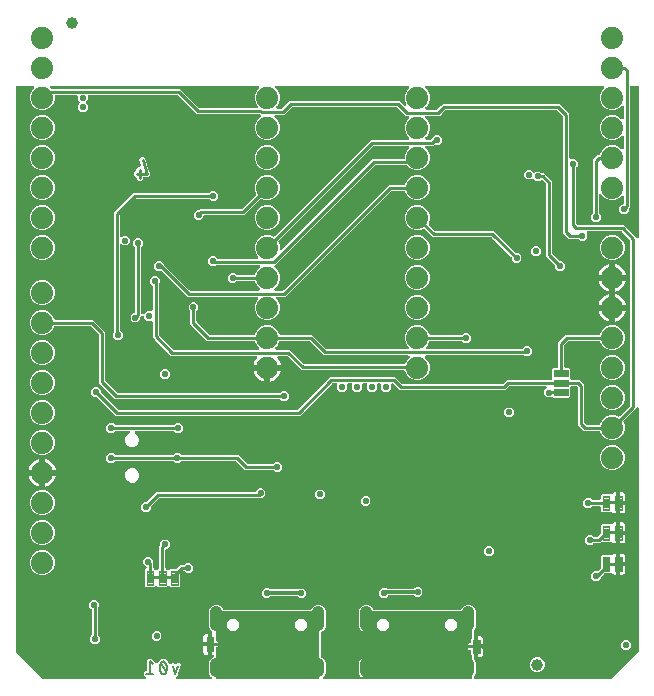
<source format=gbl>
G04 EAGLE Gerber RS-274X export*
G75*
%MOMM*%
%FSLAX34Y34*%
%LPD*%
%INBottom Copper*%
%IPPOS*%
%AMOC8*
5,1,8,0,0,1.08239X$1,22.5*%
G01*
%ADD10C,0.203200*%
%ADD11C,0.279400*%
%ADD12C,0.099059*%
%ADD13C,1.000000*%
%ADD14C,1.879600*%
%ADD15C,1.000000*%
%ADD16C,0.101600*%
%ADD17C,0.558800*%
%ADD18C,0.254000*%
%ADD19C,0.304800*%

G36*
X168938Y41641D02*
X168938Y41641D01*
X169054Y41719D01*
X169067Y41735D01*
X169083Y41746D01*
X169172Y41854D01*
X169264Y41958D01*
X169273Y41976D01*
X169286Y41991D01*
X169346Y42117D01*
X169409Y42241D01*
X169413Y42261D01*
X169422Y42279D01*
X169448Y42416D01*
X169478Y42551D01*
X169478Y42572D01*
X169482Y42591D01*
X169473Y42730D01*
X169469Y42869D01*
X169463Y42889D01*
X169462Y42909D01*
X169419Y43041D01*
X169380Y43175D01*
X169370Y43192D01*
X169364Y43211D01*
X169289Y43329D01*
X169219Y43449D01*
X169200Y43470D01*
X169194Y43480D01*
X169179Y43494D01*
X169112Y43569D01*
X167384Y45298D01*
X166429Y47603D01*
X166429Y61097D01*
X167384Y63402D01*
X169148Y65166D01*
X171453Y66121D01*
X173947Y66121D01*
X176252Y65166D01*
X178016Y63402D01*
X178440Y62379D01*
X178454Y62354D01*
X178463Y62326D01*
X178533Y62216D01*
X178597Y62103D01*
X178618Y62082D01*
X178634Y62057D01*
X178728Y61968D01*
X178819Y61875D01*
X178844Y61859D01*
X178865Y61839D01*
X178979Y61776D01*
X179090Y61708D01*
X179118Y61700D01*
X179144Y61685D01*
X179269Y61653D01*
X179394Y61615D01*
X179423Y61613D01*
X179452Y61606D01*
X179612Y61596D01*
X252188Y61596D01*
X252217Y61599D01*
X252246Y61597D01*
X252375Y61619D01*
X252503Y61636D01*
X252531Y61646D01*
X252560Y61651D01*
X252678Y61705D01*
X252799Y61753D01*
X252823Y61770D01*
X252850Y61782D01*
X252951Y61863D01*
X253056Y61939D01*
X253075Y61962D01*
X253098Y61981D01*
X253176Y62084D01*
X253259Y62184D01*
X253272Y62211D01*
X253289Y62235D01*
X253360Y62379D01*
X253784Y63402D01*
X255548Y65166D01*
X257853Y66121D01*
X260347Y66121D01*
X262652Y65166D01*
X264416Y63402D01*
X265371Y61097D01*
X265371Y47603D01*
X264416Y45298D01*
X262652Y43534D01*
X261769Y43168D01*
X261744Y43154D01*
X261716Y43145D01*
X261606Y43075D01*
X261493Y43011D01*
X261472Y42990D01*
X261447Y42974D01*
X261358Y42880D01*
X261265Y42789D01*
X261249Y42764D01*
X261229Y42743D01*
X261166Y42629D01*
X261098Y42518D01*
X261090Y42490D01*
X261075Y42464D01*
X261043Y42339D01*
X261005Y42214D01*
X261003Y42185D01*
X260996Y42156D01*
X260986Y41996D01*
X260986Y22404D01*
X260989Y22375D01*
X260987Y22346D01*
X261009Y22218D01*
X261026Y22089D01*
X261036Y22061D01*
X261041Y22032D01*
X261095Y21914D01*
X261143Y21793D01*
X261160Y21769D01*
X261172Y21742D01*
X261253Y21641D01*
X261329Y21536D01*
X261352Y21517D01*
X261371Y21494D01*
X261475Y21416D01*
X261574Y21333D01*
X261601Y21320D01*
X261625Y21303D01*
X261769Y21232D01*
X262652Y20866D01*
X264416Y19102D01*
X265371Y16797D01*
X265371Y8303D01*
X264416Y5998D01*
X263380Y4961D01*
X263295Y4852D01*
X263206Y4745D01*
X263197Y4726D01*
X263185Y4710D01*
X263129Y4583D01*
X263070Y4457D01*
X263066Y4437D01*
X263058Y4418D01*
X263036Y4280D01*
X263010Y4144D01*
X263012Y4124D01*
X263008Y4104D01*
X263022Y3965D01*
X263030Y3827D01*
X263036Y3808D01*
X263038Y3788D01*
X263085Y3656D01*
X263128Y3525D01*
X263139Y3507D01*
X263146Y3488D01*
X263224Y3373D01*
X263298Y3256D01*
X263313Y3242D01*
X263324Y3225D01*
X263429Y3133D01*
X263530Y3038D01*
X263548Y3028D01*
X263563Y3015D01*
X263687Y2952D01*
X263808Y2884D01*
X263828Y2879D01*
X263846Y2870D01*
X263982Y2840D01*
X264116Y2805D01*
X264144Y2803D01*
X264156Y2800D01*
X264177Y2801D01*
X264277Y2795D01*
X294513Y2795D01*
X294631Y2810D01*
X294750Y2817D01*
X294788Y2830D01*
X294829Y2835D01*
X294939Y2878D01*
X295052Y2915D01*
X295087Y2937D01*
X295124Y2952D01*
X295220Y3021D01*
X295321Y3085D01*
X295349Y3115D01*
X295382Y3138D01*
X295458Y3230D01*
X295539Y3317D01*
X295559Y3352D01*
X295584Y3383D01*
X295635Y3491D01*
X295693Y3595D01*
X295703Y3635D01*
X295704Y3636D01*
X295707Y3643D01*
X295707Y3644D01*
X295720Y3671D01*
X295742Y3788D01*
X295772Y3903D01*
X295775Y3945D01*
X295777Y3953D01*
X295776Y3965D01*
X295780Y3983D01*
X295778Y4004D01*
X295782Y4064D01*
X295782Y4074D01*
X295770Y4172D01*
X295767Y4271D01*
X295760Y4293D01*
X295760Y4301D01*
X295750Y4333D01*
X295742Y4389D01*
X295706Y4481D01*
X295678Y4577D01*
X295648Y4629D01*
X295625Y4685D01*
X295567Y4765D01*
X295517Y4850D01*
X295451Y4926D01*
X295439Y4942D01*
X295429Y4950D01*
X295411Y4971D01*
X294384Y5998D01*
X293429Y8303D01*
X293429Y16797D01*
X294384Y19102D01*
X295411Y20129D01*
X295471Y20207D01*
X295539Y20279D01*
X295568Y20332D01*
X295605Y20380D01*
X295645Y20471D01*
X295693Y20558D01*
X295708Y20616D01*
X295732Y20672D01*
X295747Y20770D01*
X295772Y20865D01*
X295778Y20966D01*
X295782Y20986D01*
X295780Y20998D01*
X295782Y21026D01*
X295782Y43374D01*
X295770Y43472D01*
X295767Y43571D01*
X295750Y43629D01*
X295742Y43689D01*
X295706Y43781D01*
X295678Y43877D01*
X295648Y43929D01*
X295625Y43985D01*
X295567Y44065D01*
X295517Y44150D01*
X295451Y44226D01*
X295439Y44242D01*
X295429Y44250D01*
X295411Y44271D01*
X294384Y45298D01*
X293429Y47603D01*
X293429Y61097D01*
X294384Y63402D01*
X296148Y65166D01*
X298453Y66121D01*
X300947Y66121D01*
X303252Y65166D01*
X305016Y63402D01*
X305440Y62379D01*
X305454Y62354D01*
X305463Y62326D01*
X305533Y62216D01*
X305597Y62103D01*
X305618Y62082D01*
X305634Y62057D01*
X305728Y61968D01*
X305819Y61875D01*
X305844Y61859D01*
X305865Y61839D01*
X305979Y61776D01*
X306090Y61708D01*
X306118Y61700D01*
X306144Y61685D01*
X306269Y61653D01*
X306394Y61615D01*
X306423Y61613D01*
X306452Y61606D01*
X306612Y61596D01*
X379188Y61596D01*
X379217Y61599D01*
X379246Y61597D01*
X379375Y61619D01*
X379503Y61636D01*
X379531Y61646D01*
X379560Y61651D01*
X379678Y61705D01*
X379799Y61753D01*
X379823Y61770D01*
X379850Y61782D01*
X379951Y61863D01*
X380056Y61939D01*
X380075Y61962D01*
X380098Y61981D01*
X380176Y62084D01*
X380259Y62184D01*
X380272Y62211D01*
X380289Y62235D01*
X380360Y62379D01*
X380784Y63402D01*
X382548Y65166D01*
X384853Y66121D01*
X387347Y66121D01*
X389652Y65166D01*
X391416Y63402D01*
X392371Y61097D01*
X392371Y47603D01*
X391416Y45298D01*
X390897Y44779D01*
X390837Y44701D01*
X390769Y44629D01*
X390740Y44576D01*
X390703Y44528D01*
X390663Y44437D01*
X390615Y44350D01*
X390600Y44292D01*
X390576Y44236D01*
X390561Y44138D01*
X390536Y44043D01*
X390530Y43942D01*
X390526Y43922D01*
X390528Y43910D01*
X390526Y43882D01*
X390526Y40894D01*
X390541Y40776D01*
X390548Y40657D01*
X390561Y40619D01*
X390566Y40578D01*
X390609Y40468D01*
X390646Y40355D01*
X390668Y40320D01*
X390683Y40283D01*
X390752Y40187D01*
X390816Y40086D01*
X390846Y40058D01*
X390869Y40025D01*
X390961Y39949D01*
X391048Y39868D01*
X391083Y39848D01*
X391114Y39823D01*
X391161Y39801D01*
X391161Y32067D01*
X386016Y32067D01*
X386016Y32557D01*
X386797Y33338D01*
X387604Y33338D01*
X387669Y33350D01*
X387735Y33352D01*
X387778Y33370D01*
X387825Y33378D01*
X387882Y33411D01*
X387942Y33436D01*
X387977Y33468D01*
X388018Y33492D01*
X388060Y33543D01*
X388108Y33588D01*
X388130Y33630D01*
X388159Y33666D01*
X388180Y33728D01*
X388211Y33787D01*
X388219Y33842D01*
X388231Y33879D01*
X388230Y33918D01*
X388238Y33972D01*
X388238Y37320D01*
X389068Y38150D01*
X389093Y38185D01*
X389124Y38214D01*
X389156Y38277D01*
X389197Y38335D01*
X389207Y38376D01*
X389227Y38414D01*
X389240Y38503D01*
X389253Y38552D01*
X389250Y38573D01*
X389254Y38599D01*
X389254Y59690D01*
X389243Y59755D01*
X389241Y59821D01*
X389223Y59864D01*
X389215Y59911D01*
X389181Y59968D01*
X389156Y60028D01*
X389125Y60063D01*
X389100Y60104D01*
X389049Y60146D01*
X389005Y60194D01*
X388963Y60216D01*
X388926Y60245D01*
X388864Y60266D01*
X388805Y60297D01*
X388751Y60305D01*
X388714Y60317D01*
X388674Y60316D01*
X388620Y60324D01*
X297688Y60324D01*
X297623Y60313D01*
X297557Y60311D01*
X297514Y60293D01*
X297467Y60285D01*
X297410Y60251D01*
X297350Y60226D01*
X297315Y60195D01*
X297274Y60170D01*
X297233Y60119D01*
X297184Y60075D01*
X297162Y60033D01*
X297133Y59996D01*
X297112Y59934D01*
X297081Y59875D01*
X297073Y59821D01*
X297061Y59784D01*
X297062Y59744D01*
X297054Y59690D01*
X297054Y3429D01*
X297065Y3364D01*
X297067Y3298D01*
X297085Y3255D01*
X297093Y3208D01*
X297127Y3151D01*
X297152Y3091D01*
X297183Y3056D01*
X297208Y3015D01*
X297259Y2973D01*
X297303Y2925D01*
X297345Y2903D01*
X297382Y2874D01*
X297444Y2853D01*
X297503Y2822D01*
X297557Y2814D01*
X297594Y2802D01*
X297634Y2803D01*
X297688Y2795D01*
X388620Y2795D01*
X388685Y2806D01*
X388751Y2808D01*
X388794Y2826D01*
X388841Y2834D01*
X388898Y2868D01*
X388958Y2893D01*
X388993Y2924D01*
X389034Y2949D01*
X389076Y3000D01*
X389124Y3044D01*
X389146Y3086D01*
X389175Y3123D01*
X389196Y3185D01*
X389227Y3244D01*
X389235Y3298D01*
X389247Y3335D01*
X389246Y3375D01*
X389254Y3429D01*
X389254Y22869D01*
X389247Y22911D01*
X389249Y22953D01*
X389227Y23020D01*
X389215Y23090D01*
X389193Y23127D01*
X389180Y23167D01*
X389126Y23240D01*
X389100Y23283D01*
X389084Y23296D01*
X389068Y23318D01*
X388238Y24148D01*
X388238Y27496D01*
X388227Y27560D01*
X388225Y27626D01*
X388207Y27670D01*
X388199Y27716D01*
X388165Y27773D01*
X388140Y27834D01*
X388109Y27869D01*
X388084Y27910D01*
X388033Y27951D01*
X387989Y28000D01*
X387947Y28021D01*
X387910Y28051D01*
X387848Y28072D01*
X387789Y28102D01*
X387735Y28110D01*
X387698Y28123D01*
X387658Y28122D01*
X387604Y28130D01*
X386797Y28130D01*
X386016Y28911D01*
X386016Y29401D01*
X391161Y29401D01*
X391161Y21670D01*
X391088Y21616D01*
X390987Y21553D01*
X390959Y21523D01*
X390926Y21500D01*
X390850Y21408D01*
X390769Y21321D01*
X390749Y21286D01*
X390724Y21255D01*
X390673Y21147D01*
X390615Y21043D01*
X390605Y21003D01*
X390588Y20967D01*
X390566Y20850D01*
X390536Y20735D01*
X390532Y20674D01*
X390528Y20654D01*
X390529Y20647D01*
X390528Y20645D01*
X390529Y20629D01*
X390526Y20574D01*
X390526Y20518D01*
X390538Y20420D01*
X390541Y20321D01*
X390558Y20263D01*
X390566Y20203D01*
X390602Y20111D01*
X390630Y20015D01*
X390660Y19963D01*
X390683Y19907D01*
X390741Y19827D01*
X390791Y19742D01*
X390857Y19666D01*
X390869Y19650D01*
X390879Y19642D01*
X390897Y19621D01*
X391416Y19102D01*
X392371Y16797D01*
X392371Y8303D01*
X391416Y5998D01*
X390897Y5479D01*
X390837Y5401D01*
X390769Y5329D01*
X390740Y5276D01*
X390703Y5228D01*
X390663Y5137D01*
X390615Y5050D01*
X390600Y4992D01*
X390576Y4936D01*
X390561Y4838D01*
X390536Y4743D01*
X390530Y4642D01*
X390526Y4622D01*
X390528Y4610D01*
X390526Y4582D01*
X390526Y4064D01*
X390541Y3946D01*
X390548Y3827D01*
X390561Y3789D01*
X390566Y3748D01*
X390609Y3638D01*
X390646Y3525D01*
X390668Y3490D01*
X390683Y3453D01*
X390752Y3357D01*
X390816Y3256D01*
X390846Y3228D01*
X390869Y3195D01*
X390961Y3119D01*
X391048Y3038D01*
X391083Y3018D01*
X391114Y2993D01*
X391222Y2942D01*
X391326Y2884D01*
X391366Y2874D01*
X391402Y2857D01*
X391519Y2835D01*
X391634Y2805D01*
X391694Y2801D01*
X391714Y2797D01*
X391735Y2799D01*
X391795Y2795D01*
X506317Y2795D01*
X506415Y2807D01*
X506514Y2810D01*
X506572Y2827D01*
X506632Y2835D01*
X506724Y2871D01*
X506819Y2899D01*
X506872Y2929D01*
X506928Y2952D01*
X507008Y3010D01*
X507093Y3060D01*
X507169Y3126D01*
X507185Y3138D01*
X507193Y3148D01*
X507214Y3166D01*
X530234Y26186D01*
X530294Y26264D01*
X530362Y26336D01*
X530391Y26389D01*
X530428Y26437D01*
X530468Y26528D01*
X530516Y26615D01*
X530531Y26673D01*
X530555Y26729D01*
X530570Y26827D01*
X530595Y26923D01*
X530601Y27023D01*
X530605Y27043D01*
X530603Y27055D01*
X530605Y27083D01*
X530605Y231848D01*
X530588Y231985D01*
X530575Y232124D01*
X530568Y232143D01*
X530565Y232163D01*
X530514Y232292D01*
X530467Y232424D01*
X530456Y232440D01*
X530448Y232459D01*
X530367Y232572D01*
X530289Y232687D01*
X530273Y232700D01*
X530262Y232716D01*
X530154Y232805D01*
X530050Y232897D01*
X530032Y232906D01*
X530017Y232919D01*
X529891Y232979D01*
X529767Y233042D01*
X529747Y233046D01*
X529729Y233055D01*
X529592Y233081D01*
X529457Y233111D01*
X529436Y233111D01*
X529417Y233115D01*
X529278Y233106D01*
X529139Y233102D01*
X529119Y233096D01*
X529099Y233095D01*
X528967Y233052D01*
X528833Y233013D01*
X528816Y233003D01*
X528797Y232997D01*
X528679Y232922D01*
X528559Y232852D01*
X528538Y232833D01*
X528528Y232827D01*
X528514Y232812D01*
X528439Y232745D01*
X526461Y230768D01*
X517818Y222124D01*
X517799Y222101D01*
X517777Y222082D01*
X517702Y221976D01*
X517623Y221873D01*
X517611Y221846D01*
X517594Y221822D01*
X517548Y221701D01*
X517496Y221581D01*
X517492Y221552D01*
X517481Y221525D01*
X517467Y221396D01*
X517446Y221267D01*
X517449Y221238D01*
X517446Y221208D01*
X517464Y221080D01*
X517476Y220951D01*
X517486Y220923D01*
X517490Y220894D01*
X517542Y220741D01*
X518669Y218022D01*
X518669Y213778D01*
X517045Y209857D01*
X514043Y206855D01*
X510122Y205231D01*
X505878Y205231D01*
X501957Y206855D01*
X498955Y209857D01*
X497829Y212576D01*
X497815Y212601D01*
X497805Y212629D01*
X497736Y212739D01*
X497672Y212852D01*
X497651Y212873D01*
X497635Y212898D01*
X497541Y212987D01*
X497450Y213080D01*
X497425Y213096D01*
X497404Y213116D01*
X497290Y213179D01*
X497179Y213247D01*
X497151Y213255D01*
X497125Y213270D01*
X496999Y213302D01*
X496875Y213340D01*
X496846Y213342D01*
X496817Y213349D01*
X496657Y213359D01*
X483834Y213359D01*
X478789Y218404D01*
X478789Y249882D01*
X478777Y249980D01*
X478774Y250079D01*
X478757Y250137D01*
X478749Y250197D01*
X478713Y250289D01*
X478685Y250385D01*
X478655Y250437D01*
X478632Y250493D01*
X478574Y250573D01*
X478524Y250658D01*
X478458Y250734D01*
X478446Y250750D01*
X478436Y250758D01*
X478418Y250779D01*
X478109Y251088D01*
X478031Y251148D01*
X477959Y251216D01*
X477906Y251245D01*
X477858Y251282D01*
X477767Y251322D01*
X477680Y251370D01*
X477622Y251385D01*
X477566Y251409D01*
X477468Y251424D01*
X477373Y251449D01*
X477272Y251455D01*
X477252Y251459D01*
X477240Y251457D01*
X477212Y251459D01*
X473710Y251459D01*
X473592Y251444D01*
X473473Y251437D01*
X473435Y251424D01*
X473394Y251419D01*
X473284Y251376D01*
X473171Y251339D01*
X473136Y251317D01*
X473099Y251302D01*
X473003Y251233D01*
X472902Y251169D01*
X472874Y251139D01*
X472841Y251116D01*
X472765Y251024D01*
X472684Y250937D01*
X472664Y250902D01*
X472639Y250871D01*
X472588Y250763D01*
X472530Y250659D01*
X472529Y250653D01*
X472526Y250650D01*
X472508Y250614D01*
X472483Y250582D01*
X472436Y250473D01*
X472382Y250367D01*
X472373Y250327D01*
X472357Y250290D01*
X472338Y250173D01*
X472312Y250056D01*
X472313Y250016D01*
X472307Y249976D01*
X472318Y249858D01*
X472322Y249739D01*
X472333Y249700D01*
X472337Y249660D01*
X472377Y249547D01*
X472410Y249433D01*
X472431Y249398D01*
X472441Y249370D01*
X472441Y242468D01*
X471399Y241426D01*
X458241Y241426D01*
X457872Y241795D01*
X457778Y241868D01*
X457689Y241947D01*
X457653Y241965D01*
X457621Y241990D01*
X457512Y242037D01*
X457406Y242091D01*
X457366Y242100D01*
X457329Y242116D01*
X457212Y242135D01*
X457096Y242161D01*
X457055Y242160D01*
X457015Y242166D01*
X456896Y242155D01*
X456778Y242151D01*
X456739Y242140D01*
X456699Y242136D01*
X456587Y242096D01*
X456472Y242063D01*
X456437Y242042D01*
X456399Y242029D01*
X456301Y241962D01*
X456198Y241901D01*
X456153Y241862D01*
X456136Y241850D01*
X456123Y241835D01*
X456077Y241795D01*
X455836Y241553D01*
X452468Y241553D01*
X450087Y243934D01*
X450087Y247302D01*
X452078Y249293D01*
X452163Y249402D01*
X452252Y249509D01*
X452261Y249528D01*
X452273Y249544D01*
X452329Y249672D01*
X452388Y249797D01*
X452391Y249817D01*
X452399Y249836D01*
X452421Y249974D01*
X452447Y250110D01*
X452446Y250130D01*
X452449Y250150D01*
X452436Y250289D01*
X452428Y250427D01*
X452421Y250446D01*
X452419Y250466D01*
X452372Y250598D01*
X452330Y250729D01*
X452319Y250747D01*
X452312Y250766D01*
X452234Y250881D01*
X452159Y250998D01*
X452145Y251012D01*
X452133Y251029D01*
X452029Y251121D01*
X451928Y251216D01*
X451910Y251226D01*
X451895Y251239D01*
X451771Y251303D01*
X451649Y251370D01*
X451630Y251375D01*
X451612Y251384D01*
X451476Y251414D01*
X451341Y251449D01*
X451313Y251451D01*
X451301Y251454D01*
X451281Y251453D01*
X451181Y251459D01*
X421694Y251459D01*
X421596Y251447D01*
X421497Y251444D01*
X421439Y251427D01*
X421379Y251419D01*
X421287Y251383D01*
X421191Y251355D01*
X421139Y251325D01*
X421083Y251302D01*
X421003Y251244D01*
X420918Y251194D01*
X420842Y251128D01*
X420826Y251116D01*
X420818Y251106D01*
X420797Y251088D01*
X417358Y247649D01*
X327878Y247649D01*
X322461Y253065D01*
X322352Y253151D01*
X322245Y253239D01*
X322226Y253248D01*
X322210Y253260D01*
X322082Y253316D01*
X321957Y253375D01*
X321937Y253379D01*
X321918Y253387D01*
X321780Y253409D01*
X321644Y253435D01*
X321624Y253433D01*
X321604Y253437D01*
X321465Y253423D01*
X321327Y253415D01*
X321308Y253409D01*
X321288Y253407D01*
X321156Y253360D01*
X321025Y253317D01*
X321007Y253306D01*
X320988Y253299D01*
X320873Y253221D01*
X320756Y253147D01*
X320742Y253132D01*
X320725Y253121D01*
X320633Y253016D01*
X320538Y252915D01*
X320528Y252897D01*
X320515Y252882D01*
X320451Y252758D01*
X320384Y252637D01*
X320379Y252617D01*
X320370Y252599D01*
X320340Y252463D01*
X320305Y252329D01*
X320303Y252301D01*
X320300Y252289D01*
X320301Y252268D01*
X320295Y252168D01*
X320295Y248506D01*
X317914Y246125D01*
X314546Y246125D01*
X312165Y248506D01*
X312165Y252222D01*
X312150Y252340D01*
X312143Y252459D01*
X312130Y252497D01*
X312125Y252538D01*
X312082Y252648D01*
X312045Y252761D01*
X312023Y252796D01*
X312008Y252833D01*
X311939Y252929D01*
X311875Y253030D01*
X311845Y253058D01*
X311822Y253091D01*
X311730Y253167D01*
X311643Y253248D01*
X311608Y253268D01*
X311577Y253293D01*
X311469Y253344D01*
X311365Y253402D01*
X311325Y253412D01*
X311289Y253429D01*
X311172Y253451D01*
X311057Y253481D01*
X310997Y253485D01*
X310977Y253489D01*
X310956Y253487D01*
X310896Y253491D01*
X310134Y253491D01*
X310016Y253476D01*
X309897Y253469D01*
X309859Y253456D01*
X309818Y253451D01*
X309708Y253408D01*
X309595Y253371D01*
X309560Y253349D01*
X309523Y253334D01*
X309427Y253265D01*
X309326Y253201D01*
X309298Y253171D01*
X309265Y253148D01*
X309189Y253056D01*
X309108Y252969D01*
X309088Y252934D01*
X309063Y252903D01*
X309012Y252795D01*
X308954Y252691D01*
X308944Y252651D01*
X308927Y252615D01*
X308905Y252498D01*
X308875Y252383D01*
X308871Y252323D01*
X308867Y252303D01*
X308869Y252282D01*
X308865Y252222D01*
X308865Y248506D01*
X306484Y246125D01*
X303116Y246125D01*
X300735Y248506D01*
X300735Y252222D01*
X300720Y252340D01*
X300713Y252459D01*
X300700Y252497D01*
X300695Y252538D01*
X300652Y252648D01*
X300615Y252761D01*
X300593Y252796D01*
X300578Y252833D01*
X300509Y252929D01*
X300445Y253030D01*
X300415Y253058D01*
X300392Y253091D01*
X300300Y253167D01*
X300213Y253248D01*
X300178Y253268D01*
X300147Y253293D01*
X300039Y253344D01*
X299935Y253402D01*
X299895Y253412D01*
X299859Y253429D01*
X299742Y253451D01*
X299627Y253481D01*
X299567Y253485D01*
X299547Y253489D01*
X299526Y253487D01*
X299466Y253491D01*
X297434Y253491D01*
X297316Y253476D01*
X297197Y253469D01*
X297159Y253456D01*
X297118Y253451D01*
X297008Y253408D01*
X296895Y253371D01*
X296860Y253349D01*
X296823Y253334D01*
X296727Y253265D01*
X296626Y253201D01*
X296598Y253171D01*
X296565Y253148D01*
X296489Y253056D01*
X296408Y252969D01*
X296388Y252934D01*
X296363Y252903D01*
X296312Y252795D01*
X296254Y252691D01*
X296244Y252651D01*
X296227Y252615D01*
X296205Y252498D01*
X296175Y252383D01*
X296171Y252323D01*
X296167Y252303D01*
X296169Y252282D01*
X296165Y252222D01*
X296165Y248506D01*
X293784Y246125D01*
X290416Y246125D01*
X288035Y248506D01*
X288035Y252222D01*
X288020Y252340D01*
X288013Y252459D01*
X288000Y252497D01*
X287995Y252538D01*
X287952Y252648D01*
X287915Y252761D01*
X287893Y252796D01*
X287878Y252833D01*
X287809Y252929D01*
X287745Y253030D01*
X287715Y253058D01*
X287692Y253091D01*
X287600Y253167D01*
X287513Y253248D01*
X287478Y253268D01*
X287447Y253293D01*
X287339Y253344D01*
X287235Y253402D01*
X287195Y253412D01*
X287159Y253429D01*
X287042Y253451D01*
X286927Y253481D01*
X286867Y253485D01*
X286847Y253489D01*
X286826Y253487D01*
X286766Y253491D01*
X284734Y253491D01*
X284616Y253476D01*
X284497Y253469D01*
X284459Y253456D01*
X284418Y253451D01*
X284308Y253408D01*
X284195Y253371D01*
X284160Y253349D01*
X284123Y253334D01*
X284027Y253265D01*
X283926Y253201D01*
X283898Y253171D01*
X283865Y253148D01*
X283789Y253056D01*
X283708Y252969D01*
X283688Y252934D01*
X283663Y252903D01*
X283612Y252795D01*
X283554Y252691D01*
X283544Y252651D01*
X283527Y252615D01*
X283505Y252498D01*
X283475Y252383D01*
X283471Y252323D01*
X283467Y252303D01*
X283469Y252282D01*
X283465Y252222D01*
X283465Y248506D01*
X281084Y246125D01*
X277716Y246125D01*
X275335Y248506D01*
X275335Y252222D01*
X275320Y252340D01*
X275313Y252459D01*
X275300Y252497D01*
X275295Y252538D01*
X275252Y252648D01*
X275215Y252761D01*
X275193Y252796D01*
X275178Y252833D01*
X275109Y252929D01*
X275045Y253030D01*
X275015Y253058D01*
X274992Y253091D01*
X274900Y253167D01*
X274813Y253248D01*
X274778Y253268D01*
X274747Y253293D01*
X274639Y253344D01*
X274535Y253402D01*
X274495Y253412D01*
X274459Y253429D01*
X274342Y253451D01*
X274227Y253481D01*
X274167Y253485D01*
X274147Y253489D01*
X274126Y253487D01*
X274066Y253491D01*
X271657Y253491D01*
X271559Y253479D01*
X271460Y253476D01*
X271401Y253459D01*
X271341Y253451D01*
X271249Y253415D01*
X271154Y253387D01*
X271102Y253357D01*
X271046Y253334D01*
X270965Y253276D01*
X270880Y253226D01*
X270805Y253160D01*
X270788Y253148D01*
X270780Y253138D01*
X270759Y253120D01*
X243699Y226059D01*
X87848Y226059D01*
X71963Y241944D01*
X71885Y242004D01*
X71813Y242072D01*
X71760Y242101D01*
X71712Y242138D01*
X71621Y242178D01*
X71534Y242226D01*
X71476Y242241D01*
X71420Y242265D01*
X71322Y242280D01*
X71227Y242305D01*
X71126Y242311D01*
X71106Y242315D01*
X71094Y242313D01*
X71066Y242315D01*
X69436Y242315D01*
X67055Y244696D01*
X67055Y248064D01*
X69436Y250445D01*
X72804Y250445D01*
X75185Y248064D01*
X75185Y246434D01*
X75197Y246336D01*
X75200Y246237D01*
X75217Y246179D01*
X75225Y246119D01*
X75261Y246027D01*
X75289Y245931D01*
X75319Y245879D01*
X75342Y245823D01*
X75400Y245743D01*
X75450Y245658D01*
X75516Y245582D01*
X75528Y245566D01*
X75538Y245558D01*
X75556Y245537D01*
X89581Y231512D01*
X89659Y231452D01*
X89731Y231384D01*
X89784Y231355D01*
X89832Y231318D01*
X89923Y231278D01*
X90010Y231230D01*
X90068Y231215D01*
X90124Y231191D01*
X90222Y231176D01*
X90317Y231151D01*
X90418Y231145D01*
X90438Y231141D01*
X90450Y231143D01*
X90478Y231141D01*
X241068Y231141D01*
X241167Y231153D01*
X241266Y231156D01*
X241324Y231173D01*
X241384Y231181D01*
X241476Y231217D01*
X241571Y231245D01*
X241623Y231275D01*
X241680Y231298D01*
X241760Y231356D01*
X241845Y231406D01*
X241920Y231472D01*
X241937Y231484D01*
X241945Y231494D01*
X241966Y231512D01*
X269026Y258573D01*
X324140Y258573D01*
X329611Y253102D01*
X329689Y253042D01*
X329761Y252974D01*
X329814Y252945D01*
X329862Y252908D01*
X329953Y252868D01*
X330040Y252820D01*
X330098Y252805D01*
X330154Y252781D01*
X330252Y252766D01*
X330347Y252741D01*
X330448Y252735D01*
X330468Y252731D01*
X330480Y252733D01*
X330508Y252731D01*
X414728Y252731D01*
X414826Y252743D01*
X414925Y252746D01*
X414983Y252763D01*
X415043Y252771D01*
X415135Y252807D01*
X415231Y252835D01*
X415283Y252865D01*
X415339Y252888D01*
X415419Y252946D01*
X415504Y252996D01*
X415580Y253062D01*
X415596Y253074D01*
X415604Y253084D01*
X415625Y253102D01*
X419064Y256541D01*
X455930Y256541D01*
X456048Y256556D01*
X456167Y256563D01*
X456205Y256576D01*
X456246Y256581D01*
X456356Y256624D01*
X456469Y256661D01*
X456504Y256683D01*
X456541Y256698D01*
X456637Y256767D01*
X456738Y256831D01*
X456766Y256861D01*
X456799Y256884D01*
X456875Y256976D01*
X456956Y257063D01*
X456976Y257098D01*
X457001Y257129D01*
X457052Y257237D01*
X457110Y257341D01*
X457111Y257347D01*
X457114Y257350D01*
X457132Y257386D01*
X457157Y257418D01*
X457204Y257527D01*
X457258Y257633D01*
X457267Y257673D01*
X457283Y257710D01*
X457302Y257827D01*
X457328Y257944D01*
X457327Y257984D01*
X457333Y258024D01*
X457322Y258142D01*
X457318Y258261D01*
X457307Y258300D01*
X457303Y258340D01*
X457263Y258453D01*
X457230Y258567D01*
X457209Y258602D01*
X457199Y258630D01*
X457199Y265532D01*
X458241Y266574D01*
X461010Y266574D01*
X461128Y266589D01*
X461247Y266596D01*
X461285Y266609D01*
X461326Y266614D01*
X461436Y266657D01*
X461549Y266694D01*
X461584Y266716D01*
X461621Y266731D01*
X461717Y266800D01*
X461818Y266864D01*
X461846Y266894D01*
X461879Y266917D01*
X461955Y267009D01*
X462036Y267096D01*
X462056Y267131D01*
X462081Y267162D01*
X462132Y267270D01*
X462190Y267374D01*
X462200Y267414D01*
X462217Y267450D01*
X462239Y267567D01*
X462269Y267682D01*
X462273Y267742D01*
X462277Y267762D01*
X462275Y267783D01*
X462279Y267843D01*
X462279Y288072D01*
X468848Y294641D01*
X496657Y294641D01*
X496686Y294644D01*
X496715Y294642D01*
X496843Y294664D01*
X496972Y294681D01*
X497000Y294691D01*
X497029Y294696D01*
X497147Y294750D01*
X497268Y294798D01*
X497292Y294815D01*
X497319Y294827D01*
X497420Y294908D01*
X497525Y294984D01*
X497544Y295007D01*
X497567Y295026D01*
X497645Y295129D01*
X497728Y295229D01*
X497741Y295256D01*
X497758Y295280D01*
X497829Y295424D01*
X498955Y298143D01*
X501957Y301145D01*
X505878Y302769D01*
X510122Y302769D01*
X514043Y301145D01*
X517045Y298143D01*
X518669Y294222D01*
X518669Y289978D01*
X517045Y286057D01*
X514043Y283055D01*
X510122Y281431D01*
X505878Y281431D01*
X501957Y283055D01*
X498955Y286057D01*
X497829Y288776D01*
X497815Y288801D01*
X497805Y288829D01*
X497736Y288939D01*
X497672Y289052D01*
X497651Y289073D01*
X497635Y289098D01*
X497541Y289187D01*
X497450Y289280D01*
X497425Y289296D01*
X497404Y289316D01*
X497290Y289379D01*
X497179Y289447D01*
X497151Y289455D01*
X497125Y289470D01*
X496999Y289502D01*
X496875Y289540D01*
X496846Y289542D01*
X496817Y289549D01*
X496657Y289559D01*
X471478Y289559D01*
X471380Y289547D01*
X471281Y289544D01*
X471223Y289527D01*
X471163Y289519D01*
X471071Y289483D01*
X470975Y289455D01*
X470923Y289425D01*
X470867Y289402D01*
X470787Y289344D01*
X470702Y289294D01*
X470626Y289228D01*
X470610Y289216D01*
X470602Y289206D01*
X470581Y289188D01*
X467732Y286339D01*
X467672Y286261D01*
X467604Y286189D01*
X467575Y286136D01*
X467538Y286088D01*
X467498Y285997D01*
X467450Y285910D01*
X467435Y285852D01*
X467411Y285796D01*
X467396Y285698D01*
X467371Y285603D01*
X467365Y285502D01*
X467361Y285482D01*
X467363Y285470D01*
X467361Y285442D01*
X467361Y267843D01*
X467376Y267725D01*
X467383Y267606D01*
X467396Y267568D01*
X467401Y267527D01*
X467444Y267417D01*
X467481Y267304D01*
X467503Y267269D01*
X467518Y267232D01*
X467587Y267136D01*
X467651Y267035D01*
X467681Y267007D01*
X467704Y266974D01*
X467796Y266898D01*
X467883Y266817D01*
X467918Y266797D01*
X467949Y266772D01*
X468057Y266721D01*
X468161Y266663D01*
X468201Y266653D01*
X468237Y266636D01*
X468354Y266614D01*
X468469Y266584D01*
X468529Y266580D01*
X468549Y266576D01*
X468570Y266578D01*
X468630Y266574D01*
X471399Y266574D01*
X472441Y265532D01*
X472441Y258612D01*
X472436Y258601D01*
X472382Y258495D01*
X472373Y258456D01*
X472357Y258419D01*
X472338Y258301D01*
X472312Y258185D01*
X472313Y258144D01*
X472307Y258104D01*
X472318Y257986D01*
X472322Y257867D01*
X472333Y257828D01*
X472337Y257788D01*
X472377Y257676D01*
X472410Y257561D01*
X472431Y257527D01*
X472444Y257489D01*
X472511Y257390D01*
X472536Y257347D01*
X472561Y257271D01*
X472583Y257236D01*
X472598Y257199D01*
X472667Y257103D01*
X472731Y257002D01*
X472761Y256974D01*
X472784Y256941D01*
X472876Y256865D01*
X472963Y256784D01*
X472998Y256764D01*
X473029Y256739D01*
X473137Y256688D01*
X473241Y256630D01*
X473281Y256620D01*
X473317Y256603D01*
X473434Y256581D01*
X473549Y256551D01*
X473609Y256547D01*
X473629Y256543D01*
X473650Y256545D01*
X473710Y256541D01*
X479842Y256541D01*
X483871Y252512D01*
X483871Y221034D01*
X483883Y220936D01*
X483886Y220837D01*
X483903Y220779D01*
X483911Y220719D01*
X483947Y220627D01*
X483975Y220531D01*
X484005Y220479D01*
X484028Y220423D01*
X484086Y220343D01*
X484136Y220258D01*
X484202Y220182D01*
X484214Y220166D01*
X484224Y220158D01*
X484242Y220137D01*
X485567Y218812D01*
X485645Y218752D01*
X485717Y218684D01*
X485770Y218655D01*
X485818Y218618D01*
X485909Y218578D01*
X485996Y218530D01*
X486054Y218515D01*
X486110Y218491D01*
X486208Y218476D01*
X486303Y218451D01*
X486404Y218445D01*
X486424Y218441D01*
X486436Y218443D01*
X486464Y218441D01*
X496657Y218441D01*
X496686Y218444D01*
X496715Y218442D01*
X496843Y218464D01*
X496972Y218481D01*
X497000Y218491D01*
X497029Y218496D01*
X497147Y218550D01*
X497268Y218598D01*
X497292Y218615D01*
X497319Y218627D01*
X497420Y218708D01*
X497525Y218784D01*
X497544Y218807D01*
X497567Y218826D01*
X497645Y218929D01*
X497728Y219029D01*
X497741Y219056D01*
X497758Y219080D01*
X497829Y219224D01*
X498955Y221943D01*
X501957Y224945D01*
X505878Y226569D01*
X510122Y226569D01*
X512841Y225442D01*
X512870Y225435D01*
X512896Y225421D01*
X513023Y225393D01*
X513148Y225359D01*
X513177Y225358D01*
X513206Y225352D01*
X513336Y225356D01*
X513466Y225353D01*
X513495Y225360D01*
X513524Y225361D01*
X513649Y225397D01*
X513775Y225428D01*
X513801Y225441D01*
X513830Y225450D01*
X513941Y225515D01*
X514056Y225576D01*
X514078Y225596D01*
X514104Y225611D01*
X514224Y225718D01*
X522868Y234361D01*
X522928Y234439D01*
X522996Y234511D01*
X523025Y234564D01*
X523062Y234612D01*
X523102Y234703D01*
X523150Y234790D01*
X523165Y234848D01*
X523189Y234904D01*
X523204Y235002D01*
X523229Y235097D01*
X523235Y235198D01*
X523239Y235218D01*
X523237Y235230D01*
X523239Y235258D01*
X523239Y374342D01*
X523227Y374440D01*
X523224Y374539D01*
X523207Y374597D01*
X523199Y374657D01*
X523163Y374749D01*
X523135Y374845D01*
X523105Y374897D01*
X523082Y374953D01*
X523024Y375033D01*
X522974Y375118D01*
X522908Y375194D01*
X522896Y375210D01*
X522886Y375218D01*
X522868Y375239D01*
X516209Y381898D01*
X516131Y381958D01*
X516059Y382026D01*
X516006Y382055D01*
X515958Y382092D01*
X515867Y382132D01*
X515780Y382180D01*
X515722Y382195D01*
X515666Y382219D01*
X515568Y382234D01*
X515473Y382259D01*
X515372Y382265D01*
X515352Y382269D01*
X515340Y382267D01*
X515312Y382269D01*
X487469Y382269D01*
X487331Y382252D01*
X487193Y382239D01*
X487174Y382232D01*
X487154Y382229D01*
X487024Y382178D01*
X486894Y382131D01*
X486877Y382120D01*
X486858Y382112D01*
X486746Y382031D01*
X486631Y381953D01*
X486617Y381937D01*
X486601Y381926D01*
X486512Y381819D01*
X486420Y381714D01*
X486411Y381696D01*
X486398Y381681D01*
X486339Y381555D01*
X486275Y381431D01*
X486271Y381411D01*
X486262Y381393D01*
X486236Y381257D01*
X486206Y381121D01*
X486206Y381100D01*
X486203Y381081D01*
X486211Y380942D01*
X486216Y380803D01*
X486221Y380783D01*
X486222Y380763D01*
X486265Y380631D01*
X486304Y380497D01*
X486314Y380480D01*
X486320Y380461D01*
X486395Y380343D01*
X486465Y380223D01*
X486484Y380202D01*
X486491Y380192D01*
X486506Y380178D01*
X486572Y380102D01*
X486665Y380010D01*
X486665Y376642D01*
X484284Y374261D01*
X480916Y374261D01*
X479764Y375414D01*
X479686Y375474D01*
X479614Y375542D01*
X479561Y375571D01*
X479513Y375608D01*
X479422Y375648D01*
X479335Y375696D01*
X479277Y375711D01*
X479221Y375735D01*
X479123Y375750D01*
X479027Y375775D01*
X478927Y375781D01*
X478907Y375785D01*
X478895Y375783D01*
X478867Y375785D01*
X471388Y375785D01*
X466597Y380576D01*
X466597Y479244D01*
X466585Y479342D01*
X466582Y479441D01*
X466565Y479499D01*
X466557Y479559D01*
X466521Y479651D01*
X466493Y479747D01*
X466463Y479799D01*
X466440Y479855D01*
X466382Y479935D01*
X466332Y480020D01*
X466266Y480096D01*
X466254Y480112D01*
X466244Y480120D01*
X466226Y480141D01*
X461599Y484768D01*
X461521Y484828D01*
X461449Y484896D01*
X461396Y484925D01*
X461348Y484962D01*
X461257Y485002D01*
X461170Y485050D01*
X461112Y485065D01*
X461056Y485089D01*
X460958Y485104D01*
X460863Y485129D01*
X460763Y485135D01*
X460742Y485139D01*
X460730Y485137D01*
X460702Y485139D01*
X367338Y485139D01*
X367240Y485127D01*
X367141Y485124D01*
X367083Y485107D01*
X367023Y485099D01*
X366931Y485063D01*
X366835Y485035D01*
X366783Y485005D01*
X366727Y484982D01*
X366647Y484924D01*
X366561Y484874D01*
X366486Y484808D01*
X366470Y484796D01*
X366462Y484786D01*
X366441Y484768D01*
X363592Y481919D01*
X361732Y480059D01*
X350893Y480059D01*
X350755Y480042D01*
X350616Y480029D01*
X350597Y480022D01*
X350577Y480019D01*
X350448Y479968D01*
X350317Y479921D01*
X350300Y479910D01*
X350282Y479902D01*
X350169Y479821D01*
X350054Y479743D01*
X350041Y479727D01*
X350024Y479716D01*
X349935Y479608D01*
X349844Y479504D01*
X349834Y479486D01*
X349821Y479471D01*
X349762Y479345D01*
X349699Y479221D01*
X349695Y479201D01*
X349686Y479183D01*
X349660Y479047D01*
X349629Y478911D01*
X349630Y478890D01*
X349626Y478871D01*
X349635Y478732D01*
X349639Y478593D01*
X349645Y478573D01*
X349646Y478553D01*
X349689Y478421D01*
X349727Y478287D01*
X349738Y478270D01*
X349744Y478251D01*
X349819Y478133D01*
X349889Y478013D01*
X349907Y477992D01*
X349914Y477982D01*
X349929Y477968D01*
X349995Y477893D01*
X351945Y475943D01*
X353569Y472022D01*
X353569Y467778D01*
X351945Y463857D01*
X349995Y461907D01*
X349910Y461798D01*
X349821Y461691D01*
X349813Y461672D01*
X349800Y461656D01*
X349745Y461528D01*
X349686Y461403D01*
X349682Y461383D01*
X349674Y461364D01*
X349652Y461226D01*
X349626Y461090D01*
X349627Y461070D01*
X349624Y461050D01*
X349637Y460911D01*
X349646Y460773D01*
X349652Y460754D01*
X349654Y460734D01*
X349701Y460602D01*
X349744Y460471D01*
X349755Y460453D01*
X349762Y460434D01*
X349840Y460319D01*
X349914Y460202D01*
X349929Y460188D01*
X349940Y460171D01*
X350044Y460079D01*
X350146Y459984D01*
X350163Y459974D01*
X350179Y459961D01*
X350303Y459897D01*
X350424Y459830D01*
X350444Y459825D01*
X350462Y459816D01*
X350598Y459786D01*
X350732Y459751D01*
X350760Y459749D01*
X350772Y459746D01*
X350793Y459747D01*
X350893Y459741D01*
X354022Y459741D01*
X354120Y459753D01*
X354219Y459756D01*
X354277Y459773D01*
X354337Y459781D01*
X354429Y459817D01*
X354525Y459845D01*
X354577Y459875D01*
X354633Y459898D01*
X354713Y459956D01*
X354798Y460006D01*
X354874Y460072D01*
X354890Y460084D01*
X354898Y460094D01*
X354919Y460112D01*
X354974Y460167D01*
X355034Y460245D01*
X355102Y460317D01*
X355131Y460370D01*
X355168Y460418D01*
X355208Y460509D01*
X355256Y460596D01*
X355271Y460654D01*
X355295Y460710D01*
X355310Y460808D01*
X355335Y460903D01*
X355341Y461004D01*
X355345Y461024D01*
X355343Y461036D01*
X355345Y461064D01*
X355345Y461424D01*
X357726Y463805D01*
X361094Y463805D01*
X363475Y461424D01*
X363475Y458056D01*
X361094Y455675D01*
X358194Y455675D01*
X358096Y455663D01*
X357997Y455660D01*
X357939Y455643D01*
X357879Y455635D01*
X357787Y455599D01*
X357691Y455571D01*
X357639Y455541D01*
X357583Y455518D01*
X357503Y455460D01*
X357418Y455410D01*
X357342Y455344D01*
X357326Y455332D01*
X357318Y455322D01*
X357297Y455304D01*
X356652Y454659D01*
X350893Y454659D01*
X350755Y454642D01*
X350616Y454629D01*
X350597Y454622D01*
X350577Y454619D01*
X350448Y454568D01*
X350317Y454521D01*
X350300Y454510D01*
X350282Y454502D01*
X350169Y454421D01*
X350054Y454343D01*
X350041Y454327D01*
X350024Y454316D01*
X349935Y454208D01*
X349844Y454104D01*
X349834Y454086D01*
X349821Y454071D01*
X349762Y453945D01*
X349699Y453821D01*
X349695Y453801D01*
X349686Y453783D01*
X349660Y453647D01*
X349629Y453511D01*
X349630Y453490D01*
X349626Y453471D01*
X349635Y453332D01*
X349639Y453193D01*
X349645Y453173D01*
X349646Y453153D01*
X349689Y453021D01*
X349727Y452887D01*
X349738Y452870D01*
X349744Y452851D01*
X349819Y452733D01*
X349889Y452613D01*
X349907Y452592D01*
X349914Y452582D01*
X349925Y452572D01*
X349926Y452570D01*
X349932Y452564D01*
X349995Y452493D01*
X351945Y450543D01*
X353569Y446622D01*
X353569Y442378D01*
X351945Y438457D01*
X348943Y435455D01*
X345022Y433831D01*
X340778Y433831D01*
X336857Y435455D01*
X334535Y437778D01*
X334456Y437838D01*
X334384Y437906D01*
X334331Y437935D01*
X334283Y437972D01*
X334192Y438012D01*
X334106Y438060D01*
X334047Y438075D01*
X333992Y438099D01*
X333894Y438114D01*
X333798Y438139D01*
X333698Y438145D01*
X333677Y438149D01*
X333665Y438147D01*
X333637Y438149D01*
X307648Y438149D01*
X307550Y438137D01*
X307451Y438134D01*
X307393Y438117D01*
X307333Y438109D01*
X307241Y438073D01*
X307145Y438045D01*
X307093Y438015D01*
X307037Y437992D01*
X306957Y437934D01*
X306872Y437884D01*
X306796Y437818D01*
X306780Y437806D01*
X306779Y437804D01*
X306778Y437804D01*
X306771Y437795D01*
X306751Y437778D01*
X222715Y353742D01*
X222686Y353730D01*
X222555Y353683D01*
X222538Y353672D01*
X222520Y353664D01*
X222407Y353583D01*
X222292Y353505D01*
X222279Y353489D01*
X222262Y353478D01*
X222173Y353370D01*
X222082Y353266D01*
X222072Y353248D01*
X222059Y353233D01*
X222000Y353107D01*
X221937Y352983D01*
X221933Y352963D01*
X221924Y352945D01*
X221898Y352809D01*
X221867Y352673D01*
X221868Y352652D01*
X221864Y352633D01*
X221873Y352494D01*
X221877Y352355D01*
X221883Y352335D01*
X221884Y352315D01*
X221927Y352183D01*
X221965Y352049D01*
X221976Y352032D01*
X221982Y352013D01*
X222057Y351895D01*
X222127Y351775D01*
X222145Y351754D01*
X222152Y351744D01*
X222167Y351730D01*
X222233Y351655D01*
X224945Y348943D01*
X226569Y345022D01*
X226569Y340778D01*
X224945Y336857D01*
X222233Y334145D01*
X222148Y334036D01*
X222059Y333929D01*
X222051Y333910D01*
X222038Y333894D01*
X221983Y333766D01*
X221924Y333641D01*
X221920Y333621D01*
X221912Y333602D01*
X221890Y333464D01*
X221864Y333328D01*
X221865Y333308D01*
X221862Y333288D01*
X221875Y333149D01*
X221884Y333011D01*
X221890Y332992D01*
X221892Y332972D01*
X221939Y332840D01*
X221982Y332709D01*
X221993Y332691D01*
X222000Y332672D01*
X222078Y332557D01*
X222152Y332440D01*
X222167Y332426D01*
X222178Y332409D01*
X222282Y332317D01*
X222384Y332222D01*
X222401Y332212D01*
X222417Y332199D01*
X222541Y332135D01*
X222662Y332068D01*
X222682Y332063D01*
X222700Y332054D01*
X222836Y332024D01*
X222970Y331989D01*
X222998Y331987D01*
X223010Y331984D01*
X223031Y331985D01*
X223131Y331979D01*
X228800Y331979D01*
X228898Y331991D01*
X228997Y331994D01*
X229055Y332011D01*
X229115Y332019D01*
X229207Y332055D01*
X229303Y332083D01*
X229355Y332113D01*
X229411Y332136D01*
X229491Y332194D01*
X229576Y332244D01*
X229652Y332310D01*
X229668Y332322D01*
X229676Y332332D01*
X229697Y332350D01*
X318988Y421641D01*
X331557Y421641D01*
X331586Y421644D01*
X331615Y421642D01*
X331743Y421664D01*
X331872Y421681D01*
X331900Y421691D01*
X331929Y421696D01*
X332047Y421750D01*
X332168Y421798D01*
X332192Y421815D01*
X332219Y421827D01*
X332320Y421908D01*
X332425Y421984D01*
X332444Y422007D01*
X332467Y422026D01*
X332545Y422129D01*
X332628Y422229D01*
X332641Y422256D01*
X332658Y422280D01*
X332729Y422424D01*
X333855Y425143D01*
X336857Y428145D01*
X340778Y429769D01*
X345022Y429769D01*
X348943Y428145D01*
X351945Y425143D01*
X353569Y421222D01*
X353569Y416978D01*
X351945Y413057D01*
X348943Y410055D01*
X345022Y408431D01*
X340778Y408431D01*
X336857Y410055D01*
X333855Y413057D01*
X332729Y415776D01*
X332715Y415801D01*
X332705Y415829D01*
X332636Y415939D01*
X332572Y416052D01*
X332551Y416073D01*
X332535Y416098D01*
X332441Y416187D01*
X332350Y416280D01*
X332325Y416296D01*
X332304Y416316D01*
X332190Y416379D01*
X332079Y416447D01*
X332051Y416455D01*
X332025Y416470D01*
X331899Y416502D01*
X331775Y416540D01*
X331746Y416542D01*
X331717Y416549D01*
X331557Y416559D01*
X321618Y416559D01*
X321520Y416547D01*
X321421Y416544D01*
X321363Y416527D01*
X321303Y416519D01*
X321211Y416483D01*
X321115Y416455D01*
X321063Y416425D01*
X321007Y416402D01*
X320927Y416344D01*
X320842Y416294D01*
X320766Y416228D01*
X320750Y416216D01*
X320742Y416206D01*
X320721Y416188D01*
X231430Y326897D01*
X224655Y326897D01*
X224517Y326880D01*
X224378Y326867D01*
X224359Y326860D01*
X224339Y326857D01*
X224210Y326806D01*
X224079Y326759D01*
X224062Y326748D01*
X224044Y326740D01*
X223931Y326659D01*
X223816Y326581D01*
X223803Y326565D01*
X223786Y326554D01*
X223697Y326446D01*
X223606Y326342D01*
X223596Y326324D01*
X223583Y326309D01*
X223524Y326183D01*
X223461Y326059D01*
X223457Y326039D01*
X223448Y326021D01*
X223422Y325884D01*
X223391Y325749D01*
X223392Y325728D01*
X223388Y325709D01*
X223397Y325570D01*
X223401Y325431D01*
X223407Y325411D01*
X223408Y325391D01*
X223451Y325259D01*
X223489Y325125D01*
X223500Y325108D01*
X223506Y325089D01*
X223580Y324971D01*
X223651Y324851D01*
X223669Y324830D01*
X223676Y324820D01*
X223691Y324806D01*
X223757Y324731D01*
X224945Y323543D01*
X226569Y319622D01*
X226569Y315378D01*
X224945Y311457D01*
X221943Y308455D01*
X218022Y306831D01*
X213778Y306831D01*
X209857Y308455D01*
X206855Y311457D01*
X205231Y315378D01*
X205231Y319622D01*
X206855Y323543D01*
X208043Y324731D01*
X208128Y324840D01*
X208217Y324947D01*
X208225Y324966D01*
X208238Y324982D01*
X208293Y325109D01*
X208352Y325235D01*
X208356Y325255D01*
X208364Y325274D01*
X208386Y325412D01*
X208412Y325548D01*
X208411Y325568D01*
X208414Y325588D01*
X208401Y325727D01*
X208392Y325865D01*
X208386Y325884D01*
X208384Y325904D01*
X208337Y326036D01*
X208294Y326167D01*
X208283Y326185D01*
X208276Y326204D01*
X208198Y326319D01*
X208124Y326436D01*
X208109Y326450D01*
X208098Y326467D01*
X207994Y326559D01*
X207892Y326654D01*
X207875Y326664D01*
X207859Y326677D01*
X207735Y326741D01*
X207614Y326808D01*
X207594Y326813D01*
X207576Y326822D01*
X207440Y326852D01*
X207306Y326887D01*
X207278Y326889D01*
X207266Y326892D01*
X207245Y326891D01*
X207145Y326897D01*
X148300Y326897D01*
X126573Y348624D01*
X126495Y348684D01*
X126423Y348752D01*
X126370Y348781D01*
X126322Y348818D01*
X126231Y348858D01*
X126144Y348906D01*
X126086Y348921D01*
X126030Y348945D01*
X125932Y348960D01*
X125837Y348985D01*
X125736Y348991D01*
X125716Y348995D01*
X125704Y348993D01*
X125676Y348995D01*
X122522Y348995D01*
X120141Y351376D01*
X120141Y354744D01*
X122522Y357125D01*
X125890Y357125D01*
X128271Y354744D01*
X128271Y354638D01*
X128283Y354540D01*
X128286Y354441D01*
X128303Y354383D01*
X128311Y354323D01*
X128347Y354231D01*
X128375Y354135D01*
X128405Y354083D01*
X128428Y354027D01*
X128486Y353947D01*
X128536Y353862D01*
X128602Y353786D01*
X128614Y353770D01*
X128624Y353762D01*
X128642Y353741D01*
X150033Y332350D01*
X150111Y332290D01*
X150183Y332222D01*
X150236Y332193D01*
X150284Y332156D01*
X150375Y332116D01*
X150462Y332068D01*
X150520Y332053D01*
X150576Y332029D01*
X150674Y332014D01*
X150769Y331989D01*
X150870Y331983D01*
X150890Y331979D01*
X150902Y331981D01*
X150930Y331979D01*
X208669Y331979D01*
X208807Y331996D01*
X208946Y332009D01*
X208965Y332016D01*
X208985Y332019D01*
X209114Y332070D01*
X209245Y332117D01*
X209262Y332128D01*
X209280Y332136D01*
X209393Y332217D01*
X209508Y332295D01*
X209521Y332311D01*
X209538Y332322D01*
X209627Y332430D01*
X209718Y332534D01*
X209728Y332552D01*
X209741Y332567D01*
X209800Y332693D01*
X209863Y332817D01*
X209867Y332837D01*
X209876Y332855D01*
X209902Y332991D01*
X209933Y333127D01*
X209932Y333148D01*
X209936Y333167D01*
X209927Y333306D01*
X209923Y333445D01*
X209917Y333465D01*
X209916Y333485D01*
X209873Y333617D01*
X209835Y333751D01*
X209824Y333768D01*
X209818Y333787D01*
X209743Y333905D01*
X209673Y334025D01*
X209655Y334046D01*
X209648Y334056D01*
X209633Y334070D01*
X209567Y334145D01*
X206855Y336857D01*
X205729Y339576D01*
X205715Y339601D01*
X205705Y339629D01*
X205636Y339739D01*
X205572Y339852D01*
X205551Y339873D01*
X205535Y339898D01*
X205441Y339987D01*
X205350Y340080D01*
X205325Y340096D01*
X205304Y340116D01*
X205190Y340179D01*
X205079Y340247D01*
X205051Y340255D01*
X205025Y340270D01*
X204899Y340302D01*
X204775Y340340D01*
X204746Y340342D01*
X204717Y340349D01*
X204557Y340359D01*
X190423Y340359D01*
X190325Y340347D01*
X190226Y340344D01*
X190168Y340327D01*
X190108Y340319D01*
X190016Y340283D01*
X189921Y340255D01*
X189869Y340225D01*
X189812Y340202D01*
X189732Y340144D01*
X189647Y340094D01*
X189571Y340028D01*
X189555Y340016D01*
X189547Y340006D01*
X189526Y339988D01*
X188374Y338835D01*
X185006Y338835D01*
X182625Y341216D01*
X182625Y344584D01*
X185006Y346965D01*
X188374Y346965D01*
X189526Y345812D01*
X189604Y345752D01*
X189676Y345684D01*
X189729Y345655D01*
X189777Y345618D01*
X189868Y345578D01*
X189955Y345530D01*
X190013Y345515D01*
X190069Y345491D01*
X190167Y345476D01*
X190263Y345451D01*
X190363Y345445D01*
X190383Y345441D01*
X190395Y345443D01*
X190423Y345441D01*
X204557Y345441D01*
X204586Y345444D01*
X204615Y345442D01*
X204743Y345464D01*
X204872Y345481D01*
X204900Y345491D01*
X204929Y345496D01*
X205047Y345550D01*
X205168Y345598D01*
X205192Y345615D01*
X205219Y345627D01*
X205320Y345708D01*
X205425Y345784D01*
X205444Y345807D01*
X205467Y345826D01*
X205545Y345929D01*
X205628Y346029D01*
X205641Y346056D01*
X205658Y346080D01*
X205729Y346224D01*
X206855Y348943D01*
X209567Y351655D01*
X209652Y351764D01*
X209741Y351871D01*
X209749Y351890D01*
X209762Y351906D01*
X209817Y352034D01*
X209876Y352159D01*
X209880Y352179D01*
X209888Y352198D01*
X209910Y352336D01*
X209936Y352472D01*
X209935Y352492D01*
X209938Y352512D01*
X209925Y352651D01*
X209916Y352789D01*
X209910Y352808D01*
X209908Y352828D01*
X209861Y352960D01*
X209818Y353091D01*
X209807Y353109D01*
X209800Y353128D01*
X209722Y353243D01*
X209648Y353360D01*
X209633Y353374D01*
X209622Y353391D01*
X209518Y353483D01*
X209416Y353578D01*
X209399Y353588D01*
X209383Y353601D01*
X209259Y353665D01*
X209138Y353732D01*
X209118Y353737D01*
X209100Y353746D01*
X208964Y353776D01*
X208830Y353811D01*
X208802Y353813D01*
X208790Y353816D01*
X208769Y353815D01*
X208669Y353821D01*
X173405Y353821D01*
X173307Y353809D01*
X173208Y353806D01*
X173150Y353789D01*
X173090Y353781D01*
X172998Y353745D01*
X172903Y353717D01*
X172851Y353687D01*
X172794Y353664D01*
X172714Y353606D01*
X172629Y353556D01*
X172553Y353490D01*
X172537Y353478D01*
X172529Y353468D01*
X172508Y353450D01*
X171864Y352805D01*
X168496Y352805D01*
X166115Y355186D01*
X166115Y358554D01*
X168496Y360935D01*
X171864Y360935D01*
X173524Y359274D01*
X173602Y359214D01*
X173674Y359146D01*
X173727Y359117D01*
X173775Y359080D01*
X173866Y359040D01*
X173953Y358992D01*
X174011Y358977D01*
X174067Y358953D01*
X174165Y358938D01*
X174261Y358913D01*
X174361Y358907D01*
X174381Y358903D01*
X174393Y358905D01*
X174421Y358903D01*
X207145Y358903D01*
X207283Y358920D01*
X207422Y358933D01*
X207441Y358940D01*
X207461Y358943D01*
X207590Y358994D01*
X207721Y359041D01*
X207738Y359052D01*
X207756Y359060D01*
X207869Y359141D01*
X207984Y359219D01*
X207997Y359235D01*
X208014Y359246D01*
X208103Y359354D01*
X208194Y359458D01*
X208204Y359476D01*
X208217Y359491D01*
X208276Y359617D01*
X208339Y359741D01*
X208343Y359761D01*
X208352Y359779D01*
X208378Y359916D01*
X208409Y360051D01*
X208408Y360072D01*
X208412Y360091D01*
X208403Y360230D01*
X208399Y360369D01*
X208393Y360389D01*
X208392Y360409D01*
X208349Y360541D01*
X208311Y360675D01*
X208300Y360692D01*
X208294Y360711D01*
X208220Y360829D01*
X208149Y360949D01*
X208131Y360970D01*
X208124Y360980D01*
X208109Y360994D01*
X208043Y361069D01*
X206855Y362257D01*
X205231Y366178D01*
X205231Y370422D01*
X206855Y374343D01*
X209857Y377345D01*
X213778Y378969D01*
X218022Y378969D01*
X220741Y377842D01*
X220770Y377835D01*
X220796Y377821D01*
X220923Y377793D01*
X221048Y377759D01*
X221077Y377758D01*
X221106Y377752D01*
X221236Y377756D01*
X221366Y377753D01*
X221395Y377760D01*
X221424Y377761D01*
X221549Y377797D01*
X221675Y377828D01*
X221701Y377841D01*
X221730Y377850D01*
X221842Y377916D01*
X221956Y377976D01*
X221978Y377996D01*
X222004Y378011D01*
X222124Y378118D01*
X301888Y457881D01*
X303748Y459741D01*
X334907Y459741D01*
X335045Y459758D01*
X335184Y459771D01*
X335203Y459778D01*
X335223Y459781D01*
X335352Y459832D01*
X335483Y459879D01*
X335500Y459890D01*
X335518Y459898D01*
X335631Y459979D01*
X335746Y460057D01*
X335759Y460073D01*
X335776Y460084D01*
X335865Y460192D01*
X335956Y460296D01*
X335966Y460314D01*
X335979Y460329D01*
X336038Y460455D01*
X336101Y460579D01*
X336105Y460599D01*
X336114Y460617D01*
X336140Y460753D01*
X336171Y460889D01*
X336170Y460910D01*
X336174Y460929D01*
X336165Y461068D01*
X336161Y461207D01*
X336155Y461227D01*
X336154Y461247D01*
X336111Y461379D01*
X336073Y461513D01*
X336062Y461530D01*
X336056Y461549D01*
X335981Y461667D01*
X335911Y461787D01*
X335893Y461808D01*
X335886Y461818D01*
X335871Y461832D01*
X335805Y461907D01*
X333855Y463857D01*
X332231Y467778D01*
X332231Y472022D01*
X333855Y475943D01*
X335805Y477893D01*
X335890Y478002D01*
X335979Y478109D01*
X335987Y478128D01*
X336000Y478144D01*
X336055Y478272D01*
X336114Y478397D01*
X336118Y478417D01*
X336126Y478436D01*
X336148Y478574D01*
X336174Y478710D01*
X336173Y478730D01*
X336176Y478750D01*
X336163Y478889D01*
X336154Y479027D01*
X336148Y479046D01*
X336146Y479066D01*
X336099Y479198D01*
X336056Y479329D01*
X336045Y479347D01*
X336038Y479366D01*
X335960Y479481D01*
X335886Y479598D01*
X335871Y479612D01*
X335860Y479629D01*
X335756Y479721D01*
X335654Y479816D01*
X335637Y479826D01*
X335621Y479839D01*
X335497Y479903D01*
X335376Y479970D01*
X335356Y479975D01*
X335338Y479984D01*
X335202Y480014D01*
X335068Y480049D01*
X335040Y480051D01*
X335028Y480054D01*
X335007Y480053D01*
X334907Y480059D01*
X332958Y480059D01*
X325963Y487054D01*
X325885Y487114D01*
X325813Y487182D01*
X325760Y487211D01*
X325712Y487248D01*
X325621Y487288D01*
X325534Y487336D01*
X325476Y487351D01*
X325420Y487375D01*
X325322Y487390D01*
X325227Y487415D01*
X325126Y487421D01*
X325106Y487425D01*
X325094Y487423D01*
X325066Y487425D01*
X237544Y487425D01*
X237446Y487413D01*
X237347Y487410D01*
X237289Y487393D01*
X237229Y487385D01*
X237137Y487349D01*
X237041Y487321D01*
X236989Y487291D01*
X236933Y487268D01*
X236853Y487210D01*
X236768Y487160D01*
X236692Y487094D01*
X236676Y487082D01*
X236668Y487072D01*
X236647Y487054D01*
X230414Y480821D01*
X223131Y480821D01*
X222993Y480804D01*
X222854Y480791D01*
X222835Y480784D01*
X222815Y480781D01*
X222686Y480730D01*
X222555Y480683D01*
X222538Y480672D01*
X222520Y480664D01*
X222407Y480583D01*
X222292Y480505D01*
X222279Y480489D01*
X222262Y480478D01*
X222173Y480370D01*
X222082Y480266D01*
X222072Y480248D01*
X222059Y480233D01*
X222000Y480107D01*
X221937Y479983D01*
X221933Y479963D01*
X221924Y479945D01*
X221898Y479809D01*
X221867Y479673D01*
X221868Y479652D01*
X221864Y479633D01*
X221873Y479494D01*
X221877Y479355D01*
X221883Y479335D01*
X221884Y479315D01*
X221927Y479183D01*
X221965Y479049D01*
X221976Y479032D01*
X221982Y479013D01*
X222057Y478895D01*
X222127Y478775D01*
X222145Y478754D01*
X222152Y478744D01*
X222167Y478730D01*
X222233Y478655D01*
X224945Y475943D01*
X226569Y472022D01*
X226569Y467778D01*
X224945Y463857D01*
X221943Y460855D01*
X218022Y459231D01*
X213778Y459231D01*
X209857Y460855D01*
X206855Y463857D01*
X205231Y467778D01*
X205231Y472022D01*
X206855Y475943D01*
X209921Y479008D01*
X209994Y479103D01*
X210072Y479192D01*
X210091Y479228D01*
X210115Y479260D01*
X210163Y479369D01*
X210217Y479475D01*
X210226Y479514D01*
X210242Y479552D01*
X210261Y479669D01*
X210287Y479785D01*
X210285Y479826D01*
X210292Y479866D01*
X210280Y479984D01*
X210277Y480103D01*
X210266Y480142D01*
X210262Y480182D01*
X210222Y480294D01*
X210188Y480409D01*
X210168Y480444D01*
X210154Y480482D01*
X210087Y480580D01*
X210027Y480683D01*
X209987Y480728D01*
X209976Y480745D01*
X209960Y480758D01*
X209920Y480803D01*
X209766Y480958D01*
X209688Y481018D01*
X209616Y481086D01*
X209563Y481115D01*
X209515Y481153D01*
X209424Y481192D01*
X209338Y481240D01*
X209279Y481255D01*
X209223Y481279D01*
X209125Y481294D01*
X209030Y481319D01*
X208929Y481325D01*
X208909Y481329D01*
X208897Y481327D01*
X208869Y481329D01*
X156428Y481329D01*
X140543Y497214D01*
X140465Y497274D01*
X140393Y497342D01*
X140340Y497371D01*
X140292Y497408D01*
X140201Y497448D01*
X140114Y497496D01*
X140056Y497511D01*
X140000Y497535D01*
X139902Y497550D01*
X139807Y497575D01*
X139706Y497581D01*
X139686Y497585D01*
X139674Y497583D01*
X139646Y497585D01*
X65024Y497585D01*
X64906Y497570D01*
X64787Y497563D01*
X64749Y497550D01*
X64708Y497545D01*
X64598Y497502D01*
X64485Y497465D01*
X64450Y497443D01*
X64413Y497428D01*
X64317Y497359D01*
X64216Y497295D01*
X64188Y497265D01*
X64155Y497242D01*
X64079Y497150D01*
X63998Y497063D01*
X63978Y497028D01*
X63953Y496997D01*
X63902Y496889D01*
X63844Y496785D01*
X63834Y496745D01*
X63817Y496709D01*
X63795Y496592D01*
X63765Y496477D01*
X63761Y496417D01*
X63757Y496397D01*
X63759Y496376D01*
X63755Y496316D01*
X63755Y493108D01*
X62780Y492134D01*
X62707Y492039D01*
X62628Y491950D01*
X62610Y491914D01*
X62585Y491882D01*
X62538Y491773D01*
X62484Y491667D01*
X62475Y491628D01*
X62459Y491590D01*
X62440Y491473D01*
X62414Y491357D01*
X62415Y491316D01*
X62409Y491276D01*
X62420Y491158D01*
X62424Y491039D01*
X62435Y491000D01*
X62439Y490960D01*
X62479Y490847D01*
X62512Y490733D01*
X62532Y490699D01*
X62546Y490660D01*
X62613Y490562D01*
X62673Y490459D01*
X62713Y490414D01*
X62725Y490397D01*
X62740Y490384D01*
X62780Y490339D01*
X63755Y489364D01*
X63755Y485996D01*
X61374Y483615D01*
X58006Y483615D01*
X55625Y485996D01*
X55625Y489364D01*
X56600Y490339D01*
X56673Y490433D01*
X56752Y490522D01*
X56770Y490558D01*
X56795Y490590D01*
X56842Y490699D01*
X56896Y490805D01*
X56905Y490844D01*
X56921Y490882D01*
X56940Y490999D01*
X56966Y491115D01*
X56965Y491156D01*
X56971Y491196D01*
X56960Y491314D01*
X56956Y491433D01*
X56945Y491472D01*
X56941Y491512D01*
X56901Y491624D01*
X56868Y491739D01*
X56848Y491774D01*
X56834Y491812D01*
X56767Y491910D01*
X56706Y492013D01*
X56667Y492058D01*
X56655Y492075D01*
X56640Y492088D01*
X56600Y492134D01*
X55625Y493108D01*
X55625Y496316D01*
X55610Y496434D01*
X55603Y496553D01*
X55590Y496591D01*
X55585Y496632D01*
X55542Y496742D01*
X55505Y496855D01*
X55483Y496890D01*
X55468Y496927D01*
X55399Y497023D01*
X55335Y497124D01*
X55305Y497152D01*
X55282Y497185D01*
X55190Y497261D01*
X55103Y497342D01*
X55068Y497362D01*
X55037Y497387D01*
X54929Y497438D01*
X54825Y497496D01*
X54785Y497506D01*
X54749Y497523D01*
X54632Y497545D01*
X54517Y497575D01*
X54457Y497579D01*
X54437Y497583D01*
X54416Y497581D01*
X54356Y497585D01*
X37338Y497585D01*
X37220Y497570D01*
X37101Y497563D01*
X37063Y497550D01*
X37022Y497545D01*
X36912Y497502D01*
X36799Y497465D01*
X36764Y497443D01*
X36727Y497428D01*
X36631Y497359D01*
X36530Y497295D01*
X36502Y497265D01*
X36469Y497242D01*
X36393Y497150D01*
X36312Y497063D01*
X36292Y497028D01*
X36267Y496997D01*
X36216Y496889D01*
X36158Y496785D01*
X36148Y496745D01*
X36131Y496709D01*
X36109Y496592D01*
X36079Y496477D01*
X36075Y496417D01*
X36071Y496397D01*
X36073Y496376D01*
X36069Y496316D01*
X36069Y493178D01*
X34445Y489257D01*
X31443Y486255D01*
X27522Y484631D01*
X23278Y484631D01*
X19357Y486255D01*
X16355Y489257D01*
X14731Y493178D01*
X14731Y497422D01*
X16355Y501343D01*
X18305Y503293D01*
X18390Y503402D01*
X18479Y503509D01*
X18487Y503528D01*
X18500Y503544D01*
X18555Y503672D01*
X18614Y503797D01*
X18618Y503817D01*
X18626Y503836D01*
X18648Y503974D01*
X18674Y504110D01*
X18673Y504130D01*
X18676Y504150D01*
X18663Y504289D01*
X18654Y504427D01*
X18648Y504446D01*
X18646Y504466D01*
X18599Y504598D01*
X18556Y504729D01*
X18545Y504747D01*
X18538Y504766D01*
X18460Y504881D01*
X18386Y504998D01*
X18371Y505012D01*
X18360Y505029D01*
X18256Y505121D01*
X18154Y505216D01*
X18137Y505226D01*
X18121Y505239D01*
X17998Y505302D01*
X17876Y505370D01*
X17856Y505375D01*
X17838Y505384D01*
X17702Y505414D01*
X17568Y505449D01*
X17540Y505451D01*
X17528Y505454D01*
X17507Y505453D01*
X17407Y505459D01*
X4064Y505459D01*
X3946Y505444D01*
X3827Y505437D01*
X3789Y505424D01*
X3748Y505419D01*
X3638Y505376D01*
X3525Y505339D01*
X3490Y505317D01*
X3453Y505302D01*
X3357Y505233D01*
X3256Y505169D01*
X3228Y505139D01*
X3195Y505116D01*
X3119Y505024D01*
X3038Y504937D01*
X3018Y504902D01*
X2993Y504871D01*
X2942Y504763D01*
X2884Y504659D01*
X2874Y504619D01*
X2857Y504583D01*
X2835Y504466D01*
X2805Y504351D01*
X2801Y504291D01*
X2797Y504271D01*
X2799Y504250D01*
X2795Y504190D01*
X2795Y27083D01*
X2807Y26985D01*
X2810Y26886D01*
X2827Y26828D01*
X2835Y26768D01*
X2871Y26676D01*
X2899Y26581D01*
X2929Y26528D01*
X2952Y26472D01*
X3010Y26392D01*
X3060Y26307D01*
X3126Y26231D01*
X3138Y26215D01*
X3148Y26207D01*
X3166Y26186D01*
X26186Y3166D01*
X26264Y3106D01*
X26336Y3038D01*
X26389Y3009D01*
X26437Y2972D01*
X26528Y2932D01*
X26615Y2884D01*
X26673Y2869D01*
X26729Y2845D01*
X26827Y2830D01*
X26923Y2805D01*
X27023Y2799D01*
X27043Y2795D01*
X27055Y2797D01*
X27083Y2795D01*
X111748Y2795D01*
X111885Y2812D01*
X112024Y2825D01*
X112043Y2832D01*
X112063Y2835D01*
X112192Y2886D01*
X112323Y2933D01*
X112340Y2944D01*
X112359Y2952D01*
X112471Y3033D01*
X112586Y3111D01*
X112600Y3127D01*
X112616Y3138D01*
X112705Y3246D01*
X112797Y3350D01*
X112806Y3368D01*
X112819Y3383D01*
X112878Y3509D01*
X112941Y3633D01*
X112946Y3653D01*
X112955Y3671D01*
X112981Y3808D01*
X113011Y3943D01*
X113011Y3964D01*
X113014Y3983D01*
X113006Y4122D01*
X113001Y4261D01*
X112996Y4281D01*
X112995Y4301D01*
X112952Y4433D01*
X112913Y4567D01*
X112903Y4584D01*
X112897Y4603D01*
X112822Y4721D01*
X112752Y4841D01*
X112733Y4862D01*
X112726Y4872D01*
X112711Y4886D01*
X112645Y4961D01*
X111188Y6419D01*
X111188Y8313D01*
X112527Y9653D01*
X112882Y9653D01*
X113000Y9668D01*
X113119Y9675D01*
X113157Y9688D01*
X113197Y9693D01*
X113308Y9736D01*
X113421Y9773D01*
X113456Y9795D01*
X113493Y9810D01*
X113589Y9879D01*
X113690Y9943D01*
X113718Y9973D01*
X113750Y9996D01*
X113826Y10088D01*
X113908Y10175D01*
X113927Y10210D01*
X113953Y10241D01*
X114004Y10349D01*
X114061Y10453D01*
X114072Y10493D01*
X114089Y10529D01*
X114111Y10646D01*
X114141Y10761D01*
X114145Y10821D01*
X114149Y10841D01*
X114147Y10862D01*
X114151Y10922D01*
X114151Y17837D01*
X114149Y17851D01*
X114143Y17977D01*
X114052Y18796D01*
X114061Y18813D01*
X114079Y18882D01*
X114089Y18902D01*
X114093Y18923D01*
X114682Y19512D01*
X114691Y19523D01*
X114775Y19616D01*
X115290Y20260D01*
X115308Y20265D01*
X115403Y20321D01*
X116241Y20321D01*
X116255Y20323D01*
X116381Y20328D01*
X117200Y20419D01*
X117217Y20410D01*
X117323Y20383D01*
X117916Y19790D01*
X117927Y19781D01*
X118020Y19697D01*
X121646Y16796D01*
X121732Y16743D01*
X121812Y16683D01*
X121867Y16661D01*
X121918Y16630D01*
X122013Y16600D01*
X122106Y16562D01*
X122165Y16554D01*
X122222Y16536D01*
X122322Y16532D01*
X122421Y16518D01*
X122480Y16524D01*
X122539Y16521D01*
X122637Y16542D01*
X122737Y16553D01*
X122792Y16574D01*
X122851Y16586D01*
X122941Y16630D01*
X123034Y16666D01*
X123083Y16700D01*
X123136Y16726D01*
X123212Y16791D01*
X123294Y16849D01*
X123333Y16894D01*
X123378Y16933D01*
X123436Y17014D01*
X123501Y17091D01*
X123549Y17176D01*
X123561Y17193D01*
X123565Y17205D01*
X123580Y17231D01*
X123642Y17357D01*
X123643Y17361D01*
X123701Y17501D01*
X124096Y18652D01*
X126432Y20321D01*
X129303Y20321D01*
X131640Y18652D01*
X132034Y17502D01*
X132036Y17498D01*
X132094Y17357D01*
X132319Y16895D01*
X132338Y16866D01*
X132352Y16832D01*
X132425Y16733D01*
X132493Y16629D01*
X132519Y16605D01*
X132540Y16576D01*
X132636Y16498D01*
X132728Y16415D01*
X132759Y16398D01*
X132787Y16375D01*
X132899Y16323D01*
X133008Y16265D01*
X133043Y16257D01*
X133075Y16242D01*
X133197Y16220D01*
X133318Y16190D01*
X133353Y16191D01*
X133388Y16184D01*
X133512Y16193D01*
X133636Y16195D01*
X133670Y16204D01*
X133706Y16206D01*
X133861Y16247D01*
X135960Y16947D01*
X137587Y16133D01*
X137615Y16123D01*
X137641Y16108D01*
X137765Y16071D01*
X137887Y16028D01*
X137917Y16025D01*
X137945Y16017D01*
X138075Y16011D01*
X138204Y16000D01*
X138233Y16005D01*
X138263Y16004D01*
X138390Y16031D01*
X138518Y16052D01*
X138545Y16064D01*
X138574Y16070D01*
X138722Y16133D01*
X140350Y16947D01*
X142147Y16348D01*
X142994Y14653D01*
X140699Y7767D01*
X140697Y7759D01*
X140693Y7750D01*
X140666Y7603D01*
X140637Y7455D01*
X140638Y7446D01*
X140636Y7438D01*
X140646Y7289D01*
X140649Y7241D01*
X140313Y6569D01*
X140310Y6560D01*
X140305Y6552D01*
X140244Y6403D01*
X140009Y5698D01*
X139973Y5674D01*
X139967Y5667D01*
X139960Y5662D01*
X139862Y5550D01*
X139830Y5514D01*
X139118Y5277D01*
X139109Y5273D01*
X139101Y5271D01*
X138952Y5208D01*
X138935Y5200D01*
X138914Y5186D01*
X138891Y5176D01*
X138856Y5151D01*
X138831Y5139D01*
X138779Y5095D01*
X138671Y5023D01*
X138654Y5004D01*
X138634Y4990D01*
X138589Y4936D01*
X138587Y4934D01*
X138584Y4929D01*
X138548Y4886D01*
X138459Y4786D01*
X138447Y4764D01*
X138431Y4745D01*
X138374Y4623D01*
X138312Y4504D01*
X138306Y4480D01*
X138295Y4457D01*
X138270Y4325D01*
X138240Y4194D01*
X138240Y4169D01*
X138235Y4144D01*
X138244Y4011D01*
X138247Y3877D01*
X138254Y3852D01*
X138255Y3827D01*
X138296Y3700D01*
X138333Y3570D01*
X138346Y3548D01*
X138353Y3525D01*
X138425Y3412D01*
X138492Y3295D01*
X138510Y3277D01*
X138523Y3256D01*
X138621Y3164D01*
X138715Y3068D01*
X138737Y3055D01*
X138755Y3038D01*
X138873Y2973D01*
X138987Y2904D01*
X139011Y2897D01*
X139034Y2884D01*
X139163Y2851D01*
X139292Y2812D01*
X139317Y2811D01*
X139341Y2805D01*
X139502Y2795D01*
X167523Y2795D01*
X167661Y2812D01*
X167799Y2825D01*
X167818Y2832D01*
X167838Y2835D01*
X167968Y2886D01*
X168099Y2933D01*
X168115Y2944D01*
X168134Y2952D01*
X168246Y3033D01*
X168362Y3111D01*
X168375Y3127D01*
X168391Y3138D01*
X168480Y3246D01*
X168572Y3350D01*
X168581Y3368D01*
X168594Y3383D01*
X168654Y3509D01*
X168717Y3633D01*
X168721Y3653D01*
X168730Y3671D01*
X168756Y3808D01*
X168786Y3943D01*
X168786Y3964D01*
X168790Y3983D01*
X168781Y4122D01*
X168777Y4261D01*
X168771Y4281D01*
X168770Y4301D01*
X168727Y4433D01*
X168688Y4567D01*
X168678Y4584D01*
X168672Y4603D01*
X168597Y4721D01*
X168527Y4841D01*
X168508Y4862D01*
X168502Y4872D01*
X168487Y4886D01*
X168420Y4961D01*
X167384Y5998D01*
X166429Y8303D01*
X166429Y16797D01*
X167384Y19102D01*
X169148Y20866D01*
X169904Y21179D01*
X169965Y21214D01*
X170030Y21240D01*
X170102Y21292D01*
X170181Y21337D01*
X170231Y21385D01*
X170287Y21426D01*
X170344Y21496D01*
X170409Y21558D01*
X170445Y21618D01*
X170490Y21671D01*
X170528Y21753D01*
X170575Y21829D01*
X170596Y21896D01*
X170625Y21959D01*
X170642Y22047D01*
X170669Y22133D01*
X170672Y22203D01*
X170685Y22271D01*
X170680Y22361D01*
X170684Y22451D01*
X170670Y22519D01*
X170666Y22589D01*
X170638Y22674D01*
X170620Y22762D01*
X170589Y22825D01*
X170567Y22891D01*
X170519Y22967D01*
X170480Y23048D01*
X170435Y23101D01*
X170397Y23160D01*
X170332Y23222D01*
X170274Y23290D01*
X170217Y23330D01*
X170166Y23378D01*
X170087Y23421D01*
X170014Y23473D01*
X169948Y23498D01*
X169887Y23532D01*
X169800Y23554D01*
X169716Y23586D01*
X169647Y23594D01*
X169579Y23611D01*
X169419Y23621D01*
X168909Y23621D01*
X168909Y31179D01*
X174054Y31179D01*
X174054Y30689D01*
X173273Y29908D01*
X172720Y29908D01*
X172655Y29896D01*
X172589Y29894D01*
X172546Y29876D01*
X172499Y29868D01*
X172442Y29835D01*
X172382Y29810D01*
X172347Y29778D01*
X172306Y29754D01*
X172264Y29703D01*
X172216Y29658D01*
X172194Y29616D01*
X172165Y29580D01*
X172144Y29518D01*
X172113Y29459D01*
X172105Y29404D01*
X172093Y29367D01*
X172094Y29328D01*
X172086Y29274D01*
X172086Y3429D01*
X172097Y3364D01*
X172099Y3298D01*
X172117Y3255D01*
X172125Y3208D01*
X172159Y3151D01*
X172184Y3091D01*
X172215Y3056D01*
X172240Y3015D01*
X172291Y2973D01*
X172335Y2925D01*
X172377Y2903D01*
X172414Y2874D01*
X172476Y2853D01*
X172535Y2822D01*
X172589Y2814D01*
X172626Y2802D01*
X172666Y2803D01*
X172720Y2795D01*
X259080Y2795D01*
X259145Y2806D01*
X259211Y2808D01*
X259254Y2826D01*
X259301Y2834D01*
X259358Y2868D01*
X259418Y2893D01*
X259453Y2924D01*
X259494Y2949D01*
X259536Y3000D01*
X259584Y3044D01*
X259606Y3086D01*
X259635Y3123D01*
X259656Y3185D01*
X259687Y3244D01*
X259695Y3298D01*
X259707Y3335D01*
X259706Y3375D01*
X259714Y3429D01*
X259714Y59690D01*
X259703Y59755D01*
X259701Y59821D01*
X259683Y59864D01*
X259675Y59911D01*
X259641Y59968D01*
X259616Y60028D01*
X259585Y60063D01*
X259560Y60104D01*
X259509Y60146D01*
X259465Y60194D01*
X259423Y60216D01*
X259386Y60245D01*
X259324Y60266D01*
X259265Y60297D01*
X259211Y60305D01*
X259174Y60317D01*
X259134Y60316D01*
X259080Y60324D01*
X172720Y60324D01*
X172655Y60313D01*
X172589Y60311D01*
X172546Y60293D01*
X172499Y60285D01*
X172442Y60251D01*
X172382Y60226D01*
X172347Y60195D01*
X172306Y60170D01*
X172265Y60119D01*
X172216Y60075D01*
X172194Y60033D01*
X172165Y59996D01*
X172144Y59934D01*
X172113Y59875D01*
X172105Y59821D01*
X172093Y59784D01*
X172094Y59744D01*
X172086Y59690D01*
X172086Y35750D01*
X172097Y35686D01*
X172099Y35620D01*
X172117Y35576D01*
X172125Y35530D01*
X172159Y35473D01*
X172184Y35412D01*
X172215Y35377D01*
X172240Y35336D01*
X172291Y35295D01*
X172335Y35246D01*
X172377Y35225D01*
X172414Y35195D01*
X172476Y35174D01*
X172535Y35144D01*
X172589Y35136D01*
X172626Y35123D01*
X172666Y35124D01*
X172720Y35116D01*
X173273Y35116D01*
X174054Y34335D01*
X174054Y33845D01*
X168909Y33845D01*
X168909Y41620D01*
X168938Y41641D01*
G37*
G36*
X529435Y376497D02*
X529435Y376497D01*
X529573Y376505D01*
X529592Y376511D01*
X529612Y376513D01*
X529744Y376560D01*
X529875Y376603D01*
X529893Y376614D01*
X529912Y376621D01*
X530027Y376699D01*
X530144Y376773D01*
X530158Y376788D01*
X530175Y376799D01*
X530267Y376904D01*
X530362Y377005D01*
X530372Y377023D01*
X530385Y377038D01*
X530449Y377162D01*
X530516Y377283D01*
X530521Y377303D01*
X530530Y377321D01*
X530560Y377457D01*
X530595Y377591D01*
X530597Y377619D01*
X530600Y377631D01*
X530599Y377652D01*
X530605Y377752D01*
X530605Y504190D01*
X530590Y504308D01*
X530583Y504427D01*
X530570Y504465D01*
X530565Y504506D01*
X530522Y504616D01*
X530485Y504729D01*
X530463Y504764D01*
X530448Y504801D01*
X530379Y504897D01*
X530315Y504998D01*
X530285Y505026D01*
X530262Y505059D01*
X530170Y505135D01*
X530083Y505216D01*
X530048Y505236D01*
X530017Y505261D01*
X529909Y505312D01*
X529805Y505370D01*
X529765Y505380D01*
X529729Y505397D01*
X529612Y505419D01*
X529497Y505449D01*
X529437Y505453D01*
X529417Y505457D01*
X529396Y505455D01*
X529336Y505459D01*
X524256Y505459D01*
X524138Y505444D01*
X524019Y505437D01*
X523981Y505424D01*
X523940Y505419D01*
X523830Y505376D01*
X523717Y505339D01*
X523682Y505317D01*
X523645Y505302D01*
X523549Y505233D01*
X523448Y505169D01*
X523420Y505139D01*
X523387Y505116D01*
X523311Y505024D01*
X523230Y504937D01*
X523210Y504902D01*
X523185Y504871D01*
X523134Y504763D01*
X523076Y504659D01*
X523066Y504619D01*
X523049Y504583D01*
X523027Y504466D01*
X522997Y504351D01*
X522993Y504291D01*
X522989Y504271D01*
X522991Y504250D01*
X522987Y504190D01*
X522987Y402300D01*
X522342Y401655D01*
X522282Y401577D01*
X522214Y401505D01*
X522185Y401452D01*
X522148Y401404D01*
X522108Y401313D01*
X522060Y401226D01*
X522045Y401168D01*
X522021Y401112D01*
X522006Y401014D01*
X521981Y400919D01*
X521975Y400818D01*
X521971Y400798D01*
X521973Y400786D01*
X521971Y400758D01*
X521971Y399128D01*
X519590Y396747D01*
X516222Y396747D01*
X513841Y399128D01*
X513841Y402496D01*
X516222Y404877D01*
X516636Y404877D01*
X516754Y404892D01*
X516873Y404899D01*
X516911Y404912D01*
X516952Y404917D01*
X517062Y404960D01*
X517175Y404997D01*
X517210Y405019D01*
X517247Y405034D01*
X517343Y405103D01*
X517444Y405167D01*
X517472Y405197D01*
X517505Y405220D01*
X517581Y405312D01*
X517662Y405399D01*
X517682Y405434D01*
X517707Y405465D01*
X517758Y405573D01*
X517816Y405677D01*
X517826Y405717D01*
X517843Y405753D01*
X517865Y405870D01*
X517895Y405985D01*
X517899Y406045D01*
X517903Y406065D01*
X517901Y406086D01*
X517905Y406146D01*
X517905Y410853D01*
X517888Y410991D01*
X517875Y411130D01*
X517868Y411149D01*
X517865Y411169D01*
X517814Y411298D01*
X517767Y411429D01*
X517756Y411446D01*
X517748Y411464D01*
X517667Y411577D01*
X517589Y411692D01*
X517573Y411705D01*
X517562Y411722D01*
X517454Y411811D01*
X517350Y411902D01*
X517332Y411912D01*
X517317Y411925D01*
X517191Y411984D01*
X517067Y412047D01*
X517047Y412051D01*
X517029Y412060D01*
X516892Y412086D01*
X516757Y412117D01*
X516736Y412116D01*
X516717Y412120D01*
X516578Y412111D01*
X516439Y412107D01*
X516419Y412101D01*
X516399Y412100D01*
X516267Y412057D01*
X516133Y412019D01*
X516116Y412008D01*
X516097Y412002D01*
X515979Y411927D01*
X515859Y411857D01*
X515838Y411839D01*
X515828Y411832D01*
X515814Y411817D01*
X515739Y411751D01*
X514043Y410055D01*
X510122Y408431D01*
X505878Y408431D01*
X501957Y410055D01*
X498911Y413101D01*
X498900Y413117D01*
X498855Y413195D01*
X498807Y413245D01*
X498766Y413302D01*
X498696Y413359D01*
X498634Y413423D01*
X498574Y413460D01*
X498521Y413504D01*
X498439Y413543D01*
X498363Y413590D01*
X498296Y413610D01*
X498233Y413640D01*
X498145Y413657D01*
X498059Y413683D01*
X497989Y413687D01*
X497920Y413700D01*
X497831Y413694D01*
X497741Y413698D01*
X497673Y413684D01*
X497603Y413680D01*
X497518Y413652D01*
X497430Y413634D01*
X497367Y413603D01*
X497301Y413582D01*
X497225Y413534D01*
X497144Y413495D01*
X497091Y413449D01*
X497032Y413412D01*
X496970Y413346D01*
X496902Y413288D01*
X496862Y413231D01*
X496814Y413180D01*
X496771Y413102D01*
X496719Y413028D01*
X496694Y412963D01*
X496660Y412902D01*
X496638Y412815D01*
X496606Y412731D01*
X496598Y412661D01*
X496581Y412594D01*
X496571Y412433D01*
X496571Y397687D01*
X496583Y397589D01*
X496586Y397490D01*
X496603Y397432D01*
X496611Y397372D01*
X496647Y397280D01*
X496675Y397185D01*
X496705Y397133D01*
X496728Y397076D01*
X496786Y396996D01*
X496836Y396911D01*
X496902Y396835D01*
X496914Y396819D01*
X496924Y396811D01*
X496942Y396790D01*
X498095Y395638D01*
X498095Y392270D01*
X495714Y389889D01*
X492346Y389889D01*
X489965Y392270D01*
X489965Y395638D01*
X491118Y396790D01*
X491178Y396868D01*
X491246Y396940D01*
X491275Y396993D01*
X491312Y397041D01*
X491352Y397132D01*
X491400Y397219D01*
X491415Y397277D01*
X491439Y397333D01*
X491454Y397431D01*
X491479Y397527D01*
X491485Y397627D01*
X491489Y397647D01*
X491487Y397659D01*
X491489Y397687D01*
X491489Y443012D01*
X495518Y447041D01*
X496657Y447041D01*
X496686Y447044D01*
X496715Y447042D01*
X496843Y447064D01*
X496972Y447081D01*
X497000Y447091D01*
X497029Y447096D01*
X497147Y447150D01*
X497268Y447198D01*
X497292Y447215D01*
X497319Y447227D01*
X497420Y447308D01*
X497525Y447384D01*
X497544Y447407D01*
X497567Y447426D01*
X497645Y447529D01*
X497728Y447629D01*
X497741Y447656D01*
X497758Y447680D01*
X497829Y447824D01*
X498955Y450543D01*
X501957Y453545D01*
X505878Y455169D01*
X510122Y455169D01*
X514043Y453545D01*
X515739Y451849D01*
X515848Y451764D01*
X515955Y451675D01*
X515974Y451667D01*
X515990Y451654D01*
X516118Y451599D01*
X516243Y451540D01*
X516263Y451536D01*
X516282Y451528D01*
X516420Y451506D01*
X516556Y451480D01*
X516576Y451481D01*
X516596Y451478D01*
X516735Y451491D01*
X516873Y451500D01*
X516892Y451506D01*
X516912Y451508D01*
X517044Y451555D01*
X517175Y451598D01*
X517193Y451609D01*
X517212Y451616D01*
X517327Y451694D01*
X517444Y451768D01*
X517458Y451783D01*
X517475Y451794D01*
X517567Y451898D01*
X517662Y452000D01*
X517672Y452017D01*
X517685Y452033D01*
X517749Y452157D01*
X517816Y452278D01*
X517821Y452298D01*
X517830Y452316D01*
X517860Y452452D01*
X517895Y452586D01*
X517897Y452614D01*
X517900Y452626D01*
X517899Y452647D01*
X517905Y452747D01*
X517905Y461653D01*
X517888Y461791D01*
X517875Y461930D01*
X517868Y461949D01*
X517865Y461969D01*
X517814Y462098D01*
X517767Y462229D01*
X517756Y462246D01*
X517748Y462264D01*
X517667Y462377D01*
X517589Y462492D01*
X517573Y462505D01*
X517562Y462522D01*
X517454Y462611D01*
X517350Y462702D01*
X517332Y462712D01*
X517317Y462725D01*
X517191Y462784D01*
X517067Y462847D01*
X517047Y462851D01*
X517029Y462860D01*
X516892Y462886D01*
X516757Y462917D01*
X516736Y462916D01*
X516717Y462920D01*
X516578Y462911D01*
X516439Y462907D01*
X516419Y462901D01*
X516399Y462900D01*
X516267Y462857D01*
X516133Y462819D01*
X516116Y462808D01*
X516097Y462802D01*
X515979Y462727D01*
X515859Y462657D01*
X515838Y462639D01*
X515828Y462632D01*
X515814Y462617D01*
X515739Y462551D01*
X514043Y460855D01*
X510122Y459231D01*
X505878Y459231D01*
X501957Y460855D01*
X498955Y463857D01*
X497331Y467778D01*
X497331Y472022D01*
X498955Y475943D01*
X501957Y478945D01*
X505878Y480569D01*
X510122Y480569D01*
X514043Y478945D01*
X515739Y477249D01*
X515848Y477164D01*
X515955Y477075D01*
X515974Y477067D01*
X515990Y477054D01*
X516118Y476999D01*
X516243Y476940D01*
X516263Y476936D01*
X516282Y476928D01*
X516420Y476906D01*
X516556Y476880D01*
X516576Y476881D01*
X516596Y476878D01*
X516735Y476891D01*
X516873Y476900D01*
X516892Y476906D01*
X516912Y476908D01*
X517044Y476955D01*
X517175Y476998D01*
X517193Y477009D01*
X517212Y477016D01*
X517327Y477094D01*
X517444Y477168D01*
X517458Y477183D01*
X517475Y477194D01*
X517567Y477298D01*
X517662Y477400D01*
X517672Y477417D01*
X517685Y477433D01*
X517749Y477557D01*
X517816Y477678D01*
X517821Y477698D01*
X517830Y477716D01*
X517860Y477852D01*
X517895Y477986D01*
X517897Y478014D01*
X517900Y478026D01*
X517899Y478047D01*
X517905Y478147D01*
X517905Y487053D01*
X517888Y487191D01*
X517875Y487330D01*
X517868Y487349D01*
X517865Y487369D01*
X517814Y487498D01*
X517767Y487629D01*
X517756Y487646D01*
X517748Y487664D01*
X517667Y487777D01*
X517589Y487892D01*
X517573Y487905D01*
X517562Y487922D01*
X517454Y488011D01*
X517350Y488102D01*
X517332Y488112D01*
X517317Y488125D01*
X517191Y488184D01*
X517067Y488247D01*
X517047Y488251D01*
X517029Y488260D01*
X516892Y488286D01*
X516757Y488317D01*
X516736Y488316D01*
X516717Y488320D01*
X516578Y488311D01*
X516439Y488307D01*
X516419Y488301D01*
X516399Y488300D01*
X516267Y488257D01*
X516133Y488219D01*
X516116Y488208D01*
X516097Y488202D01*
X515979Y488127D01*
X515859Y488057D01*
X515838Y488039D01*
X515828Y488032D01*
X515814Y488017D01*
X515739Y487951D01*
X514043Y486255D01*
X510122Y484631D01*
X505878Y484631D01*
X501957Y486255D01*
X498955Y489257D01*
X497331Y493178D01*
X497331Y497422D01*
X498955Y501343D01*
X500905Y503293D01*
X500990Y503402D01*
X501079Y503509D01*
X501087Y503528D01*
X501100Y503544D01*
X501155Y503672D01*
X501214Y503797D01*
X501218Y503817D01*
X501226Y503836D01*
X501248Y503974D01*
X501274Y504110D01*
X501273Y504130D01*
X501276Y504150D01*
X501263Y504289D01*
X501254Y504427D01*
X501248Y504446D01*
X501246Y504466D01*
X501199Y504598D01*
X501156Y504729D01*
X501145Y504747D01*
X501138Y504766D01*
X501060Y504881D01*
X500986Y504998D01*
X500971Y505012D01*
X500960Y505029D01*
X500856Y505121D01*
X500754Y505216D01*
X500737Y505226D01*
X500721Y505239D01*
X500598Y505302D01*
X500476Y505370D01*
X500456Y505375D01*
X500438Y505384D01*
X500302Y505414D01*
X500168Y505449D01*
X500140Y505451D01*
X500128Y505454D01*
X500107Y505453D01*
X500007Y505459D01*
X350893Y505459D01*
X350755Y505442D01*
X350617Y505429D01*
X350597Y505422D01*
X350577Y505419D01*
X350448Y505368D01*
X350317Y505321D01*
X350300Y505310D01*
X350282Y505302D01*
X350169Y505221D01*
X350054Y505143D01*
X350041Y505127D01*
X350024Y505116D01*
X349935Y505008D01*
X349844Y504904D01*
X349834Y504886D01*
X349821Y504871D01*
X349762Y504745D01*
X349699Y504621D01*
X349695Y504601D01*
X349686Y504583D01*
X349660Y504447D01*
X349629Y504311D01*
X349630Y504290D01*
X349626Y504271D01*
X349635Y504132D01*
X349639Y503993D01*
X349645Y503973D01*
X349646Y503953D01*
X349689Y503821D01*
X349727Y503687D01*
X349738Y503670D01*
X349744Y503651D01*
X349818Y503533D01*
X349889Y503413D01*
X349908Y503392D01*
X349914Y503382D01*
X349929Y503368D01*
X349995Y503293D01*
X351945Y501343D01*
X353569Y497422D01*
X353569Y493178D01*
X351945Y489257D01*
X349995Y487307D01*
X349910Y487198D01*
X349821Y487091D01*
X349813Y487072D01*
X349800Y487056D01*
X349745Y486928D01*
X349686Y486803D01*
X349682Y486783D01*
X349674Y486764D01*
X349652Y486626D01*
X349626Y486490D01*
X349627Y486470D01*
X349624Y486450D01*
X349637Y486311D01*
X349646Y486173D01*
X349652Y486154D01*
X349654Y486134D01*
X349701Y486002D01*
X349744Y485871D01*
X349755Y485853D01*
X349762Y485834D01*
X349840Y485719D01*
X349914Y485602D01*
X349929Y485588D01*
X349940Y485571D01*
X350044Y485479D01*
X350146Y485384D01*
X350163Y485374D01*
X350179Y485361D01*
X350303Y485297D01*
X350424Y485230D01*
X350444Y485225D01*
X350462Y485216D01*
X350598Y485186D01*
X350732Y485151D01*
X350760Y485149D01*
X350772Y485146D01*
X350793Y485147D01*
X350893Y485141D01*
X359102Y485141D01*
X359200Y485153D01*
X359299Y485156D01*
X359357Y485173D01*
X359417Y485181D01*
X359509Y485217D01*
X359605Y485245D01*
X359657Y485275D01*
X359713Y485298D01*
X359793Y485356D01*
X359878Y485406D01*
X359954Y485472D01*
X359970Y485484D01*
X359978Y485494D01*
X359999Y485512D01*
X362848Y488361D01*
X364708Y490221D01*
X463332Y490221D01*
X465192Y488361D01*
X471679Y481874D01*
X471679Y444500D01*
X471694Y444382D01*
X471701Y444263D01*
X471714Y444225D01*
X471719Y444184D01*
X471762Y444074D01*
X471799Y443961D01*
X471821Y443926D01*
X471836Y443889D01*
X471905Y443793D01*
X471969Y443692D01*
X471999Y443664D01*
X472022Y443631D01*
X472114Y443555D01*
X472201Y443474D01*
X472236Y443454D01*
X472267Y443429D01*
X472375Y443378D01*
X472479Y443320D01*
X472519Y443310D01*
X472555Y443293D01*
X472672Y443271D01*
X472787Y443241D01*
X472847Y443237D01*
X472867Y443233D01*
X472888Y443235D01*
X472948Y443231D01*
X476410Y443231D01*
X478791Y440850D01*
X478791Y437482D01*
X477892Y436584D01*
X477832Y436506D01*
X477764Y436434D01*
X477735Y436381D01*
X477698Y436333D01*
X477658Y436242D01*
X477610Y436155D01*
X477595Y436097D01*
X477571Y436041D01*
X477556Y435943D01*
X477531Y435847D01*
X477525Y435747D01*
X477521Y435727D01*
X477523Y435715D01*
X477521Y435687D01*
X477521Y388928D01*
X477533Y388830D01*
X477536Y388731D01*
X477553Y388673D01*
X477561Y388613D01*
X477597Y388521D01*
X477625Y388425D01*
X477655Y388373D01*
X477678Y388317D01*
X477736Y388237D01*
X477786Y388152D01*
X477852Y388076D01*
X477864Y388060D01*
X477874Y388052D01*
X477892Y388031D01*
X478201Y387722D01*
X478279Y387662D01*
X478351Y387594D01*
X478404Y387565D01*
X478452Y387528D01*
X478543Y387488D01*
X478630Y387440D01*
X478688Y387425D01*
X478744Y387401D01*
X478842Y387386D01*
X478937Y387361D01*
X479038Y387355D01*
X479058Y387351D01*
X479070Y387353D01*
X479098Y387351D01*
X517942Y387351D01*
X526461Y378832D01*
X528439Y376855D01*
X528548Y376769D01*
X528655Y376681D01*
X528674Y376672D01*
X528690Y376660D01*
X528818Y376604D01*
X528943Y376545D01*
X528963Y376541D01*
X528982Y376533D01*
X529120Y376511D01*
X529256Y376485D01*
X529276Y376487D01*
X529296Y376483D01*
X529435Y376497D01*
G37*
%LPC*%
G36*
X340778Y256031D02*
X340778Y256031D01*
X336857Y257655D01*
X333855Y260657D01*
X332624Y263630D01*
X332609Y263655D01*
X332600Y263683D01*
X332531Y263793D01*
X332466Y263906D01*
X332446Y263927D01*
X332430Y263952D01*
X332335Y264041D01*
X332245Y264134D01*
X332220Y264150D01*
X332198Y264170D01*
X332085Y264233D01*
X331974Y264301D01*
X331946Y264309D01*
X331920Y264324D01*
X331794Y264356D01*
X331670Y264394D01*
X331641Y264396D01*
X331612Y264403D01*
X331451Y264413D01*
X245074Y264413D01*
X243214Y266273D01*
X232999Y276488D01*
X232921Y276548D01*
X232849Y276616D01*
X232796Y276645D01*
X232748Y276682D01*
X232657Y276722D01*
X232570Y276770D01*
X232512Y276785D01*
X232456Y276809D01*
X232358Y276824D01*
X232263Y276849D01*
X232163Y276855D01*
X232142Y276859D01*
X232130Y276857D01*
X232102Y276859D01*
X225689Y276859D01*
X225551Y276842D01*
X225412Y276829D01*
X225393Y276822D01*
X225373Y276819D01*
X225244Y276768D01*
X225113Y276721D01*
X225096Y276710D01*
X225078Y276702D01*
X224965Y276621D01*
X224850Y276543D01*
X224837Y276527D01*
X224820Y276516D01*
X224732Y276408D01*
X224640Y276304D01*
X224630Y276286D01*
X224617Y276271D01*
X224558Y276145D01*
X224495Y276021D01*
X224491Y276001D01*
X224482Y275983D01*
X224456Y275847D01*
X224425Y275711D01*
X224426Y275690D01*
X224422Y275671D01*
X224431Y275532D01*
X224435Y275393D01*
X224441Y275373D01*
X224442Y275353D01*
X224485Y275221D01*
X224523Y275087D01*
X224534Y275070D01*
X224540Y275051D01*
X224614Y274933D01*
X224685Y274813D01*
X224704Y274792D01*
X224710Y274782D01*
X224725Y274768D01*
X224791Y274692D01*
X225006Y274478D01*
X226111Y272957D01*
X226964Y271283D01*
X227545Y269496D01*
X227585Y269239D01*
X217170Y269239D01*
X217052Y269224D01*
X216933Y269217D01*
X216895Y269204D01*
X216855Y269199D01*
X216744Y269156D01*
X216631Y269119D01*
X216597Y269097D01*
X216559Y269082D01*
X216463Y269012D01*
X216362Y268949D01*
X216334Y268919D01*
X216302Y268895D01*
X216226Y268804D01*
X216144Y268717D01*
X216125Y268682D01*
X216099Y268651D01*
X216048Y268543D01*
X215991Y268439D01*
X215980Y268399D01*
X215963Y268363D01*
X215941Y268246D01*
X215911Y268131D01*
X215907Y268070D01*
X215903Y268050D01*
X215905Y268030D01*
X215901Y267970D01*
X215901Y266699D01*
X215899Y266699D01*
X215899Y267970D01*
X215884Y268088D01*
X215877Y268207D01*
X215864Y268245D01*
X215859Y268285D01*
X215815Y268396D01*
X215779Y268509D01*
X215757Y268544D01*
X215742Y268581D01*
X215672Y268677D01*
X215609Y268778D01*
X215579Y268806D01*
X215555Y268839D01*
X215464Y268914D01*
X215377Y268996D01*
X215342Y269016D01*
X215310Y269041D01*
X215203Y269092D01*
X215098Y269150D01*
X215059Y269160D01*
X215023Y269177D01*
X214906Y269199D01*
X214791Y269229D01*
X214730Y269233D01*
X214710Y269237D01*
X214690Y269235D01*
X214630Y269239D01*
X204215Y269239D01*
X204255Y269496D01*
X204836Y271283D01*
X205689Y272957D01*
X206794Y274478D01*
X207009Y274692D01*
X207094Y274802D01*
X207183Y274909D01*
X207191Y274928D01*
X207204Y274944D01*
X207259Y275072D01*
X207318Y275197D01*
X207322Y275217D01*
X207330Y275236D01*
X207352Y275373D01*
X207378Y275510D01*
X207377Y275530D01*
X207380Y275550D01*
X207367Y275688D01*
X207358Y275827D01*
X207352Y275846D01*
X207350Y275866D01*
X207303Y275997D01*
X207260Y276129D01*
X207249Y276147D01*
X207242Y276166D01*
X207164Y276281D01*
X207090Y276398D01*
X207075Y276412D01*
X207064Y276429D01*
X206960Y276521D01*
X206858Y276616D01*
X206841Y276626D01*
X206825Y276639D01*
X206702Y276702D01*
X206580Y276770D01*
X206560Y276775D01*
X206542Y276784D01*
X206406Y276814D01*
X206272Y276849D01*
X206244Y276851D01*
X206232Y276854D01*
X206211Y276853D01*
X206111Y276859D01*
X134203Y276859D01*
X120604Y290458D01*
X118744Y292318D01*
X118744Y305308D01*
X118729Y305426D01*
X118722Y305545D01*
X118709Y305583D01*
X118704Y305624D01*
X118661Y305734D01*
X118624Y305847D01*
X118602Y305882D01*
X118587Y305919D01*
X118518Y306015D01*
X118454Y306116D01*
X118424Y306144D01*
X118401Y306177D01*
X118309Y306253D01*
X118222Y306334D01*
X118187Y306354D01*
X118156Y306379D01*
X118048Y306430D01*
X117944Y306488D01*
X117904Y306498D01*
X117868Y306515D01*
X117751Y306537D01*
X117636Y306567D01*
X117576Y306571D01*
X117556Y306575D01*
X117535Y306573D01*
X117475Y306577D01*
X113886Y306577D01*
X111505Y308958D01*
X111505Y309826D01*
X111488Y309963D01*
X111475Y310102D01*
X111468Y310121D01*
X111465Y310141D01*
X111414Y310271D01*
X111367Y310402D01*
X111356Y310418D01*
X111348Y310437D01*
X111267Y310550D01*
X111189Y310665D01*
X111173Y310678D01*
X111162Y310694D01*
X111054Y310783D01*
X110950Y310875D01*
X110932Y310884D01*
X110917Y310897D01*
X110791Y310957D01*
X110667Y311020D01*
X110647Y311024D01*
X110629Y311033D01*
X110492Y311059D01*
X110357Y311089D01*
X110336Y311089D01*
X110317Y311093D01*
X110178Y311084D01*
X110039Y311080D01*
X110019Y311074D01*
X109999Y311073D01*
X109867Y311030D01*
X109733Y310991D01*
X109716Y310981D01*
X109697Y310975D01*
X109579Y310900D01*
X109459Y310830D01*
X109438Y310811D01*
X109428Y310805D01*
X109414Y310790D01*
X109339Y310723D01*
X108615Y310000D01*
X108554Y309921D01*
X108486Y309849D01*
X108457Y309796D01*
X108420Y309748D01*
X108381Y309657D01*
X108333Y309571D01*
X108318Y309512D01*
X108293Y309456D01*
X108278Y309359D01*
X108253Y309263D01*
X108247Y309163D01*
X108244Y309142D01*
X108245Y309130D01*
X108243Y309102D01*
X108243Y307473D01*
X105862Y305092D01*
X102495Y305092D01*
X100114Y307473D01*
X100114Y310840D01*
X102495Y313221D01*
X102870Y313221D01*
X102988Y313236D01*
X103107Y313243D01*
X103145Y313256D01*
X103186Y313261D01*
X103296Y313305D01*
X103409Y313341D01*
X103444Y313363D01*
X103481Y313378D01*
X103577Y313448D01*
X103678Y313512D01*
X103706Y313541D01*
X103739Y313565D01*
X103815Y313656D01*
X103896Y313743D01*
X103916Y313779D01*
X103941Y313810D01*
X103992Y313917D01*
X104050Y314022D01*
X104060Y314061D01*
X104077Y314097D01*
X104099Y314214D01*
X104129Y314330D01*
X104133Y314390D01*
X104137Y314410D01*
X104135Y314430D01*
X104139Y314490D01*
X104139Y368377D01*
X104127Y368475D01*
X104124Y368574D01*
X104107Y368632D01*
X104099Y368692D01*
X104063Y368784D01*
X104035Y368879D01*
X104005Y368931D01*
X103982Y368988D01*
X103924Y369068D01*
X103874Y369153D01*
X103808Y369229D01*
X103796Y369245D01*
X103786Y369253D01*
X103768Y369274D01*
X102615Y370426D01*
X102615Y373794D01*
X104996Y376175D01*
X108364Y376175D01*
X110745Y373794D01*
X110745Y370426D01*
X109592Y369274D01*
X109532Y369196D01*
X109464Y369124D01*
X109435Y369071D01*
X109398Y369023D01*
X109358Y368932D01*
X109310Y368845D01*
X109295Y368787D01*
X109271Y368731D01*
X109256Y368633D01*
X109231Y368537D01*
X109225Y368437D01*
X109221Y368417D01*
X109223Y368405D01*
X109221Y368377D01*
X109221Y313105D01*
X109238Y312968D01*
X109251Y312829D01*
X109258Y312810D01*
X109261Y312790D01*
X109312Y312661D01*
X109359Y312530D01*
X109370Y312513D01*
X109378Y312494D01*
X109459Y312382D01*
X109537Y312267D01*
X109553Y312253D01*
X109564Y312237D01*
X109672Y312148D01*
X109776Y312056D01*
X109794Y312047D01*
X109809Y312034D01*
X109935Y311975D01*
X110059Y311912D01*
X110079Y311907D01*
X110097Y311898D01*
X110233Y311872D01*
X110369Y311842D01*
X110390Y311842D01*
X110409Y311839D01*
X110548Y311847D01*
X110687Y311852D01*
X110707Y311857D01*
X110727Y311858D01*
X110859Y311901D01*
X110993Y311940D01*
X111010Y311950D01*
X111029Y311956D01*
X111147Y312031D01*
X111267Y312101D01*
X111288Y312120D01*
X111298Y312127D01*
X111312Y312142D01*
X111387Y312208D01*
X113886Y314707D01*
X117475Y314707D01*
X117593Y314722D01*
X117712Y314729D01*
X117750Y314742D01*
X117791Y314747D01*
X117901Y314790D01*
X118014Y314827D01*
X118049Y314849D01*
X118086Y314864D01*
X118182Y314933D01*
X118283Y314997D01*
X118311Y315027D01*
X118344Y315050D01*
X118420Y315142D01*
X118501Y315229D01*
X118521Y315264D01*
X118546Y315295D01*
X118597Y315403D01*
X118655Y315507D01*
X118665Y315547D01*
X118682Y315583D01*
X118704Y315700D01*
X118734Y315815D01*
X118738Y315875D01*
X118742Y315895D01*
X118740Y315916D01*
X118744Y315976D01*
X118744Y335952D01*
X118732Y336050D01*
X118729Y336149D01*
X118712Y336207D01*
X118704Y336267D01*
X118668Y336359D01*
X118640Y336454D01*
X118610Y336506D01*
X118587Y336563D01*
X118529Y336643D01*
X118479Y336728D01*
X118413Y336804D01*
X118401Y336820D01*
X118391Y336828D01*
X118373Y336849D01*
X116585Y338636D01*
X116585Y342004D01*
X118966Y344385D01*
X122334Y344385D01*
X124715Y342004D01*
X124715Y338636D01*
X124197Y338119D01*
X124137Y338041D01*
X124069Y337969D01*
X124040Y337916D01*
X124003Y337868D01*
X123963Y337777D01*
X123915Y337690D01*
X123900Y337632D01*
X123876Y337576D01*
X123861Y337478D01*
X123836Y337382D01*
X123830Y337282D01*
X123826Y337262D01*
X123828Y337250D01*
X123826Y337222D01*
X123826Y294948D01*
X123838Y294850D01*
X123841Y294751D01*
X123858Y294693D01*
X123866Y294633D01*
X123902Y294541D01*
X123930Y294445D01*
X123960Y294393D01*
X123983Y294337D01*
X124041Y294257D01*
X124091Y294171D01*
X124157Y294096D01*
X124169Y294080D01*
X124179Y294072D01*
X124197Y294051D01*
X135936Y282312D01*
X136014Y282252D01*
X136086Y282184D01*
X136139Y282155D01*
X136187Y282118D01*
X136278Y282078D01*
X136365Y282030D01*
X136423Y282015D01*
X136479Y281991D01*
X136577Y281976D01*
X136672Y281951D01*
X136773Y281945D01*
X136793Y281941D01*
X136805Y281943D01*
X136833Y281941D01*
X207907Y281941D01*
X208045Y281958D01*
X208184Y281971D01*
X208203Y281978D01*
X208223Y281981D01*
X208352Y282032D01*
X208483Y282079D01*
X208500Y282090D01*
X208518Y282098D01*
X208631Y282179D01*
X208746Y282257D01*
X208759Y282273D01*
X208776Y282284D01*
X208865Y282392D01*
X208956Y282496D01*
X208966Y282514D01*
X208979Y282529D01*
X209038Y282655D01*
X209101Y282779D01*
X209105Y282799D01*
X209114Y282817D01*
X209140Y282953D01*
X209171Y283089D01*
X209170Y283110D01*
X209174Y283129D01*
X209165Y283268D01*
X209161Y283407D01*
X209155Y283427D01*
X209154Y283447D01*
X209111Y283579D01*
X209073Y283713D01*
X209062Y283730D01*
X209056Y283749D01*
X208981Y283867D01*
X208911Y283987D01*
X208893Y284008D01*
X208886Y284018D01*
X208871Y284032D01*
X208805Y284107D01*
X206855Y286057D01*
X205729Y288776D01*
X205715Y288801D01*
X205705Y288829D01*
X205636Y288939D01*
X205572Y289052D01*
X205551Y289073D01*
X205535Y289098D01*
X205441Y289187D01*
X205350Y289280D01*
X205325Y289296D01*
X205304Y289316D01*
X205190Y289379D01*
X205079Y289447D01*
X205051Y289455D01*
X205025Y289470D01*
X204899Y289502D01*
X204775Y289540D01*
X204746Y289542D01*
X204717Y289549D01*
X204557Y289559D01*
X164810Y289559D01*
X150875Y303494D01*
X150875Y314275D01*
X150863Y314373D01*
X150860Y314472D01*
X150843Y314530D01*
X150835Y314590D01*
X150799Y314682D01*
X150771Y314777D01*
X150741Y314829D01*
X150718Y314886D01*
X150660Y314966D01*
X150610Y315051D01*
X150544Y315127D01*
X150532Y315143D01*
X150522Y315151D01*
X150504Y315172D01*
X149351Y316324D01*
X149351Y319692D01*
X151732Y322073D01*
X155100Y322073D01*
X157481Y319692D01*
X157481Y316324D01*
X156328Y315172D01*
X156268Y315094D01*
X156200Y315022D01*
X156171Y314969D01*
X156134Y314921D01*
X156094Y314830D01*
X156046Y314743D01*
X156031Y314685D01*
X156007Y314629D01*
X155992Y314531D01*
X155967Y314435D01*
X155961Y314335D01*
X155957Y314315D01*
X155959Y314303D01*
X155957Y314275D01*
X155957Y306124D01*
X155969Y306026D01*
X155972Y305927D01*
X155989Y305869D01*
X155997Y305809D01*
X156033Y305717D01*
X156061Y305621D01*
X156091Y305569D01*
X156114Y305513D01*
X156172Y305433D01*
X156222Y305348D01*
X156288Y305272D01*
X156300Y305256D01*
X156310Y305248D01*
X156328Y305227D01*
X166543Y295012D01*
X166621Y294952D01*
X166693Y294884D01*
X166746Y294855D01*
X166794Y294818D01*
X166885Y294778D01*
X166972Y294730D01*
X167030Y294715D01*
X167086Y294691D01*
X167184Y294676D01*
X167279Y294651D01*
X167380Y294645D01*
X167400Y294641D01*
X167412Y294643D01*
X167440Y294641D01*
X204557Y294641D01*
X204586Y294644D01*
X204615Y294642D01*
X204743Y294664D01*
X204872Y294681D01*
X204900Y294691D01*
X204929Y294696D01*
X205047Y294750D01*
X205168Y294798D01*
X205192Y294815D01*
X205219Y294827D01*
X205320Y294908D01*
X205425Y294984D01*
X205444Y295007D01*
X205467Y295026D01*
X205545Y295129D01*
X205628Y295229D01*
X205641Y295256D01*
X205658Y295280D01*
X205729Y295424D01*
X206855Y298143D01*
X209857Y301145D01*
X213778Y302769D01*
X218022Y302769D01*
X221943Y301145D01*
X224945Y298143D01*
X226071Y295424D01*
X226085Y295399D01*
X226095Y295371D01*
X226164Y295261D01*
X226228Y295148D01*
X226249Y295127D01*
X226265Y295102D01*
X226359Y295013D01*
X226450Y294920D01*
X226475Y294904D01*
X226496Y294884D01*
X226610Y294821D01*
X226721Y294753D01*
X226749Y294745D01*
X226775Y294730D01*
X226901Y294698D01*
X227025Y294660D01*
X227054Y294658D01*
X227083Y294651D01*
X227243Y294641D01*
X253782Y294641D01*
X265857Y282566D01*
X265935Y282506D01*
X266007Y282438D01*
X266060Y282409D01*
X266108Y282372D01*
X266199Y282332D01*
X266286Y282284D01*
X266344Y282269D01*
X266400Y282245D01*
X266498Y282230D01*
X266593Y282205D01*
X266694Y282199D01*
X266714Y282195D01*
X266726Y282197D01*
X266754Y282195D01*
X334653Y282195D01*
X334791Y282212D01*
X334930Y282225D01*
X334949Y282232D01*
X334969Y282235D01*
X335098Y282286D01*
X335229Y282333D01*
X335246Y282344D01*
X335264Y282352D01*
X335377Y282433D01*
X335492Y282511D01*
X335505Y282527D01*
X335522Y282538D01*
X335611Y282646D01*
X335702Y282750D01*
X335712Y282768D01*
X335725Y282783D01*
X335784Y282909D01*
X335847Y283033D01*
X335851Y283053D01*
X335860Y283071D01*
X335886Y283208D01*
X335917Y283343D01*
X335916Y283364D01*
X335920Y283383D01*
X335911Y283522D01*
X335907Y283661D01*
X335901Y283681D01*
X335900Y283701D01*
X335857Y283833D01*
X335819Y283967D01*
X335808Y283984D01*
X335802Y284003D01*
X335727Y284121D01*
X335657Y284241D01*
X335639Y284262D01*
X335632Y284272D01*
X335617Y284286D01*
X335551Y284361D01*
X333855Y286057D01*
X332231Y289978D01*
X332231Y294222D01*
X333855Y298143D01*
X336857Y301145D01*
X340778Y302769D01*
X345022Y302769D01*
X348943Y301145D01*
X351945Y298143D01*
X353071Y295424D01*
X353085Y295399D01*
X353095Y295371D01*
X353164Y295261D01*
X353228Y295148D01*
X353249Y295127D01*
X353265Y295102D01*
X353359Y295013D01*
X353450Y294920D01*
X353475Y294904D01*
X353496Y294884D01*
X353610Y294821D01*
X353721Y294753D01*
X353749Y294745D01*
X353775Y294730D01*
X353901Y294698D01*
X354025Y294660D01*
X354054Y294658D01*
X354083Y294651D01*
X354243Y294641D01*
X380823Y294641D01*
X380921Y294653D01*
X381020Y294656D01*
X381078Y294673D01*
X381138Y294681D01*
X381230Y294717D01*
X381325Y294745D01*
X381377Y294775D01*
X381434Y294798D01*
X381514Y294856D01*
X381599Y294906D01*
X381675Y294972D01*
X381691Y294984D01*
X381699Y294994D01*
X381720Y295012D01*
X382491Y295784D01*
X385859Y295784D01*
X388240Y293403D01*
X388240Y290035D01*
X385859Y287654D01*
X382491Y287654D01*
X380958Y289188D01*
X380880Y289248D01*
X380808Y289316D01*
X380755Y289345D01*
X380707Y289382D01*
X380616Y289422D01*
X380529Y289470D01*
X380471Y289485D01*
X380415Y289509D01*
X380317Y289524D01*
X380221Y289549D01*
X380121Y289555D01*
X380101Y289559D01*
X380089Y289557D01*
X380061Y289559D01*
X354243Y289559D01*
X354214Y289556D01*
X354185Y289558D01*
X354057Y289536D01*
X353928Y289519D01*
X353900Y289509D01*
X353871Y289504D01*
X353753Y289450D01*
X353632Y289402D01*
X353608Y289385D01*
X353581Y289373D01*
X353480Y289292D01*
X353375Y289216D01*
X353356Y289193D01*
X353333Y289174D01*
X353255Y289071D01*
X353172Y288971D01*
X353159Y288944D01*
X353142Y288920D01*
X353071Y288776D01*
X351945Y286057D01*
X350249Y284361D01*
X350164Y284252D01*
X350075Y284145D01*
X350067Y284126D01*
X350054Y284110D01*
X349999Y283982D01*
X349940Y283857D01*
X349936Y283837D01*
X349928Y283818D01*
X349906Y283680D01*
X349880Y283544D01*
X349881Y283524D01*
X349878Y283504D01*
X349891Y283365D01*
X349900Y283227D01*
X349906Y283208D01*
X349908Y283188D01*
X349955Y283056D01*
X349998Y282925D01*
X350009Y282907D01*
X350016Y282888D01*
X350094Y282773D01*
X350168Y282656D01*
X350183Y282642D01*
X350194Y282625D01*
X350298Y282533D01*
X350400Y282438D01*
X350417Y282428D01*
X350433Y282415D01*
X350557Y282351D01*
X350678Y282284D01*
X350698Y282279D01*
X350716Y282270D01*
X350852Y282240D01*
X350986Y282205D01*
X351014Y282203D01*
X351026Y282200D01*
X351047Y282201D01*
X351147Y282195D01*
X430861Y282195D01*
X430959Y282207D01*
X431058Y282210D01*
X431116Y282227D01*
X431176Y282235D01*
X431268Y282271D01*
X431363Y282299D01*
X431415Y282329D01*
X431472Y282352D01*
X431552Y282410D01*
X431637Y282460D01*
X431713Y282526D01*
X431729Y282538D01*
X431737Y282548D01*
X431758Y282566D01*
X433926Y284735D01*
X437294Y284735D01*
X439675Y282354D01*
X439675Y278986D01*
X437294Y276605D01*
X433926Y276605D01*
X433790Y276742D01*
X433712Y276802D01*
X433640Y276870D01*
X433587Y276899D01*
X433539Y276936D01*
X433448Y276976D01*
X433361Y277024D01*
X433303Y277039D01*
X433247Y277063D01*
X433149Y277078D01*
X433053Y277103D01*
X432953Y277109D01*
X432933Y277113D01*
X432921Y277111D01*
X432893Y277113D01*
X350639Y277113D01*
X350501Y277096D01*
X350362Y277083D01*
X350343Y277076D01*
X350323Y277073D01*
X350194Y277022D01*
X350063Y276975D01*
X350046Y276964D01*
X350028Y276956D01*
X349915Y276875D01*
X349800Y276797D01*
X349787Y276781D01*
X349770Y276770D01*
X349681Y276662D01*
X349590Y276558D01*
X349580Y276540D01*
X349567Y276525D01*
X349508Y276399D01*
X349445Y276275D01*
X349441Y276255D01*
X349432Y276237D01*
X349406Y276101D01*
X349375Y275965D01*
X349376Y275944D01*
X349372Y275925D01*
X349381Y275786D01*
X349385Y275647D01*
X349391Y275627D01*
X349392Y275607D01*
X349435Y275475D01*
X349473Y275341D01*
X349484Y275324D01*
X349490Y275305D01*
X349565Y275187D01*
X349635Y275067D01*
X349653Y275046D01*
X349660Y275036D01*
X349675Y275022D01*
X349741Y274947D01*
X351945Y272743D01*
X353569Y268822D01*
X353569Y264578D01*
X351945Y260657D01*
X348943Y257655D01*
X345022Y256031D01*
X340778Y256031D01*
G37*
%LPD*%
%LPC*%
G36*
X228186Y238505D02*
X228186Y238505D01*
X227034Y239658D01*
X226956Y239718D01*
X226884Y239786D01*
X226831Y239815D01*
X226783Y239852D01*
X226692Y239892D01*
X226605Y239940D01*
X226547Y239955D01*
X226491Y239979D01*
X226393Y239994D01*
X226297Y240019D01*
X226197Y240025D01*
X226177Y240029D01*
X226165Y240027D01*
X226137Y240029D01*
X87086Y240029D01*
X73659Y253456D01*
X73659Y294332D01*
X73647Y294430D01*
X73644Y294529D01*
X73627Y294587D01*
X73619Y294647D01*
X73583Y294739D01*
X73555Y294835D01*
X73525Y294887D01*
X73502Y294943D01*
X73444Y295023D01*
X73394Y295108D01*
X73328Y295184D01*
X73316Y295200D01*
X73306Y295208D01*
X73288Y295229D01*
X66629Y301888D01*
X66551Y301948D01*
X66479Y302016D01*
X66426Y302045D01*
X66378Y302082D01*
X66287Y302122D01*
X66200Y302170D01*
X66142Y302185D01*
X66086Y302209D01*
X65988Y302224D01*
X65893Y302249D01*
X65792Y302255D01*
X65772Y302259D01*
X65760Y302257D01*
X65732Y302259D01*
X36743Y302259D01*
X36714Y302256D01*
X36685Y302258D01*
X36557Y302236D01*
X36428Y302219D01*
X36401Y302209D01*
X36371Y302204D01*
X36253Y302150D01*
X36132Y302102D01*
X36108Y302085D01*
X36081Y302073D01*
X35980Y301992D01*
X35875Y301916D01*
X35856Y301893D01*
X35833Y301874D01*
X35755Y301771D01*
X35672Y301671D01*
X35659Y301644D01*
X35642Y301620D01*
X35571Y301476D01*
X34445Y298757D01*
X31443Y295755D01*
X27522Y294131D01*
X23278Y294131D01*
X19357Y295755D01*
X16355Y298757D01*
X14731Y302678D01*
X14731Y306922D01*
X16355Y310843D01*
X19357Y313845D01*
X23278Y315469D01*
X27522Y315469D01*
X31443Y313845D01*
X34445Y310843D01*
X35571Y308124D01*
X35585Y308099D01*
X35595Y308071D01*
X35664Y307961D01*
X35728Y307848D01*
X35749Y307827D01*
X35765Y307802D01*
X35859Y307713D01*
X35950Y307620D01*
X35975Y307604D01*
X35996Y307584D01*
X36110Y307521D01*
X36221Y307453D01*
X36249Y307445D01*
X36275Y307430D01*
X36401Y307398D01*
X36525Y307360D01*
X36554Y307358D01*
X36583Y307351D01*
X36743Y307341D01*
X68362Y307341D01*
X78741Y296962D01*
X78741Y256086D01*
X78753Y255988D01*
X78756Y255889D01*
X78773Y255831D01*
X78781Y255771D01*
X78817Y255679D01*
X78845Y255583D01*
X78875Y255531D01*
X78898Y255475D01*
X78956Y255395D01*
X79006Y255310D01*
X79072Y255234D01*
X79084Y255218D01*
X79094Y255210D01*
X79112Y255189D01*
X88819Y245482D01*
X88897Y245422D01*
X88969Y245354D01*
X89022Y245325D01*
X89070Y245288D01*
X89161Y245248D01*
X89248Y245200D01*
X89306Y245185D01*
X89362Y245161D01*
X89460Y245146D01*
X89555Y245121D01*
X89656Y245115D01*
X89676Y245111D01*
X89688Y245113D01*
X89716Y245111D01*
X226137Y245111D01*
X226235Y245123D01*
X226334Y245126D01*
X226392Y245143D01*
X226452Y245151D01*
X226544Y245187D01*
X226639Y245215D01*
X226692Y245245D01*
X226748Y245268D01*
X226828Y245326D01*
X226913Y245376D01*
X226989Y245442D01*
X227005Y245454D01*
X227013Y245464D01*
X227034Y245482D01*
X228186Y246635D01*
X231554Y246635D01*
X233935Y244254D01*
X233935Y240886D01*
X231554Y238505D01*
X228186Y238505D01*
G37*
%LPD*%
G36*
X227882Y485915D02*
X227882Y485915D01*
X227981Y485918D01*
X228039Y485935D01*
X228099Y485943D01*
X228191Y485979D01*
X228287Y486007D01*
X228339Y486037D01*
X228395Y486060D01*
X228475Y486118D01*
X228560Y486168D01*
X228636Y486234D01*
X228652Y486246D01*
X228660Y486256D01*
X228681Y486274D01*
X234914Y492507D01*
X327696Y492507D01*
X329556Y490647D01*
X331400Y488803D01*
X331456Y488760D01*
X331504Y488710D01*
X331581Y488663D01*
X331652Y488608D01*
X331716Y488580D01*
X331775Y488544D01*
X331861Y488517D01*
X331944Y488481D01*
X332013Y488470D01*
X332079Y488450D01*
X332169Y488446D01*
X332258Y488432D01*
X332327Y488438D01*
X332397Y488435D01*
X332485Y488453D01*
X332574Y488461D01*
X332640Y488485D01*
X332708Y488499D01*
X332789Y488539D01*
X332874Y488569D01*
X332931Y488608D01*
X332994Y488639D01*
X333062Y488697D01*
X333137Y488748D01*
X333183Y488800D01*
X333236Y488845D01*
X333288Y488919D01*
X333347Y488986D01*
X333379Y489048D01*
X333419Y489105D01*
X333451Y489189D01*
X333492Y489269D01*
X333507Y489337D01*
X333532Y489403D01*
X333542Y489492D01*
X333561Y489580D01*
X333559Y489649D01*
X333567Y489719D01*
X333555Y489808D01*
X333552Y489897D01*
X333532Y489964D01*
X333523Y490034D01*
X333471Y490186D01*
X332231Y493178D01*
X332231Y497422D01*
X333855Y501343D01*
X335805Y503293D01*
X335890Y503402D01*
X335979Y503509D01*
X335987Y503528D01*
X336000Y503544D01*
X336055Y503672D01*
X336114Y503797D01*
X336118Y503817D01*
X336126Y503836D01*
X336148Y503974D01*
X336174Y504110D01*
X336173Y504130D01*
X336176Y504150D01*
X336163Y504289D01*
X336154Y504427D01*
X336148Y504446D01*
X336146Y504466D01*
X336099Y504598D01*
X336056Y504729D01*
X336045Y504747D01*
X336038Y504766D01*
X335960Y504881D01*
X335886Y504998D01*
X335871Y505012D01*
X335860Y505029D01*
X335756Y505121D01*
X335654Y505216D01*
X335637Y505226D01*
X335621Y505239D01*
X335498Y505302D01*
X335376Y505370D01*
X335356Y505375D01*
X335338Y505384D01*
X335202Y505414D01*
X335068Y505449D01*
X335040Y505451D01*
X335028Y505454D01*
X335007Y505453D01*
X334907Y505459D01*
X223893Y505459D01*
X223755Y505442D01*
X223617Y505429D01*
X223597Y505422D01*
X223577Y505419D01*
X223448Y505368D01*
X223317Y505321D01*
X223300Y505310D01*
X223282Y505302D01*
X223169Y505221D01*
X223054Y505143D01*
X223041Y505127D01*
X223024Y505116D01*
X222935Y505008D01*
X222844Y504904D01*
X222834Y504886D01*
X222821Y504871D01*
X222762Y504745D01*
X222699Y504621D01*
X222695Y504601D01*
X222686Y504583D01*
X222660Y504447D01*
X222629Y504311D01*
X222630Y504290D01*
X222626Y504271D01*
X222635Y504132D01*
X222639Y503993D01*
X222645Y503973D01*
X222646Y503953D01*
X222689Y503821D01*
X222727Y503687D01*
X222738Y503670D01*
X222744Y503651D01*
X222818Y503533D01*
X222889Y503413D01*
X222908Y503392D01*
X222914Y503382D01*
X222929Y503368D01*
X222995Y503293D01*
X224945Y501343D01*
X226569Y497422D01*
X226569Y493178D01*
X224945Y489257D01*
X223757Y488069D01*
X223672Y487960D01*
X223583Y487853D01*
X223575Y487834D01*
X223562Y487818D01*
X223507Y487691D01*
X223448Y487565D01*
X223444Y487545D01*
X223436Y487526D01*
X223414Y487388D01*
X223388Y487252D01*
X223389Y487232D01*
X223386Y487212D01*
X223399Y487073D01*
X223408Y486935D01*
X223414Y486916D01*
X223416Y486896D01*
X223463Y486764D01*
X223506Y486633D01*
X223517Y486615D01*
X223524Y486596D01*
X223602Y486481D01*
X223676Y486364D01*
X223691Y486350D01*
X223702Y486333D01*
X223806Y486241D01*
X223908Y486146D01*
X223925Y486136D01*
X223941Y486123D01*
X224065Y486059D01*
X224186Y485992D01*
X224206Y485987D01*
X224224Y485978D01*
X224360Y485948D01*
X224494Y485913D01*
X224522Y485911D01*
X224534Y485908D01*
X224555Y485909D01*
X224655Y485903D01*
X227784Y485903D01*
X227882Y485915D01*
G37*
G36*
X206775Y486428D02*
X206775Y486428D01*
X206914Y486441D01*
X206933Y486448D01*
X206953Y486451D01*
X207082Y486502D01*
X207213Y486549D01*
X207230Y486560D01*
X207248Y486568D01*
X207361Y486649D01*
X207476Y486727D01*
X207489Y486743D01*
X207506Y486754D01*
X207595Y486862D01*
X207686Y486966D01*
X207696Y486984D01*
X207709Y486999D01*
X207768Y487125D01*
X207831Y487249D01*
X207835Y487269D01*
X207844Y487287D01*
X207870Y487424D01*
X207901Y487559D01*
X207900Y487580D01*
X207904Y487599D01*
X207895Y487738D01*
X207891Y487877D01*
X207885Y487897D01*
X207884Y487917D01*
X207841Y488049D01*
X207803Y488183D01*
X207792Y488200D01*
X207786Y488219D01*
X207712Y488337D01*
X207641Y488457D01*
X207622Y488478D01*
X207616Y488488D01*
X207601Y488502D01*
X207535Y488577D01*
X206855Y489257D01*
X205231Y493178D01*
X205231Y497422D01*
X206855Y501343D01*
X208805Y503293D01*
X208890Y503402D01*
X208979Y503509D01*
X208987Y503528D01*
X209000Y503544D01*
X209055Y503672D01*
X209114Y503797D01*
X209118Y503817D01*
X209126Y503836D01*
X209148Y503974D01*
X209174Y504110D01*
X209173Y504130D01*
X209176Y504150D01*
X209163Y504289D01*
X209154Y504427D01*
X209148Y504446D01*
X209146Y504466D01*
X209099Y504598D01*
X209056Y504729D01*
X209045Y504747D01*
X209038Y504766D01*
X208960Y504881D01*
X208886Y504998D01*
X208871Y505012D01*
X208860Y505029D01*
X208756Y505121D01*
X208654Y505216D01*
X208637Y505226D01*
X208621Y505239D01*
X208498Y505302D01*
X208376Y505370D01*
X208356Y505375D01*
X208338Y505384D01*
X208202Y505414D01*
X208068Y505449D01*
X208040Y505451D01*
X208028Y505454D01*
X208007Y505453D01*
X207907Y505459D01*
X33393Y505459D01*
X33255Y505442D01*
X33117Y505429D01*
X33097Y505422D01*
X33077Y505419D01*
X32948Y505368D01*
X32817Y505321D01*
X32800Y505310D01*
X32782Y505302D01*
X32669Y505221D01*
X32554Y505143D01*
X32541Y505127D01*
X32524Y505116D01*
X32435Y505008D01*
X32344Y504904D01*
X32334Y504886D01*
X32321Y504871D01*
X32262Y504745D01*
X32199Y504621D01*
X32195Y504601D01*
X32186Y504583D01*
X32160Y504447D01*
X32129Y504311D01*
X32130Y504290D01*
X32126Y504271D01*
X32135Y504132D01*
X32139Y503993D01*
X32145Y503973D01*
X32146Y503953D01*
X32189Y503821D01*
X32227Y503687D01*
X32238Y503670D01*
X32244Y503651D01*
X32318Y503533D01*
X32389Y503413D01*
X32408Y503392D01*
X32414Y503382D01*
X32429Y503368D01*
X32495Y503293D01*
X32749Y503038D01*
X32828Y502978D01*
X32900Y502910D01*
X32953Y502881D01*
X33001Y502844D01*
X33092Y502804D01*
X33178Y502756D01*
X33237Y502741D01*
X33293Y502717D01*
X33390Y502702D01*
X33486Y502677D01*
X33586Y502671D01*
X33607Y502667D01*
X33619Y502669D01*
X33647Y502667D01*
X142276Y502667D01*
X158161Y486782D01*
X158239Y486722D01*
X158311Y486654D01*
X158364Y486625D01*
X158412Y486588D01*
X158503Y486548D01*
X158590Y486500D01*
X158648Y486485D01*
X158704Y486461D01*
X158802Y486446D01*
X158897Y486421D01*
X158998Y486415D01*
X159018Y486411D01*
X159030Y486413D01*
X159058Y486411D01*
X206637Y486411D01*
X206775Y486428D01*
G37*
G36*
X227896Y366588D02*
X227896Y366588D01*
X228035Y366592D01*
X228055Y366598D01*
X228075Y366599D01*
X228207Y366642D01*
X228341Y366681D01*
X228358Y366691D01*
X228377Y366697D01*
X228495Y366772D01*
X228615Y366842D01*
X228636Y366861D01*
X228646Y366867D01*
X228660Y366882D01*
X228735Y366949D01*
X303158Y441371D01*
X305018Y443231D01*
X330962Y443231D01*
X331080Y443246D01*
X331199Y443253D01*
X331237Y443266D01*
X331278Y443271D01*
X331388Y443314D01*
X331501Y443351D01*
X331536Y443373D01*
X331573Y443388D01*
X331669Y443457D01*
X331770Y443521D01*
X331798Y443551D01*
X331831Y443574D01*
X331907Y443666D01*
X331988Y443753D01*
X332008Y443788D01*
X332033Y443819D01*
X332084Y443927D01*
X332142Y444031D01*
X332152Y444071D01*
X332169Y444107D01*
X332191Y444224D01*
X332221Y444339D01*
X332225Y444399D01*
X332229Y444419D01*
X332227Y444440D01*
X332231Y444500D01*
X332231Y446622D01*
X333855Y450543D01*
X335805Y452493D01*
X335890Y452602D01*
X335979Y452709D01*
X335987Y452728D01*
X336000Y452744D01*
X336055Y452872D01*
X336114Y452997D01*
X336118Y453017D01*
X336126Y453036D01*
X336148Y453174D01*
X336174Y453310D01*
X336173Y453330D01*
X336176Y453350D01*
X336163Y453489D01*
X336154Y453627D01*
X336148Y453646D01*
X336146Y453666D01*
X336099Y453798D01*
X336056Y453929D01*
X336045Y453947D01*
X336038Y453966D01*
X335960Y454081D01*
X335886Y454198D01*
X335871Y454212D01*
X335860Y454229D01*
X335756Y454321D01*
X335654Y454416D01*
X335637Y454426D01*
X335621Y454439D01*
X335497Y454503D01*
X335376Y454570D01*
X335356Y454575D01*
X335338Y454584D01*
X335202Y454614D01*
X335068Y454649D01*
X335040Y454651D01*
X335028Y454654D01*
X335007Y454653D01*
X334907Y454659D01*
X306378Y454659D01*
X306280Y454647D01*
X306181Y454644D01*
X306123Y454627D01*
X306063Y454619D01*
X305971Y454583D01*
X305875Y454555D01*
X305823Y454525D01*
X305767Y454502D01*
X305687Y454444D01*
X305602Y454394D01*
X305526Y454328D01*
X305510Y454316D01*
X305503Y454308D01*
X305498Y454304D01*
X305494Y454300D01*
X305481Y454288D01*
X225718Y374524D01*
X225699Y374501D01*
X225677Y374482D01*
X225602Y374376D01*
X225523Y374273D01*
X225511Y374246D01*
X225494Y374222D01*
X225448Y374101D01*
X225396Y373981D01*
X225392Y373952D01*
X225381Y373925D01*
X225367Y373796D01*
X225346Y373667D01*
X225349Y373638D01*
X225346Y373608D01*
X225364Y373480D01*
X225376Y373351D01*
X225386Y373323D01*
X225390Y373294D01*
X225442Y373141D01*
X226569Y370422D01*
X226569Y367846D01*
X226586Y367709D01*
X226599Y367570D01*
X226606Y367551D01*
X226609Y367531D01*
X226660Y367402D01*
X226707Y367270D01*
X226718Y367254D01*
X226726Y367235D01*
X226807Y367123D01*
X226885Y367007D01*
X226901Y366994D01*
X226912Y366978D01*
X227020Y366889D01*
X227124Y366797D01*
X227142Y366788D01*
X227157Y366775D01*
X227283Y366716D01*
X227407Y366652D01*
X227427Y366648D01*
X227445Y366639D01*
X227581Y366613D01*
X227717Y366583D01*
X227738Y366583D01*
X227757Y366579D01*
X227896Y366588D01*
G37*
%LPC*%
G36*
X87978Y290321D02*
X87978Y290321D01*
X85597Y292702D01*
X85597Y296091D01*
X85608Y296102D01*
X85637Y296155D01*
X85674Y296203D01*
X85714Y296294D01*
X85762Y296381D01*
X85777Y296439D01*
X85801Y296495D01*
X85816Y296593D01*
X85841Y296689D01*
X85847Y296789D01*
X85851Y296809D01*
X85849Y296821D01*
X85851Y296849D01*
X85851Y398054D01*
X102438Y414641D01*
X166447Y414641D01*
X166545Y414653D01*
X166644Y414656D01*
X166702Y414673D01*
X166762Y414681D01*
X166854Y414717D01*
X166949Y414745D01*
X167001Y414775D01*
X167058Y414798D01*
X167138Y414856D01*
X167223Y414906D01*
X167299Y414972D01*
X167315Y414984D01*
X167323Y414994D01*
X167344Y415012D01*
X168496Y416165D01*
X171864Y416165D01*
X174245Y413784D01*
X174245Y410416D01*
X171864Y408035D01*
X168496Y408035D01*
X167344Y409188D01*
X167266Y409248D01*
X167194Y409316D01*
X167141Y409345D01*
X167093Y409382D01*
X167002Y409422D01*
X166915Y409470D01*
X166857Y409485D01*
X166801Y409509D01*
X166703Y409524D01*
X166607Y409549D01*
X166507Y409555D01*
X166487Y409559D01*
X166475Y409557D01*
X166447Y409559D01*
X105068Y409559D01*
X104970Y409547D01*
X104871Y409544D01*
X104813Y409527D01*
X104753Y409519D01*
X104661Y409483D01*
X104565Y409455D01*
X104513Y409425D01*
X104457Y409402D01*
X104377Y409344D01*
X104292Y409294D01*
X104216Y409228D01*
X104200Y409216D01*
X104192Y409206D01*
X104171Y409188D01*
X91304Y396321D01*
X91244Y396243D01*
X91176Y396171D01*
X91147Y396118D01*
X91110Y396070D01*
X91070Y395979D01*
X91022Y395892D01*
X91007Y395834D01*
X90983Y395778D01*
X90968Y395680D01*
X90943Y395585D01*
X90937Y395484D01*
X90933Y395464D01*
X90935Y395452D01*
X90933Y395424D01*
X90933Y378383D01*
X90950Y378245D01*
X90963Y378107D01*
X90970Y378088D01*
X90973Y378068D01*
X91024Y377939D01*
X91071Y377808D01*
X91082Y377791D01*
X91090Y377772D01*
X91171Y377660D01*
X91249Y377545D01*
X91265Y377531D01*
X91276Y377515D01*
X91384Y377426D01*
X91488Y377334D01*
X91506Y377325D01*
X91521Y377312D01*
X91647Y377253D01*
X91771Y377190D01*
X91791Y377185D01*
X91809Y377176D01*
X91946Y377150D01*
X92081Y377120D01*
X92102Y377120D01*
X92121Y377117D01*
X92260Y377125D01*
X92399Y377130D01*
X92419Y377135D01*
X92439Y377136D01*
X92571Y377179D01*
X92705Y377218D01*
X92722Y377228D01*
X92741Y377234D01*
X92859Y377309D01*
X92979Y377379D01*
X93000Y377398D01*
X93010Y377405D01*
X93024Y377420D01*
X93099Y377486D01*
X94074Y378461D01*
X97442Y378461D01*
X99823Y376080D01*
X99823Y372712D01*
X97442Y370331D01*
X94074Y370331D01*
X93099Y371306D01*
X92990Y371391D01*
X92883Y371480D01*
X92864Y371489D01*
X92848Y371501D01*
X92721Y371556D01*
X92595Y371616D01*
X92575Y371619D01*
X92556Y371627D01*
X92418Y371649D01*
X92282Y371675D01*
X92262Y371674D01*
X92242Y371677D01*
X92103Y371664D01*
X91965Y371656D01*
X91946Y371649D01*
X91926Y371647D01*
X91794Y371600D01*
X91663Y371558D01*
X91645Y371547D01*
X91626Y371540D01*
X91511Y371462D01*
X91394Y371387D01*
X91380Y371373D01*
X91363Y371361D01*
X91271Y371257D01*
X91176Y371156D01*
X91166Y371138D01*
X91153Y371123D01*
X91089Y370999D01*
X91022Y370877D01*
X91017Y370858D01*
X91008Y370840D01*
X90978Y370704D01*
X90943Y370569D01*
X90941Y370541D01*
X90938Y370529D01*
X90939Y370509D01*
X90933Y370409D01*
X90933Y299389D01*
X90945Y299291D01*
X90948Y299192D01*
X90965Y299134D01*
X90973Y299074D01*
X91009Y298982D01*
X91037Y298887D01*
X91067Y298835D01*
X91090Y298778D01*
X91148Y298698D01*
X91198Y298613D01*
X91264Y298537D01*
X91276Y298521D01*
X91286Y298513D01*
X91304Y298492D01*
X93727Y296070D01*
X93727Y292702D01*
X91346Y290321D01*
X87978Y290321D01*
G37*
%LPD*%
G36*
X331691Y269498D02*
X331691Y269498D01*
X331720Y269496D01*
X331849Y269518D01*
X331977Y269535D01*
X332005Y269545D01*
X332034Y269550D01*
X332152Y269604D01*
X332273Y269652D01*
X332297Y269669D01*
X332324Y269681D01*
X332425Y269762D01*
X332530Y269838D01*
X332549Y269861D01*
X332572Y269880D01*
X332650Y269983D01*
X332733Y270083D01*
X332746Y270110D01*
X332763Y270134D01*
X332834Y270278D01*
X333855Y272743D01*
X336059Y274947D01*
X336144Y275056D01*
X336233Y275163D01*
X336241Y275182D01*
X336254Y275198D01*
X336309Y275326D01*
X336368Y275451D01*
X336372Y275471D01*
X336380Y275490D01*
X336402Y275628D01*
X336428Y275764D01*
X336427Y275784D01*
X336430Y275804D01*
X336417Y275943D01*
X336408Y276081D01*
X336402Y276100D01*
X336400Y276120D01*
X336353Y276252D01*
X336310Y276383D01*
X336299Y276401D01*
X336292Y276420D01*
X336214Y276535D01*
X336140Y276652D01*
X336125Y276666D01*
X336114Y276683D01*
X336010Y276775D01*
X335908Y276870D01*
X335891Y276880D01*
X335875Y276893D01*
X335751Y276957D01*
X335630Y277024D01*
X335610Y277029D01*
X335592Y277038D01*
X335456Y277068D01*
X335322Y277103D01*
X335294Y277105D01*
X335282Y277108D01*
X335261Y277107D01*
X335161Y277113D01*
X264124Y277113D01*
X252049Y289188D01*
X251971Y289248D01*
X251899Y289316D01*
X251846Y289345D01*
X251798Y289382D01*
X251707Y289422D01*
X251620Y289470D01*
X251562Y289485D01*
X251506Y289509D01*
X251408Y289524D01*
X251313Y289549D01*
X251212Y289555D01*
X251192Y289559D01*
X251180Y289557D01*
X251152Y289559D01*
X227243Y289559D01*
X227214Y289556D01*
X227185Y289558D01*
X227057Y289536D01*
X226928Y289519D01*
X226900Y289509D01*
X226871Y289504D01*
X226753Y289450D01*
X226632Y289402D01*
X226608Y289385D01*
X226581Y289373D01*
X226480Y289292D01*
X226375Y289216D01*
X226356Y289193D01*
X226333Y289174D01*
X226255Y289071D01*
X226172Y288971D01*
X226159Y288944D01*
X226142Y288920D01*
X226071Y288776D01*
X224945Y286057D01*
X222995Y284107D01*
X222910Y283998D01*
X222821Y283891D01*
X222813Y283872D01*
X222800Y283856D01*
X222745Y283728D01*
X222686Y283603D01*
X222682Y283583D01*
X222674Y283564D01*
X222652Y283426D01*
X222626Y283290D01*
X222627Y283270D01*
X222624Y283250D01*
X222637Y283111D01*
X222646Y282973D01*
X222652Y282954D01*
X222654Y282934D01*
X222701Y282802D01*
X222744Y282671D01*
X222755Y282653D01*
X222762Y282634D01*
X222840Y282519D01*
X222914Y282402D01*
X222929Y282388D01*
X222940Y282371D01*
X223044Y282279D01*
X223146Y282184D01*
X223163Y282174D01*
X223179Y282161D01*
X223303Y282097D01*
X223424Y282030D01*
X223444Y282025D01*
X223462Y282016D01*
X223598Y281986D01*
X223732Y281951D01*
X223760Y281949D01*
X223772Y281946D01*
X223793Y281947D01*
X223893Y281941D01*
X234732Y281941D01*
X236592Y280081D01*
X246807Y269866D01*
X246885Y269806D01*
X246957Y269738D01*
X247010Y269709D01*
X247058Y269672D01*
X247149Y269632D01*
X247236Y269584D01*
X247294Y269569D01*
X247350Y269545D01*
X247448Y269530D01*
X247543Y269505D01*
X247643Y269499D01*
X247664Y269495D01*
X247676Y269497D01*
X247704Y269495D01*
X331662Y269495D01*
X331691Y269498D01*
G37*
%LPC*%
G36*
X425290Y355345D02*
X425290Y355345D01*
X422909Y357726D01*
X422909Y359356D01*
X422897Y359454D01*
X422894Y359553D01*
X422877Y359611D01*
X422869Y359671D01*
X422833Y359763D01*
X422805Y359859D01*
X422775Y359911D01*
X422752Y359967D01*
X422694Y360047D01*
X422644Y360132D01*
X422578Y360208D01*
X422566Y360224D01*
X422556Y360232D01*
X422538Y360253D01*
X405846Y376945D01*
X405768Y377005D01*
X405696Y377073D01*
X405643Y377102D01*
X405595Y377139D01*
X405504Y377179D01*
X405417Y377227D01*
X405359Y377242D01*
X405303Y377266D01*
X405205Y377281D01*
X405110Y377306D01*
X405009Y377312D01*
X404989Y377316D01*
X404977Y377314D01*
X404949Y377316D01*
X355691Y377316D01*
X349124Y383882D01*
X349101Y383901D01*
X349082Y383923D01*
X348976Y383998D01*
X348873Y384077D01*
X348846Y384089D01*
X348822Y384106D01*
X348701Y384152D01*
X348581Y384204D01*
X348552Y384208D01*
X348525Y384219D01*
X348396Y384233D01*
X348267Y384254D01*
X348238Y384251D01*
X348208Y384254D01*
X348080Y384236D01*
X347951Y384224D01*
X347923Y384214D01*
X347894Y384210D01*
X347741Y384158D01*
X345022Y383031D01*
X340778Y383031D01*
X336857Y384655D01*
X333855Y387657D01*
X332231Y391578D01*
X332231Y395822D01*
X333855Y399743D01*
X336857Y402745D01*
X340778Y404369D01*
X345022Y404369D01*
X348943Y402745D01*
X351945Y399743D01*
X353569Y395822D01*
X353569Y391578D01*
X352442Y388859D01*
X352435Y388830D01*
X352421Y388804D01*
X352393Y388677D01*
X352359Y388552D01*
X352358Y388523D01*
X352352Y388494D01*
X352356Y388364D01*
X352353Y388234D01*
X352360Y388205D01*
X352361Y388176D01*
X352397Y388051D01*
X352428Y387925D01*
X352441Y387899D01*
X352450Y387870D01*
X352515Y387759D01*
X352576Y387644D01*
X352596Y387622D01*
X352611Y387596D01*
X352718Y387476D01*
X357424Y382769D01*
X357502Y382709D01*
X357574Y382641D01*
X357627Y382612D01*
X357675Y382575D01*
X357766Y382535D01*
X357853Y382487D01*
X357911Y382472D01*
X357967Y382448D01*
X358065Y382433D01*
X358160Y382408D01*
X358261Y382402D01*
X358281Y382398D01*
X358293Y382400D01*
X358321Y382398D01*
X407579Y382398D01*
X426131Y363846D01*
X426209Y363786D01*
X426281Y363718D01*
X426334Y363689D01*
X426382Y363652D01*
X426473Y363612D01*
X426560Y363564D01*
X426618Y363549D01*
X426674Y363525D01*
X426772Y363510D01*
X426867Y363485D01*
X426968Y363479D01*
X426988Y363475D01*
X427000Y363477D01*
X427028Y363475D01*
X428658Y363475D01*
X431039Y361094D01*
X431039Y357726D01*
X428658Y355345D01*
X425290Y355345D01*
G37*
%LPD*%
%LPC*%
G36*
X222852Y178815D02*
X222852Y178815D01*
X221700Y179968D01*
X221622Y180028D01*
X221550Y180096D01*
X221497Y180125D01*
X221449Y180162D01*
X221358Y180202D01*
X221271Y180250D01*
X221213Y180265D01*
X221157Y180289D01*
X221059Y180304D01*
X220963Y180329D01*
X220863Y180335D01*
X220843Y180339D01*
X220831Y180337D01*
X220803Y180339D01*
X197068Y180339D01*
X189819Y187588D01*
X189741Y187648D01*
X189669Y187716D01*
X189616Y187745D01*
X189568Y187782D01*
X189477Y187822D01*
X189390Y187870D01*
X189332Y187885D01*
X189276Y187909D01*
X189178Y187924D01*
X189083Y187949D01*
X188982Y187955D01*
X188962Y187959D01*
X188950Y187957D01*
X188922Y187959D01*
X143433Y187959D01*
X143335Y187947D01*
X143236Y187944D01*
X143178Y187927D01*
X143118Y187919D01*
X143026Y187883D01*
X142931Y187855D01*
X142879Y187825D01*
X142822Y187802D01*
X142742Y187744D01*
X142657Y187694D01*
X142581Y187628D01*
X142565Y187616D01*
X142557Y187606D01*
X142536Y187588D01*
X141384Y186435D01*
X138016Y186435D01*
X136864Y187588D01*
X136786Y187648D01*
X136714Y187716D01*
X136661Y187745D01*
X136613Y187782D01*
X136522Y187822D01*
X136435Y187870D01*
X136377Y187885D01*
X136321Y187909D01*
X136223Y187924D01*
X136127Y187949D01*
X136027Y187955D01*
X136007Y187959D01*
X135995Y187957D01*
X135967Y187959D01*
X87553Y187959D01*
X87455Y187947D01*
X87356Y187944D01*
X87298Y187927D01*
X87238Y187919D01*
X87146Y187883D01*
X87051Y187855D01*
X86999Y187825D01*
X86942Y187802D01*
X86862Y187744D01*
X86777Y187694D01*
X86701Y187628D01*
X86685Y187616D01*
X86677Y187606D01*
X86656Y187588D01*
X85504Y186435D01*
X82136Y186435D01*
X79755Y188816D01*
X79755Y192184D01*
X82136Y194565D01*
X85504Y194565D01*
X86656Y193412D01*
X86734Y193352D01*
X86806Y193284D01*
X86859Y193255D01*
X86907Y193218D01*
X86998Y193178D01*
X87085Y193130D01*
X87143Y193115D01*
X87199Y193091D01*
X87297Y193076D01*
X87393Y193051D01*
X87493Y193045D01*
X87513Y193041D01*
X87525Y193043D01*
X87553Y193041D01*
X135967Y193041D01*
X136065Y193053D01*
X136164Y193056D01*
X136222Y193073D01*
X136282Y193081D01*
X136374Y193117D01*
X136469Y193145D01*
X136521Y193175D01*
X136578Y193198D01*
X136658Y193256D01*
X136743Y193306D01*
X136819Y193372D01*
X136835Y193384D01*
X136843Y193394D01*
X136864Y193412D01*
X138016Y194565D01*
X141384Y194565D01*
X142536Y193412D01*
X142614Y193352D01*
X142686Y193284D01*
X142739Y193255D01*
X142787Y193218D01*
X142878Y193178D01*
X142965Y193130D01*
X143023Y193115D01*
X143079Y193091D01*
X143177Y193076D01*
X143273Y193051D01*
X143373Y193045D01*
X143393Y193041D01*
X143405Y193043D01*
X143433Y193041D01*
X191552Y193041D01*
X198801Y185792D01*
X198879Y185732D01*
X198951Y185664D01*
X199004Y185635D01*
X199052Y185598D01*
X199143Y185558D01*
X199230Y185510D01*
X199288Y185495D01*
X199344Y185471D01*
X199442Y185456D01*
X199537Y185431D01*
X199638Y185425D01*
X199658Y185421D01*
X199670Y185423D01*
X199698Y185421D01*
X220803Y185421D01*
X220901Y185433D01*
X221000Y185436D01*
X221058Y185453D01*
X221118Y185461D01*
X221210Y185497D01*
X221305Y185525D01*
X221357Y185555D01*
X221414Y185578D01*
X221494Y185636D01*
X221579Y185686D01*
X221655Y185752D01*
X221671Y185764D01*
X221679Y185774D01*
X221700Y185792D01*
X222852Y186945D01*
X226220Y186945D01*
X228601Y184564D01*
X228601Y181196D01*
X226220Y178815D01*
X222852Y178815D01*
G37*
%LPD*%
%LPC*%
G36*
X113048Y81279D02*
X113048Y81279D01*
X112013Y82314D01*
X112013Y95486D01*
X113331Y96804D01*
X113404Y96898D01*
X113483Y96987D01*
X113501Y97023D01*
X113526Y97055D01*
X113573Y97164D01*
X113627Y97270D01*
X113636Y97310D01*
X113652Y97347D01*
X113671Y97465D01*
X113697Y97581D01*
X113696Y97621D01*
X113702Y97661D01*
X113691Y97780D01*
X113687Y97898D01*
X113676Y97937D01*
X113672Y97978D01*
X113632Y98090D01*
X113599Y98204D01*
X113578Y98239D01*
X113565Y98277D01*
X113498Y98375D01*
X113437Y98478D01*
X113397Y98523D01*
X113386Y98540D01*
X113371Y98553D01*
X113331Y98599D01*
X110997Y100932D01*
X110997Y104300D01*
X113378Y106681D01*
X116746Y106681D01*
X119127Y104300D01*
X119127Y97790D01*
X119142Y97672D01*
X119149Y97553D01*
X119162Y97515D01*
X119167Y97474D01*
X119210Y97364D01*
X119247Y97251D01*
X119269Y97216D01*
X119284Y97179D01*
X119353Y97083D01*
X119417Y96982D01*
X119447Y96954D01*
X119470Y96921D01*
X119562Y96845D01*
X119649Y96764D01*
X119684Y96744D01*
X119715Y96719D01*
X119823Y96668D01*
X119927Y96610D01*
X119967Y96600D01*
X120003Y96583D01*
X120076Y96569D01*
X120896Y95749D01*
X120990Y95676D01*
X121079Y95598D01*
X121115Y95579D01*
X121147Y95555D01*
X121256Y95507D01*
X121362Y95453D01*
X121401Y95444D01*
X121439Y95428D01*
X121556Y95409D01*
X121672Y95383D01*
X121713Y95385D01*
X121753Y95378D01*
X121871Y95389D01*
X121990Y95393D01*
X122029Y95404D01*
X122069Y95408D01*
X122181Y95448D01*
X122296Y95482D01*
X122331Y95502D01*
X122369Y95516D01*
X122467Y95583D01*
X122570Y95643D01*
X122615Y95683D01*
X122632Y95694D01*
X122645Y95710D01*
X122691Y95749D01*
X123501Y96560D01*
X123506Y96561D01*
X123616Y96604D01*
X123729Y96641D01*
X123764Y96663D01*
X123801Y96678D01*
X123897Y96747D01*
X123998Y96811D01*
X124026Y96841D01*
X124059Y96864D01*
X124134Y96956D01*
X124216Y97043D01*
X124236Y97078D01*
X124261Y97109D01*
X124312Y97217D01*
X124370Y97321D01*
X124380Y97361D01*
X124397Y97397D01*
X124419Y97514D01*
X124449Y97629D01*
X124453Y97689D01*
X124457Y97709D01*
X124455Y97730D01*
X124459Y97790D01*
X124459Y115606D01*
X125104Y116251D01*
X125164Y116329D01*
X125232Y116401D01*
X125261Y116454D01*
X125298Y116502D01*
X125338Y116593D01*
X125386Y116680D01*
X125401Y116738D01*
X125425Y116794D01*
X125440Y116892D01*
X125465Y116987D01*
X125471Y117088D01*
X125475Y117108D01*
X125473Y117120D01*
X125475Y117148D01*
X125475Y118778D01*
X127856Y121159D01*
X131224Y121159D01*
X133605Y118778D01*
X133605Y115410D01*
X131224Y113029D01*
X130810Y113029D01*
X130692Y113014D01*
X130573Y113007D01*
X130535Y112994D01*
X130494Y112989D01*
X130384Y112946D01*
X130271Y112909D01*
X130236Y112887D01*
X130199Y112872D01*
X130103Y112803D01*
X130002Y112739D01*
X129974Y112709D01*
X129941Y112686D01*
X129865Y112594D01*
X129784Y112507D01*
X129764Y112472D01*
X129739Y112441D01*
X129688Y112333D01*
X129630Y112229D01*
X129620Y112189D01*
X129603Y112153D01*
X129581Y112036D01*
X129551Y111921D01*
X129547Y111861D01*
X129543Y111841D01*
X129545Y111820D01*
X129541Y111760D01*
X129541Y97790D01*
X129556Y97672D01*
X129563Y97553D01*
X129576Y97515D01*
X129581Y97474D01*
X129624Y97364D01*
X129661Y97251D01*
X129683Y97216D01*
X129698Y97179D01*
X129767Y97083D01*
X129831Y96982D01*
X129861Y96954D01*
X129884Y96921D01*
X129976Y96845D01*
X130063Y96764D01*
X130098Y96744D01*
X130129Y96719D01*
X130237Y96668D01*
X130341Y96610D01*
X130381Y96600D01*
X130417Y96583D01*
X130490Y96569D01*
X131310Y95749D01*
X131404Y95676D01*
X131493Y95598D01*
X131529Y95579D01*
X131561Y95555D01*
X131670Y95507D01*
X131776Y95453D01*
X131815Y95444D01*
X131853Y95428D01*
X131970Y95409D01*
X132086Y95383D01*
X132127Y95385D01*
X132167Y95378D01*
X132285Y95389D01*
X132404Y95393D01*
X132443Y95404D01*
X132483Y95408D01*
X132595Y95448D01*
X132710Y95482D01*
X132745Y95502D01*
X132783Y95516D01*
X132881Y95583D01*
X132984Y95643D01*
X133029Y95683D01*
X133046Y95694D01*
X133059Y95710D01*
X133105Y95749D01*
X133876Y96521D01*
X138630Y96521D01*
X138728Y96533D01*
X138827Y96536D01*
X138885Y96553D01*
X138945Y96561D01*
X139037Y96597D01*
X139133Y96625D01*
X139185Y96655D01*
X139241Y96678D01*
X139321Y96736D01*
X139407Y96786D01*
X139482Y96852D01*
X139498Y96864D01*
X139506Y96874D01*
X139527Y96892D01*
X142458Y99823D01*
X145365Y99823D01*
X145463Y99835D01*
X145562Y99838D01*
X145620Y99855D01*
X145680Y99863D01*
X145772Y99899D01*
X145867Y99927D01*
X145920Y99957D01*
X145976Y99980D01*
X146056Y100038D01*
X146141Y100088D01*
X146217Y100154D01*
X146233Y100166D01*
X146241Y100176D01*
X146262Y100194D01*
X147414Y101347D01*
X150782Y101347D01*
X153163Y98966D01*
X153163Y95598D01*
X150782Y93217D01*
X147414Y93217D01*
X146262Y94370D01*
X146184Y94430D01*
X146112Y94498D01*
X146059Y94527D01*
X146011Y94564D01*
X145920Y94604D01*
X145833Y94652D01*
X145775Y94667D01*
X145719Y94691D01*
X145621Y94706D01*
X145525Y94731D01*
X145425Y94737D01*
X145405Y94741D01*
X145393Y94739D01*
X145365Y94741D01*
X145088Y94741D01*
X144990Y94729D01*
X144891Y94726D01*
X144833Y94709D01*
X144773Y94701D01*
X144681Y94665D01*
X144585Y94637D01*
X144533Y94607D01*
X144477Y94584D01*
X144397Y94526D01*
X144312Y94476D01*
X144236Y94410D01*
X144220Y94398D01*
X144212Y94388D01*
X144191Y94370D01*
X142358Y92537D01*
X142298Y92459D01*
X142230Y92387D01*
X142210Y92350D01*
X142187Y92323D01*
X142179Y92306D01*
X142164Y92286D01*
X142124Y92195D01*
X142076Y92108D01*
X142065Y92063D01*
X142051Y92035D01*
X142049Y92021D01*
X142037Y91994D01*
X142022Y91896D01*
X141997Y91801D01*
X141992Y91725D01*
X141992Y91723D01*
X141992Y91720D01*
X141991Y91701D01*
X141987Y91680D01*
X141989Y91668D01*
X141987Y91640D01*
X141987Y82314D01*
X140952Y81279D01*
X133876Y81279D01*
X133105Y82051D01*
X133011Y82123D01*
X132921Y82202D01*
X132885Y82221D01*
X132853Y82245D01*
X132744Y82293D01*
X132638Y82347D01*
X132599Y82356D01*
X132561Y82372D01*
X132444Y82391D01*
X132328Y82417D01*
X132287Y82415D01*
X132247Y82422D01*
X132129Y82411D01*
X132010Y82407D01*
X131971Y82396D01*
X131931Y82392D01*
X131818Y82352D01*
X131704Y82318D01*
X131670Y82298D01*
X131631Y82284D01*
X131533Y82217D01*
X131430Y82157D01*
X131385Y82117D01*
X131368Y82106D01*
X131355Y82090D01*
X131310Y82051D01*
X130538Y81279D01*
X123462Y81279D01*
X122691Y82051D01*
X122597Y82123D01*
X122507Y82202D01*
X122471Y82221D01*
X122439Y82245D01*
X122330Y82293D01*
X122224Y82347D01*
X122185Y82356D01*
X122147Y82372D01*
X122030Y82391D01*
X121914Y82417D01*
X121873Y82415D01*
X121833Y82422D01*
X121715Y82411D01*
X121596Y82407D01*
X121557Y82396D01*
X121517Y82392D01*
X121404Y82352D01*
X121290Y82318D01*
X121256Y82298D01*
X121217Y82284D01*
X121119Y82217D01*
X121016Y82157D01*
X120971Y82117D01*
X120954Y82106D01*
X120941Y82090D01*
X120896Y82051D01*
X120124Y81279D01*
X113048Y81279D01*
G37*
%LPD*%
%LPC*%
G36*
X156050Y391921D02*
X156050Y391921D01*
X153669Y394302D01*
X153669Y397670D01*
X156050Y400051D01*
X157680Y400051D01*
X157778Y400063D01*
X157877Y400066D01*
X157935Y400083D01*
X157995Y400091D01*
X158087Y400127D01*
X158183Y400155D01*
X158235Y400185D01*
X158291Y400208D01*
X158371Y400266D01*
X158456Y400316D01*
X158532Y400382D01*
X158548Y400394D01*
X158556Y400404D01*
X158566Y400413D01*
X158568Y400414D01*
X158568Y400415D01*
X158577Y400422D01*
X158968Y400813D01*
X193494Y400813D01*
X193592Y400825D01*
X193691Y400828D01*
X193749Y400845D01*
X193809Y400853D01*
X193901Y400889D01*
X193997Y400917D01*
X194049Y400947D01*
X194105Y400970D01*
X194185Y401028D01*
X194270Y401078D01*
X194346Y401144D01*
X194362Y401156D01*
X194370Y401166D01*
X194391Y401184D01*
X206082Y412876D01*
X206101Y412899D01*
X206123Y412918D01*
X206198Y413024D01*
X206277Y413127D01*
X206289Y413154D01*
X206306Y413178D01*
X206352Y413299D01*
X206404Y413419D01*
X206408Y413448D01*
X206419Y413475D01*
X206433Y413604D01*
X206454Y413733D01*
X206451Y413762D01*
X206454Y413792D01*
X206436Y413920D01*
X206424Y414049D01*
X206414Y414077D01*
X206410Y414106D01*
X206358Y414259D01*
X205231Y416978D01*
X205231Y421222D01*
X206855Y425143D01*
X209857Y428145D01*
X213778Y429769D01*
X218022Y429769D01*
X221943Y428145D01*
X224945Y425143D01*
X226569Y421222D01*
X226569Y416978D01*
X224945Y413057D01*
X221943Y410055D01*
X218022Y408431D01*
X213778Y408431D01*
X211059Y409558D01*
X211030Y409565D01*
X211004Y409579D01*
X210877Y409607D01*
X210752Y409641D01*
X210723Y409642D01*
X210694Y409648D01*
X210564Y409644D01*
X210434Y409647D01*
X210405Y409640D01*
X210376Y409639D01*
X210251Y409603D01*
X210125Y409572D01*
X210099Y409559D01*
X210070Y409550D01*
X209959Y409485D01*
X209844Y409424D01*
X209822Y409404D01*
X209796Y409389D01*
X209676Y409282D01*
X197984Y397591D01*
X196124Y395731D01*
X163068Y395731D01*
X162950Y395716D01*
X162831Y395709D01*
X162793Y395696D01*
X162752Y395691D01*
X162642Y395648D01*
X162529Y395611D01*
X162494Y395589D01*
X162457Y395574D01*
X162361Y395505D01*
X162260Y395441D01*
X162232Y395411D01*
X162199Y395388D01*
X162123Y395296D01*
X162042Y395209D01*
X162022Y395174D01*
X161997Y395143D01*
X161946Y395035D01*
X161888Y394931D01*
X161878Y394891D01*
X161861Y394855D01*
X161839Y394738D01*
X161809Y394623D01*
X161805Y394563D01*
X161801Y394543D01*
X161803Y394522D01*
X161799Y394462D01*
X161799Y394302D01*
X159418Y391921D01*
X156050Y391921D01*
G37*
%LPD*%
%LPC*%
G36*
X111346Y144525D02*
X111346Y144525D01*
X108965Y146906D01*
X108965Y150274D01*
X111346Y152655D01*
X112976Y152655D01*
X113074Y152667D01*
X113173Y152670D01*
X113231Y152687D01*
X113291Y152695D01*
X113383Y152731D01*
X113479Y152759D01*
X113531Y152789D01*
X113587Y152812D01*
X113667Y152870D01*
X113752Y152920D01*
X113828Y152986D01*
X113844Y152998D01*
X113852Y153008D01*
X113873Y153026D01*
X120278Y159431D01*
X122138Y161291D01*
X204818Y161291D01*
X204936Y161306D01*
X205055Y161313D01*
X205093Y161326D01*
X205134Y161331D01*
X205244Y161374D01*
X205357Y161411D01*
X205392Y161433D01*
X205429Y161448D01*
X205525Y161517D01*
X205626Y161581D01*
X205654Y161611D01*
X205687Y161634D01*
X205763Y161726D01*
X205844Y161813D01*
X205864Y161848D01*
X205889Y161879D01*
X205925Y161956D01*
X208468Y164499D01*
X211836Y164499D01*
X214217Y162118D01*
X214217Y158750D01*
X211836Y156369D01*
X210206Y156369D01*
X210108Y156357D01*
X210009Y156354D01*
X209951Y156337D01*
X209891Y156329D01*
X209799Y156293D01*
X209703Y156265D01*
X209651Y156235D01*
X209595Y156212D01*
X209591Y156209D01*
X124768Y156209D01*
X124670Y156197D01*
X124571Y156194D01*
X124513Y156177D01*
X124453Y156169D01*
X124361Y156133D01*
X124265Y156105D01*
X124213Y156075D01*
X124157Y156052D01*
X124077Y155994D01*
X123991Y155944D01*
X123916Y155878D01*
X123900Y155866D01*
X123892Y155856D01*
X123871Y155838D01*
X117466Y149433D01*
X117406Y149355D01*
X117338Y149283D01*
X117309Y149230D01*
X117272Y149182D01*
X117232Y149091D01*
X117184Y149004D01*
X117169Y148946D01*
X117145Y148890D01*
X117130Y148792D01*
X117105Y148697D01*
X117099Y148596D01*
X117095Y148576D01*
X117097Y148564D01*
X117095Y148536D01*
X117095Y146906D01*
X114714Y144525D01*
X111346Y144525D01*
G37*
%LPD*%
%LPC*%
G36*
X461866Y348995D02*
X461866Y348995D01*
X459485Y351376D01*
X459485Y353006D01*
X459473Y353104D01*
X459470Y353203D01*
X459453Y353261D01*
X459445Y353321D01*
X459409Y353413D01*
X459381Y353509D01*
X459351Y353561D01*
X459328Y353617D01*
X459270Y353697D01*
X459220Y353782D01*
X459154Y353858D01*
X459142Y353874D01*
X459132Y353882D01*
X459114Y353903D01*
X452119Y360898D01*
X452119Y421840D01*
X452107Y421938D01*
X452104Y422037D01*
X452087Y422095D01*
X452079Y422155D01*
X452043Y422247D01*
X452015Y422343D01*
X451985Y422395D01*
X451962Y422451D01*
X451904Y422531D01*
X451854Y422616D01*
X451788Y422692D01*
X451776Y422708D01*
X451766Y422716D01*
X451748Y422737D01*
X449269Y425216D01*
X449175Y425289D01*
X449086Y425367D01*
X449050Y425386D01*
X449018Y425411D01*
X448909Y425458D01*
X448803Y425512D01*
X448763Y425521D01*
X448726Y425537D01*
X448608Y425556D01*
X448492Y425582D01*
X448452Y425581D01*
X448412Y425587D01*
X448293Y425576D01*
X448174Y425572D01*
X448136Y425561D01*
X448095Y425557D01*
X447983Y425517D01*
X447869Y425484D01*
X447834Y425463D01*
X447796Y425449D01*
X447698Y425383D01*
X447595Y425322D01*
X447550Y425282D01*
X447533Y425271D01*
X447519Y425256D01*
X447474Y425216D01*
X446819Y424560D01*
X443451Y424560D01*
X441207Y426805D01*
X441112Y426878D01*
X441023Y426957D01*
X440987Y426975D01*
X440955Y427000D01*
X440846Y427047D01*
X440740Y427101D01*
X440701Y427110D01*
X440663Y427126D01*
X440546Y427145D01*
X440430Y427171D01*
X440389Y427170D01*
X440349Y427176D01*
X440231Y427165D01*
X440112Y427161D01*
X440073Y427150D01*
X440033Y427146D01*
X439920Y427106D01*
X439806Y427073D01*
X439772Y427053D01*
X439733Y427039D01*
X439635Y426972D01*
X439532Y426912D01*
X439487Y426872D01*
X439470Y426860D01*
X439457Y426845D01*
X439412Y426805D01*
X438818Y426211D01*
X435450Y426211D01*
X433069Y428592D01*
X433069Y431960D01*
X435450Y434341D01*
X438818Y434341D01*
X441063Y432096D01*
X441157Y432023D01*
X441246Y431944D01*
X441282Y431926D01*
X441314Y431901D01*
X441423Y431854D01*
X441529Y431800D01*
X441568Y431791D01*
X441606Y431775D01*
X441723Y431756D01*
X441839Y431730D01*
X441880Y431731D01*
X441920Y431725D01*
X442038Y431736D01*
X442157Y431740D01*
X442196Y431751D01*
X442236Y431755D01*
X442348Y431795D01*
X442463Y431828D01*
X442498Y431848D01*
X442536Y431862D01*
X442634Y431929D01*
X442737Y431990D01*
X442782Y432029D01*
X442799Y432041D01*
X442812Y432056D01*
X442858Y432096D01*
X443451Y432690D01*
X446819Y432690D01*
X447971Y431537D01*
X448049Y431477D01*
X448121Y431409D01*
X448174Y431380D01*
X448222Y431343D01*
X448313Y431303D01*
X448400Y431255D01*
X448458Y431240D01*
X448514Y431216D01*
X448612Y431201D01*
X448708Y431176D01*
X448808Y431170D01*
X448828Y431166D01*
X448840Y431168D01*
X448868Y431166D01*
X450505Y431166D01*
X457201Y424470D01*
X457201Y363528D01*
X457213Y363430D01*
X457216Y363331D01*
X457233Y363273D01*
X457241Y363213D01*
X457277Y363121D01*
X457305Y363025D01*
X457335Y362973D01*
X457358Y362917D01*
X457416Y362837D01*
X457466Y362752D01*
X457532Y362676D01*
X457544Y362660D01*
X457554Y362652D01*
X457572Y362631D01*
X462707Y357496D01*
X462785Y357436D01*
X462857Y357368D01*
X462910Y357339D01*
X462958Y357302D01*
X463049Y357262D01*
X463136Y357214D01*
X463194Y357199D01*
X463250Y357175D01*
X463348Y357160D01*
X463443Y357135D01*
X463544Y357129D01*
X463564Y357125D01*
X463576Y357127D01*
X463604Y357125D01*
X465234Y357125D01*
X467615Y354744D01*
X467615Y351376D01*
X465234Y348995D01*
X461866Y348995D01*
G37*
%LPD*%
%LPC*%
G36*
X100401Y199471D02*
X100401Y199471D01*
X98185Y200389D01*
X96489Y202085D01*
X95571Y204301D01*
X95571Y206699D01*
X96489Y208915D01*
X98185Y210611D01*
X98925Y210917D01*
X98986Y210952D01*
X99050Y210978D01*
X99123Y211030D01*
X99201Y211075D01*
X99251Y211123D01*
X99308Y211164D01*
X99365Y211234D01*
X99430Y211296D01*
X99466Y211356D01*
X99511Y211409D01*
X99549Y211491D01*
X99596Y211567D01*
X99616Y211634D01*
X99646Y211697D01*
X99663Y211785D01*
X99689Y211871D01*
X99693Y211941D01*
X99706Y212010D01*
X99700Y212099D01*
X99705Y212189D01*
X99690Y212257D01*
X99686Y212327D01*
X99658Y212412D01*
X99640Y212500D01*
X99610Y212563D01*
X99588Y212629D01*
X99540Y212705D01*
X99501Y212786D01*
X99455Y212839D01*
X99418Y212898D01*
X99352Y212960D01*
X99294Y213028D01*
X99237Y213068D01*
X99186Y213116D01*
X99108Y213159D01*
X99034Y213211D01*
X98969Y213236D01*
X98908Y213270D01*
X98821Y213292D01*
X98737Y213324D01*
X98667Y213332D01*
X98600Y213349D01*
X98439Y213359D01*
X87553Y213359D01*
X87455Y213347D01*
X87356Y213344D01*
X87298Y213327D01*
X87238Y213319D01*
X87146Y213283D01*
X87051Y213255D01*
X86999Y213225D01*
X86942Y213202D01*
X86862Y213144D01*
X86777Y213094D01*
X86701Y213028D01*
X86685Y213016D01*
X86677Y213006D01*
X86656Y212988D01*
X85504Y211835D01*
X82136Y211835D01*
X79755Y214216D01*
X79755Y217584D01*
X82136Y219965D01*
X85504Y219965D01*
X86656Y218812D01*
X86734Y218752D01*
X86806Y218684D01*
X86859Y218655D01*
X86907Y218618D01*
X86998Y218578D01*
X87085Y218530D01*
X87143Y218515D01*
X87199Y218491D01*
X87297Y218476D01*
X87393Y218451D01*
X87493Y218445D01*
X87513Y218441D01*
X87525Y218443D01*
X87553Y218441D01*
X137237Y218441D01*
X137335Y218453D01*
X137434Y218456D01*
X137492Y218473D01*
X137552Y218481D01*
X137644Y218517D01*
X137739Y218545D01*
X137791Y218575D01*
X137848Y218598D01*
X137928Y218656D01*
X138013Y218706D01*
X138089Y218772D01*
X138105Y218784D01*
X138113Y218794D01*
X138134Y218812D01*
X138886Y219565D01*
X142254Y219565D01*
X144635Y217184D01*
X144635Y213816D01*
X142254Y211435D01*
X138886Y211435D01*
X137334Y212988D01*
X137256Y213048D01*
X137184Y213116D01*
X137131Y213145D01*
X137083Y213182D01*
X136992Y213222D01*
X136905Y213270D01*
X136847Y213285D01*
X136791Y213309D01*
X136693Y213324D01*
X136597Y213349D01*
X136497Y213355D01*
X136477Y213359D01*
X136465Y213357D01*
X136437Y213359D01*
X104761Y213359D01*
X104692Y213351D01*
X104622Y213352D01*
X104534Y213331D01*
X104445Y213319D01*
X104380Y213294D01*
X104313Y213277D01*
X104233Y213235D01*
X104150Y213202D01*
X104093Y213161D01*
X104031Y213129D01*
X103965Y213068D01*
X103892Y213016D01*
X103848Y212962D01*
X103796Y212915D01*
X103747Y212840D01*
X103689Y212771D01*
X103660Y212707D01*
X103621Y212649D01*
X103592Y212564D01*
X103554Y212483D01*
X103541Y212414D01*
X103518Y212348D01*
X103511Y212259D01*
X103494Y212171D01*
X103498Y212101D01*
X103493Y212031D01*
X103508Y211943D01*
X103514Y211853D01*
X103535Y211787D01*
X103547Y211718D01*
X103584Y211636D01*
X103612Y211551D01*
X103649Y211492D01*
X103678Y211428D01*
X103734Y211358D01*
X103782Y211282D01*
X103833Y211234D01*
X103876Y211180D01*
X103948Y211125D01*
X104014Y211064D01*
X104075Y211030D01*
X104131Y210988D01*
X104275Y210917D01*
X105015Y210611D01*
X106711Y208915D01*
X107629Y206699D01*
X107629Y204301D01*
X106711Y202085D01*
X105015Y200389D01*
X102799Y199471D01*
X100401Y199471D01*
G37*
%LPD*%
%LPC*%
G36*
X23278Y408431D02*
X23278Y408431D01*
X19357Y410055D01*
X16355Y413057D01*
X14731Y416978D01*
X14731Y421222D01*
X16355Y425143D01*
X19357Y428145D01*
X23278Y429769D01*
X27522Y429769D01*
X31443Y428145D01*
X34445Y425143D01*
X36069Y421222D01*
X36069Y416978D01*
X34445Y413057D01*
X31443Y410055D01*
X27522Y408431D01*
X23278Y408431D01*
G37*
%LPD*%
%LPC*%
G36*
X213778Y383031D02*
X213778Y383031D01*
X209857Y384655D01*
X206855Y387657D01*
X205231Y391578D01*
X205231Y395822D01*
X206855Y399743D01*
X209857Y402745D01*
X213778Y404369D01*
X218022Y404369D01*
X221943Y402745D01*
X224945Y399743D01*
X226569Y395822D01*
X226569Y391578D01*
X224945Y387657D01*
X221943Y384655D01*
X218022Y383031D01*
X213778Y383031D01*
G37*
%LPD*%
%LPC*%
G36*
X23278Y383031D02*
X23278Y383031D01*
X19357Y384655D01*
X16355Y387657D01*
X14731Y391578D01*
X14731Y395822D01*
X16355Y399743D01*
X19357Y402745D01*
X23278Y404369D01*
X27522Y404369D01*
X31443Y402745D01*
X34445Y399743D01*
X36069Y395822D01*
X36069Y391578D01*
X34445Y387657D01*
X31443Y384655D01*
X27522Y383031D01*
X23278Y383031D01*
G37*
%LPD*%
%LPC*%
G36*
X340778Y357631D02*
X340778Y357631D01*
X336857Y359255D01*
X333855Y362257D01*
X332231Y366178D01*
X332231Y370422D01*
X333855Y374343D01*
X336857Y377345D01*
X340778Y378969D01*
X345022Y378969D01*
X348943Y377345D01*
X351945Y374343D01*
X353569Y370422D01*
X353569Y366178D01*
X351945Y362257D01*
X348943Y359255D01*
X345022Y357631D01*
X340778Y357631D01*
G37*
%LPD*%
%LPC*%
G36*
X505878Y357631D02*
X505878Y357631D01*
X501957Y359255D01*
X498955Y362257D01*
X497331Y366178D01*
X497331Y370422D01*
X498955Y374343D01*
X501957Y377345D01*
X505878Y378969D01*
X510122Y378969D01*
X514043Y377345D01*
X517045Y374343D01*
X518669Y370422D01*
X518669Y366178D01*
X517045Y362257D01*
X514043Y359255D01*
X510122Y357631D01*
X505878Y357631D01*
G37*
%LPD*%
%LPC*%
G36*
X23278Y357631D02*
X23278Y357631D01*
X19357Y359255D01*
X16355Y362257D01*
X14731Y366178D01*
X14731Y370422D01*
X16355Y374343D01*
X19357Y377345D01*
X23278Y378969D01*
X27522Y378969D01*
X31443Y377345D01*
X34445Y374343D01*
X36069Y370422D01*
X36069Y366178D01*
X34445Y362257D01*
X31443Y359255D01*
X27522Y357631D01*
X23278Y357631D01*
G37*
%LPD*%
%LPC*%
G36*
X23278Y90931D02*
X23278Y90931D01*
X19357Y92555D01*
X16355Y95557D01*
X14731Y99478D01*
X14731Y103722D01*
X16355Y107643D01*
X19357Y110645D01*
X23278Y112269D01*
X27522Y112269D01*
X31443Y110645D01*
X34445Y107643D01*
X36069Y103722D01*
X36069Y99478D01*
X34445Y95557D01*
X31443Y92555D01*
X27522Y90931D01*
X23278Y90931D01*
G37*
%LPD*%
%LPC*%
G36*
X340778Y332231D02*
X340778Y332231D01*
X336857Y333855D01*
X333855Y336857D01*
X332231Y340778D01*
X332231Y345022D01*
X333855Y348943D01*
X336857Y351945D01*
X340778Y353569D01*
X345022Y353569D01*
X348943Y351945D01*
X351945Y348943D01*
X353569Y345022D01*
X353569Y340778D01*
X351945Y336857D01*
X348943Y333855D01*
X345022Y332231D01*
X340778Y332231D01*
G37*
%LPD*%
%LPC*%
G36*
X23278Y319531D02*
X23278Y319531D01*
X19357Y321155D01*
X16355Y324157D01*
X14731Y328078D01*
X14731Y332322D01*
X16355Y336243D01*
X19357Y339245D01*
X23278Y340869D01*
X27522Y340869D01*
X31443Y339245D01*
X34445Y336243D01*
X36069Y332322D01*
X36069Y328078D01*
X34445Y324157D01*
X31443Y321155D01*
X27522Y319531D01*
X23278Y319531D01*
G37*
%LPD*%
%LPC*%
G36*
X23278Y116331D02*
X23278Y116331D01*
X19357Y117955D01*
X16355Y120957D01*
X14731Y124878D01*
X14731Y129122D01*
X16355Y133043D01*
X19357Y136045D01*
X23278Y137669D01*
X27522Y137669D01*
X31443Y136045D01*
X34445Y133043D01*
X36069Y129122D01*
X36069Y124878D01*
X34445Y120957D01*
X31443Y117955D01*
X27522Y116331D01*
X23278Y116331D01*
G37*
%LPD*%
%LPC*%
G36*
X23278Y141731D02*
X23278Y141731D01*
X19357Y143355D01*
X16355Y146357D01*
X14731Y150278D01*
X14731Y154522D01*
X16355Y158443D01*
X19357Y161445D01*
X23278Y163069D01*
X27522Y163069D01*
X31443Y161445D01*
X34445Y158443D01*
X36069Y154522D01*
X36069Y150278D01*
X34445Y146357D01*
X31443Y143355D01*
X27522Y141731D01*
X23278Y141731D01*
G37*
%LPD*%
%LPC*%
G36*
X340778Y306831D02*
X340778Y306831D01*
X336857Y308455D01*
X333855Y311457D01*
X332231Y315378D01*
X332231Y319622D01*
X333855Y323543D01*
X336857Y326545D01*
X340778Y328169D01*
X345022Y328169D01*
X348943Y326545D01*
X351945Y323543D01*
X353569Y319622D01*
X353569Y315378D01*
X351945Y311457D01*
X348943Y308455D01*
X345022Y306831D01*
X340778Y306831D01*
G37*
%LPD*%
%LPC*%
G36*
X23278Y217931D02*
X23278Y217931D01*
X19357Y219555D01*
X16355Y222557D01*
X14731Y226478D01*
X14731Y230722D01*
X16355Y234643D01*
X19357Y237645D01*
X23278Y239269D01*
X27522Y239269D01*
X31443Y237645D01*
X34445Y234643D01*
X36069Y230722D01*
X36069Y226478D01*
X34445Y222557D01*
X31443Y219555D01*
X27522Y217931D01*
X23278Y217931D01*
G37*
%LPD*%
%LPC*%
G36*
X23278Y459231D02*
X23278Y459231D01*
X19357Y460855D01*
X16355Y463857D01*
X14731Y467778D01*
X14731Y472022D01*
X16355Y475943D01*
X19357Y478945D01*
X23278Y480569D01*
X27522Y480569D01*
X31443Y478945D01*
X34445Y475943D01*
X36069Y472022D01*
X36069Y467778D01*
X34445Y463857D01*
X31443Y460855D01*
X27522Y459231D01*
X23278Y459231D01*
G37*
%LPD*%
%LPC*%
G36*
X23278Y268731D02*
X23278Y268731D01*
X19357Y270355D01*
X16355Y273357D01*
X14731Y277278D01*
X14731Y281522D01*
X16355Y285443D01*
X19357Y288445D01*
X23278Y290069D01*
X27522Y290069D01*
X31443Y288445D01*
X34445Y285443D01*
X36069Y281522D01*
X36069Y277278D01*
X34445Y273357D01*
X31443Y270355D01*
X27522Y268731D01*
X23278Y268731D01*
G37*
%LPD*%
%LPC*%
G36*
X213778Y433831D02*
X213778Y433831D01*
X209857Y435455D01*
X206855Y438457D01*
X205231Y442378D01*
X205231Y446622D01*
X206855Y450543D01*
X209857Y453545D01*
X213778Y455169D01*
X218022Y455169D01*
X221943Y453545D01*
X224945Y450543D01*
X226569Y446622D01*
X226569Y442378D01*
X224945Y438457D01*
X221943Y435455D01*
X218022Y433831D01*
X213778Y433831D01*
G37*
%LPD*%
%LPC*%
G36*
X505878Y256031D02*
X505878Y256031D01*
X501957Y257655D01*
X498955Y260657D01*
X497331Y264578D01*
X497331Y268822D01*
X498955Y272743D01*
X501957Y275745D01*
X505878Y277369D01*
X510122Y277369D01*
X514043Y275745D01*
X517045Y272743D01*
X518669Y268822D01*
X518669Y264578D01*
X517045Y260657D01*
X514043Y257655D01*
X510122Y256031D01*
X505878Y256031D01*
G37*
%LPD*%
%LPC*%
G36*
X505878Y179831D02*
X505878Y179831D01*
X501957Y181455D01*
X498955Y184457D01*
X497331Y188378D01*
X497331Y192622D01*
X498955Y196543D01*
X501957Y199545D01*
X505878Y201169D01*
X510122Y201169D01*
X514043Y199545D01*
X517045Y196543D01*
X518669Y192622D01*
X518669Y188378D01*
X517045Y184457D01*
X514043Y181455D01*
X510122Y179831D01*
X505878Y179831D01*
G37*
%LPD*%
%LPC*%
G36*
X23278Y243331D02*
X23278Y243331D01*
X19357Y244955D01*
X16355Y247957D01*
X14731Y251878D01*
X14731Y256122D01*
X16355Y260043D01*
X19357Y263045D01*
X23278Y264669D01*
X27522Y264669D01*
X31443Y263045D01*
X34445Y260043D01*
X36069Y256122D01*
X36069Y251878D01*
X34445Y247957D01*
X31443Y244955D01*
X27522Y243331D01*
X23278Y243331D01*
G37*
%LPD*%
%LPC*%
G36*
X23278Y192531D02*
X23278Y192531D01*
X19357Y194155D01*
X16355Y197157D01*
X14731Y201078D01*
X14731Y205322D01*
X16355Y209243D01*
X19357Y212245D01*
X23278Y213869D01*
X27522Y213869D01*
X31443Y212245D01*
X34445Y209243D01*
X36069Y205322D01*
X36069Y201078D01*
X34445Y197157D01*
X31443Y194155D01*
X27522Y192531D01*
X23278Y192531D01*
G37*
%LPD*%
%LPC*%
G36*
X23278Y433831D02*
X23278Y433831D01*
X19357Y435455D01*
X16355Y438457D01*
X14731Y442378D01*
X14731Y446622D01*
X16355Y450543D01*
X19357Y453545D01*
X23278Y455169D01*
X27522Y455169D01*
X31443Y453545D01*
X34445Y450543D01*
X36069Y446622D01*
X36069Y442378D01*
X34445Y438457D01*
X31443Y435455D01*
X27522Y433831D01*
X23278Y433831D01*
G37*
%LPD*%
%LPC*%
G36*
X505878Y230631D02*
X505878Y230631D01*
X501957Y232255D01*
X498955Y235257D01*
X497331Y239178D01*
X497331Y243422D01*
X498955Y247343D01*
X501957Y250345D01*
X505878Y251969D01*
X510122Y251969D01*
X514043Y250345D01*
X517045Y247343D01*
X518669Y243422D01*
X518669Y239178D01*
X517045Y235257D01*
X514043Y232255D01*
X510122Y230631D01*
X505878Y230631D01*
G37*
%LPD*%
%LPC*%
G36*
X510001Y143509D02*
X510001Y143509D01*
X509228Y143716D01*
X508536Y144116D01*
X507999Y144652D01*
X507905Y144725D01*
X507816Y144804D01*
X507780Y144823D01*
X507748Y144847D01*
X507639Y144895D01*
X507533Y144949D01*
X507494Y144958D01*
X507456Y144974D01*
X507339Y144992D01*
X507223Y145018D01*
X507182Y145017D01*
X507142Y145024D01*
X507024Y145012D01*
X506905Y145009D01*
X506866Y144998D01*
X506826Y144994D01*
X506714Y144954D01*
X506599Y144920D01*
X506564Y144900D01*
X506526Y144886D01*
X506428Y144819D01*
X506360Y144779D01*
X499255Y144779D01*
X498220Y145814D01*
X498220Y148590D01*
X498205Y148708D01*
X498198Y148827D01*
X498185Y148865D01*
X498180Y148906D01*
X498137Y149016D01*
X498100Y149129D01*
X498078Y149164D01*
X498063Y149201D01*
X497994Y149297D01*
X497930Y149398D01*
X497900Y149426D01*
X497877Y149459D01*
X497785Y149535D01*
X497698Y149616D01*
X497663Y149636D01*
X497632Y149661D01*
X497524Y149712D01*
X497420Y149770D01*
X497380Y149780D01*
X497344Y149797D01*
X497227Y149819D01*
X497112Y149849D01*
X497052Y149853D01*
X497032Y149857D01*
X497011Y149855D01*
X496951Y149859D01*
X491413Y149859D01*
X491315Y149847D01*
X491216Y149844D01*
X491158Y149827D01*
X491098Y149819D01*
X491006Y149783D01*
X490911Y149755D01*
X490859Y149725D01*
X490802Y149702D01*
X490722Y149644D01*
X490637Y149594D01*
X490561Y149528D01*
X490545Y149516D01*
X490537Y149506D01*
X490516Y149488D01*
X489364Y148335D01*
X485996Y148335D01*
X483615Y150716D01*
X483615Y154084D01*
X485996Y156465D01*
X489364Y156465D01*
X490516Y155312D01*
X490594Y155252D01*
X490666Y155184D01*
X490719Y155155D01*
X490767Y155118D01*
X490858Y155078D01*
X490945Y155030D01*
X491003Y155015D01*
X491059Y154991D01*
X491157Y154976D01*
X491253Y154951D01*
X491353Y154945D01*
X491373Y154941D01*
X491385Y154943D01*
X491413Y154941D01*
X496951Y154941D01*
X497069Y154956D01*
X497188Y154963D01*
X497226Y154976D01*
X497267Y154981D01*
X497377Y155024D01*
X497490Y155061D01*
X497525Y155083D01*
X497562Y155098D01*
X497658Y155167D01*
X497759Y155231D01*
X497787Y155261D01*
X497820Y155284D01*
X497896Y155376D01*
X497977Y155463D01*
X497997Y155498D01*
X498022Y155529D01*
X498073Y155637D01*
X498131Y155741D01*
X498141Y155781D01*
X498158Y155817D01*
X498180Y155934D01*
X498210Y156049D01*
X498214Y156109D01*
X498218Y156129D01*
X498216Y156150D01*
X498220Y156210D01*
X498220Y158986D01*
X499255Y160021D01*
X506359Y160021D01*
X506388Y159996D01*
X506424Y159977D01*
X506456Y159953D01*
X506565Y159905D01*
X506671Y159851D01*
X506710Y159842D01*
X506748Y159826D01*
X506865Y159808D01*
X506981Y159781D01*
X507022Y159783D01*
X507062Y159776D01*
X507180Y159788D01*
X507299Y159791D01*
X507338Y159802D01*
X507378Y159806D01*
X507490Y159846D01*
X507605Y159880D01*
X507640Y159900D01*
X507678Y159914D01*
X507776Y159981D01*
X507879Y160041D01*
X507924Y160081D01*
X507941Y160092D01*
X507954Y160108D01*
X507999Y160148D01*
X508536Y160684D01*
X509228Y161084D01*
X510001Y161291D01*
X511557Y161291D01*
X511557Y153733D01*
X501015Y153733D01*
X500996Y153721D01*
X500974Y153717D01*
X500967Y153702D01*
X500958Y153696D01*
X500959Y153686D01*
X500952Y153670D01*
X500952Y151130D01*
X500964Y151111D01*
X500968Y151089D01*
X500983Y151082D01*
X500989Y151073D01*
X500999Y151074D01*
X501015Y151067D01*
X511557Y151067D01*
X511557Y143509D01*
X510001Y143509D01*
G37*
%LPD*%
%LPC*%
G36*
X487266Y116585D02*
X487266Y116585D01*
X484885Y118966D01*
X484885Y122334D01*
X487266Y124715D01*
X490634Y124715D01*
X491786Y123562D01*
X491864Y123502D01*
X491936Y123434D01*
X491989Y123405D01*
X492037Y123368D01*
X492128Y123328D01*
X492215Y123280D01*
X492273Y123265D01*
X492329Y123241D01*
X492427Y123226D01*
X492523Y123201D01*
X492623Y123195D01*
X492643Y123191D01*
X492655Y123193D01*
X492683Y123191D01*
X494865Y123191D01*
X494963Y123203D01*
X495062Y123206D01*
X495120Y123223D01*
X495180Y123231D01*
X495272Y123267D01*
X495368Y123295D01*
X495420Y123325D01*
X495476Y123348D01*
X495556Y123406D01*
X495641Y123456D01*
X495717Y123522D01*
X495733Y123534D01*
X495741Y123544D01*
X495762Y123562D01*
X497849Y125649D01*
X497909Y125727D01*
X497977Y125799D01*
X498006Y125852D01*
X498043Y125900D01*
X498083Y125991D01*
X498131Y126078D01*
X498146Y126136D01*
X498170Y126192D01*
X498185Y126290D01*
X498210Y126385D01*
X498216Y126485D01*
X498220Y126506D01*
X498218Y126518D01*
X498220Y126546D01*
X498220Y133586D01*
X499255Y134621D01*
X506359Y134621D01*
X506388Y134596D01*
X506424Y134577D01*
X506456Y134553D01*
X506565Y134505D01*
X506671Y134451D01*
X506710Y134442D01*
X506748Y134426D01*
X506865Y134408D01*
X506981Y134381D01*
X507022Y134383D01*
X507062Y134376D01*
X507180Y134388D01*
X507299Y134391D01*
X507338Y134402D01*
X507378Y134406D01*
X507490Y134446D01*
X507605Y134480D01*
X507640Y134500D01*
X507678Y134514D01*
X507776Y134581D01*
X507879Y134641D01*
X507924Y134681D01*
X507941Y134692D01*
X507954Y134708D01*
X507999Y134748D01*
X508536Y135284D01*
X509228Y135684D01*
X510001Y135891D01*
X511557Y135891D01*
X511557Y128333D01*
X501015Y128333D01*
X500996Y128321D01*
X500974Y128317D01*
X500967Y128302D01*
X500958Y128296D01*
X500959Y128286D01*
X500952Y128270D01*
X500952Y125730D01*
X500964Y125711D01*
X500968Y125689D01*
X500983Y125682D01*
X500989Y125673D01*
X500999Y125674D01*
X501015Y125667D01*
X511557Y125667D01*
X511557Y118109D01*
X510001Y118109D01*
X509228Y118316D01*
X508536Y118716D01*
X507999Y119252D01*
X507905Y119325D01*
X507816Y119404D01*
X507780Y119423D01*
X507748Y119447D01*
X507639Y119495D01*
X507533Y119549D01*
X507494Y119558D01*
X507456Y119574D01*
X507339Y119592D01*
X507223Y119618D01*
X507182Y119617D01*
X507142Y119624D01*
X507024Y119612D01*
X506905Y119609D01*
X506866Y119598D01*
X506826Y119594D01*
X506714Y119554D01*
X506599Y119520D01*
X506564Y119500D01*
X506526Y119486D01*
X506428Y119419D01*
X506360Y119379D01*
X499291Y119379D01*
X499193Y119367D01*
X499094Y119364D01*
X499036Y119347D01*
X498976Y119339D01*
X498884Y119303D01*
X498788Y119275D01*
X498736Y119245D01*
X498680Y119222D01*
X498600Y119164D01*
X498514Y119114D01*
X498439Y119048D01*
X498423Y119036D01*
X498415Y119026D01*
X498394Y119007D01*
X497495Y118109D01*
X492683Y118109D01*
X492585Y118097D01*
X492486Y118094D01*
X492428Y118077D01*
X492368Y118069D01*
X492276Y118033D01*
X492181Y118005D01*
X492129Y117975D01*
X492072Y117952D01*
X491992Y117894D01*
X491907Y117844D01*
X491831Y117778D01*
X491815Y117766D01*
X491807Y117756D01*
X491786Y117738D01*
X490634Y116585D01*
X487266Y116585D01*
G37*
%LPD*%
%LPC*%
G36*
X492346Y86105D02*
X492346Y86105D01*
X489965Y88486D01*
X489965Y91854D01*
X492346Y94235D01*
X495119Y94235D01*
X495217Y94247D01*
X495316Y94250D01*
X495374Y94267D01*
X495434Y94275D01*
X495526Y94311D01*
X495622Y94339D01*
X495674Y94369D01*
X495730Y94392D01*
X495810Y94450D01*
X495895Y94500D01*
X495971Y94566D01*
X495987Y94578D01*
X495995Y94588D01*
X496016Y94606D01*
X497849Y96439D01*
X497909Y96517D01*
X497977Y96589D01*
X498006Y96642D01*
X498043Y96690D01*
X498083Y96781D01*
X498131Y96868D01*
X498146Y96926D01*
X498170Y96982D01*
X498185Y97080D01*
X498210Y97175D01*
X498216Y97276D01*
X498220Y97296D01*
X498218Y97308D01*
X498220Y97336D01*
X498220Y106916D01*
X499255Y107951D01*
X506359Y107951D01*
X506388Y107926D01*
X506424Y107907D01*
X506456Y107883D01*
X506565Y107835D01*
X506671Y107781D01*
X506710Y107772D01*
X506748Y107756D01*
X506865Y107738D01*
X506981Y107711D01*
X507022Y107713D01*
X507062Y107706D01*
X507180Y107718D01*
X507299Y107721D01*
X507338Y107732D01*
X507378Y107736D01*
X507490Y107776D01*
X507605Y107810D01*
X507640Y107830D01*
X507678Y107844D01*
X507776Y107911D01*
X507879Y107971D01*
X507924Y108011D01*
X507941Y108022D01*
X507954Y108038D01*
X507999Y108078D01*
X508536Y108614D01*
X509228Y109014D01*
X510001Y109221D01*
X511557Y109221D01*
X511557Y101663D01*
X501015Y101663D01*
X500996Y101651D01*
X500974Y101647D01*
X500967Y101632D01*
X500958Y101626D01*
X500959Y101616D01*
X500952Y101600D01*
X500952Y99060D01*
X500964Y99041D01*
X500968Y99019D01*
X500983Y99012D01*
X500989Y99003D01*
X500999Y99004D01*
X501015Y98997D01*
X511557Y98997D01*
X511557Y91439D01*
X510001Y91439D01*
X509228Y91646D01*
X508536Y92046D01*
X507999Y92582D01*
X507906Y92655D01*
X507892Y92668D01*
X507889Y92670D01*
X507816Y92734D01*
X507780Y92753D01*
X507748Y92777D01*
X507639Y92825D01*
X507533Y92879D01*
X507494Y92888D01*
X507456Y92904D01*
X507339Y92922D01*
X507223Y92948D01*
X507182Y92947D01*
X507142Y92954D01*
X507024Y92942D01*
X506905Y92939D01*
X506866Y92928D01*
X506826Y92924D01*
X506714Y92884D01*
X506599Y92850D01*
X506564Y92830D01*
X506526Y92816D01*
X506428Y92749D01*
X506360Y92709D01*
X501831Y92709D01*
X501733Y92697D01*
X501634Y92694D01*
X501576Y92677D01*
X501516Y92669D01*
X501424Y92633D01*
X501328Y92605D01*
X501276Y92575D01*
X501220Y92552D01*
X501140Y92494D01*
X501055Y92444D01*
X500979Y92378D01*
X500963Y92366D01*
X500955Y92356D01*
X500934Y92338D01*
X498466Y89870D01*
X498406Y89792D01*
X498338Y89720D01*
X498309Y89667D01*
X498272Y89619D01*
X498232Y89528D01*
X498184Y89441D01*
X498169Y89383D01*
X498145Y89327D01*
X498130Y89229D01*
X498105Y89134D01*
X498099Y89033D01*
X498095Y89013D01*
X498097Y89001D01*
X498095Y88973D01*
X498095Y88486D01*
X495714Y86105D01*
X492346Y86105D01*
G37*
%LPD*%
%LPC*%
G36*
X242918Y71627D02*
X242918Y71627D01*
X241512Y73034D01*
X241434Y73094D01*
X241362Y73162D01*
X241309Y73191D01*
X241261Y73228D01*
X241170Y73268D01*
X241083Y73316D01*
X241025Y73331D01*
X240969Y73355D01*
X240871Y73370D01*
X240775Y73395D01*
X240675Y73401D01*
X240655Y73405D01*
X240643Y73403D01*
X240615Y73405D01*
X219379Y73405D01*
X219281Y73393D01*
X219182Y73390D01*
X219124Y73373D01*
X219064Y73365D01*
X218972Y73329D01*
X218877Y73301D01*
X218824Y73271D01*
X218768Y73248D01*
X218688Y73190D01*
X218603Y73140D01*
X218528Y73074D01*
X218511Y73062D01*
X218503Y73052D01*
X218482Y73033D01*
X217584Y72135D01*
X214216Y72135D01*
X211835Y74516D01*
X211835Y77884D01*
X214216Y80265D01*
X217584Y80265D01*
X218482Y79367D01*
X218560Y79306D01*
X218632Y79238D01*
X218685Y79209D01*
X218733Y79172D01*
X218824Y79132D01*
X218911Y79084D01*
X218969Y79069D01*
X219025Y79045D01*
X219123Y79030D01*
X219219Y79005D01*
X219319Y78999D01*
X219339Y78995D01*
X219351Y78997D01*
X219379Y78995D01*
X241631Y78995D01*
X241729Y79007D01*
X241828Y79010D01*
X241886Y79027D01*
X241946Y79035D01*
X242038Y79071D01*
X242133Y79099D01*
X242185Y79129D01*
X242242Y79152D01*
X242322Y79210D01*
X242407Y79260D01*
X242483Y79326D01*
X242499Y79338D01*
X242507Y79348D01*
X242528Y79366D01*
X242918Y79757D01*
X246286Y79757D01*
X248667Y77376D01*
X248667Y74008D01*
X246286Y71627D01*
X242918Y71627D01*
G37*
%LPD*%
%LPC*%
G36*
X313022Y72135D02*
X313022Y72135D01*
X310641Y74516D01*
X310641Y77884D01*
X313022Y80265D01*
X316390Y80265D01*
X316780Y79874D01*
X316858Y79814D01*
X316930Y79746D01*
X316983Y79717D01*
X317031Y79680D01*
X317122Y79640D01*
X317209Y79592D01*
X317267Y79577D01*
X317323Y79553D01*
X317421Y79538D01*
X317517Y79513D01*
X317617Y79507D01*
X317637Y79503D01*
X317649Y79505D01*
X317677Y79503D01*
X339675Y79503D01*
X339773Y79515D01*
X339872Y79518D01*
X339930Y79535D01*
X339990Y79543D01*
X340082Y79579D01*
X340177Y79607D01*
X340229Y79637D01*
X340286Y79660D01*
X340366Y79718D01*
X340451Y79768D01*
X340527Y79834D01*
X340543Y79846D01*
X340551Y79856D01*
X340572Y79874D01*
X341470Y80773D01*
X344838Y80773D01*
X347219Y78392D01*
X347219Y75024D01*
X344838Y72643D01*
X341470Y72643D01*
X340572Y73542D01*
X340494Y73602D01*
X340422Y73670D01*
X340369Y73699D01*
X340321Y73736D01*
X340230Y73776D01*
X340143Y73824D01*
X340085Y73839D01*
X340029Y73863D01*
X339931Y73878D01*
X339835Y73903D01*
X339735Y73909D01*
X339715Y73913D01*
X339703Y73911D01*
X339675Y73913D01*
X318693Y73913D01*
X318595Y73901D01*
X318496Y73898D01*
X318438Y73881D01*
X318378Y73873D01*
X318286Y73837D01*
X318191Y73809D01*
X318139Y73779D01*
X318082Y73756D01*
X318002Y73698D01*
X317917Y73648D01*
X317841Y73582D01*
X317825Y73570D01*
X317817Y73560D01*
X317796Y73542D01*
X316390Y72135D01*
X313022Y72135D01*
G37*
%LPD*%
%LPC*%
G36*
X68166Y33019D02*
X68166Y33019D01*
X65785Y35400D01*
X65785Y38768D01*
X66938Y39920D01*
X66998Y39998D01*
X67066Y40070D01*
X67095Y40123D01*
X67132Y40171D01*
X67172Y40262D01*
X67220Y40349D01*
X67235Y40407D01*
X67259Y40463D01*
X67274Y40561D01*
X67299Y40657D01*
X67305Y40757D01*
X67309Y40777D01*
X67307Y40789D01*
X67309Y40817D01*
X67309Y61545D01*
X67297Y61643D01*
X67294Y61742D01*
X67277Y61800D01*
X67269Y61860D01*
X67233Y61952D01*
X67205Y62047D01*
X67175Y62099D01*
X67152Y62156D01*
X67094Y62236D01*
X67044Y62321D01*
X66978Y62397D01*
X66966Y62413D01*
X66956Y62421D01*
X66938Y62442D01*
X65023Y64356D01*
X65023Y67724D01*
X67404Y70105D01*
X70772Y70105D01*
X73153Y67724D01*
X73153Y64356D01*
X72762Y63966D01*
X72702Y63888D01*
X72634Y63816D01*
X72605Y63763D01*
X72568Y63715D01*
X72528Y63624D01*
X72480Y63537D01*
X72465Y63479D01*
X72441Y63423D01*
X72426Y63325D01*
X72401Y63229D01*
X72395Y63129D01*
X72391Y63109D01*
X72393Y63097D01*
X72391Y63069D01*
X72391Y40817D01*
X72403Y40719D01*
X72406Y40620D01*
X72423Y40562D01*
X72431Y40502D01*
X72467Y40410D01*
X72495Y40315D01*
X72525Y40263D01*
X72548Y40206D01*
X72606Y40126D01*
X72656Y40041D01*
X72722Y39965D01*
X72734Y39949D01*
X72744Y39941D01*
X72762Y39920D01*
X73915Y38768D01*
X73915Y35400D01*
X71534Y33019D01*
X68166Y33019D01*
G37*
%LPD*%
%LPC*%
G36*
X106750Y424919D02*
X106750Y424919D01*
X105187Y426482D01*
X105187Y426980D01*
X105172Y427098D01*
X105165Y427217D01*
X105153Y427256D01*
X105148Y427296D01*
X105104Y427407D01*
X105067Y427520D01*
X105045Y427554D01*
X105031Y427591D01*
X104961Y427688D01*
X104897Y427788D01*
X104867Y427816D01*
X104844Y427849D01*
X104752Y427925D01*
X104665Y428006D01*
X104630Y428026D01*
X104599Y428052D01*
X104491Y428102D01*
X104387Y428160D01*
X104348Y428170D01*
X104318Y428184D01*
X102690Y429812D01*
X102690Y432022D01*
X104331Y433663D01*
X104344Y433669D01*
X104458Y433705D01*
X104492Y433727D01*
X104529Y433742D01*
X104626Y433812D01*
X104726Y433875D01*
X104754Y433905D01*
X104787Y433929D01*
X104863Y434020D01*
X104944Y434107D01*
X104964Y434142D01*
X104990Y434174D01*
X105040Y434281D01*
X105098Y434386D01*
X105108Y434425D01*
X105125Y434461D01*
X105147Y434578D01*
X105177Y434694D01*
X105181Y434754D01*
X105185Y434774D01*
X105184Y434794D01*
X105187Y434854D01*
X105187Y435352D01*
X106750Y436915D01*
X107512Y436915D01*
X107647Y436932D01*
X107783Y436944D01*
X107805Y436952D01*
X107828Y436955D01*
X107954Y437005D01*
X108082Y437051D01*
X108102Y437063D01*
X108123Y437072D01*
X108234Y437152D01*
X108346Y437228D01*
X108362Y437245D01*
X108381Y437259D01*
X108468Y437364D01*
X108558Y437465D01*
X108569Y437486D01*
X108584Y437504D01*
X108641Y437627D01*
X108704Y437748D01*
X108709Y437771D01*
X108719Y437792D01*
X108745Y437925D01*
X108775Y438058D01*
X108774Y438081D01*
X108779Y438104D01*
X108770Y438239D01*
X108767Y438376D01*
X108760Y438408D01*
X108759Y438421D01*
X108753Y438441D01*
X108733Y438533D01*
X107484Y442903D01*
X108557Y444835D01*
X110682Y445442D01*
X112614Y444368D01*
X115968Y432631D01*
X116000Y432556D01*
X116023Y432477D01*
X116062Y432410D01*
X116093Y432339D01*
X116143Y432274D01*
X116184Y432203D01*
X116283Y432091D01*
X116287Y432086D01*
X116288Y432085D01*
X116291Y432082D01*
X116351Y432022D01*
X116351Y431469D01*
X116363Y431373D01*
X116365Y431277D01*
X116388Y431172D01*
X116391Y431153D01*
X116395Y431143D01*
X116400Y431120D01*
X116552Y430588D01*
X116510Y430513D01*
X116480Y430437D01*
X116440Y430366D01*
X116421Y430291D01*
X116392Y430218D01*
X116381Y430137D01*
X116361Y430058D01*
X116351Y429908D01*
X116351Y429903D01*
X116351Y429901D01*
X116351Y429897D01*
X116351Y429812D01*
X115959Y429421D01*
X115900Y429345D01*
X115834Y429275D01*
X115776Y429185D01*
X115764Y429169D01*
X115760Y429160D01*
X115747Y429140D01*
X115478Y428656D01*
X115397Y428632D01*
X115321Y428600D01*
X115243Y428577D01*
X115176Y428538D01*
X115104Y428507D01*
X115039Y428458D01*
X114969Y428416D01*
X114856Y428317D01*
X114852Y428314D01*
X114851Y428312D01*
X114848Y428309D01*
X114788Y428249D01*
X114234Y428249D01*
X114139Y428237D01*
X114043Y428235D01*
X113938Y428212D01*
X113919Y428210D01*
X113909Y428206D01*
X113886Y428201D01*
X113353Y428049D01*
X113279Y428090D01*
X113203Y428120D01*
X113131Y428160D01*
X113056Y428179D01*
X112984Y428208D01*
X112903Y428219D01*
X112823Y428239D01*
X112674Y428249D01*
X112669Y428249D01*
X112667Y428249D01*
X112663Y428249D01*
X111792Y428249D01*
X111674Y428235D01*
X111555Y428227D01*
X111517Y428215D01*
X111477Y428210D01*
X111366Y428166D01*
X111253Y428129D01*
X111218Y428107D01*
X111181Y428093D01*
X111085Y428023D01*
X110984Y427959D01*
X110956Y427930D01*
X110924Y427906D01*
X110848Y427814D01*
X110766Y427727D01*
X110747Y427692D01*
X110721Y427661D01*
X110670Y427553D01*
X110613Y427449D01*
X110602Y427410D01*
X110585Y427373D01*
X110563Y427256D01*
X110533Y427141D01*
X110529Y427081D01*
X110525Y427061D01*
X110527Y427040D01*
X110523Y426980D01*
X110523Y426482D01*
X108960Y424919D01*
X106750Y424919D01*
G37*
%LPD*%
%LPC*%
G36*
X443253Y8969D02*
X443253Y8969D01*
X440948Y9924D01*
X439184Y11688D01*
X438229Y13993D01*
X438229Y16487D01*
X439184Y18792D01*
X440948Y20556D01*
X443253Y21511D01*
X445747Y21511D01*
X448052Y20556D01*
X449816Y18792D01*
X450771Y16487D01*
X450771Y13993D01*
X449816Y11688D01*
X448052Y9924D01*
X445747Y8969D01*
X443253Y8969D01*
G37*
%LPD*%
%LPC*%
G36*
X100401Y169471D02*
X100401Y169471D01*
X98185Y170389D01*
X96489Y172085D01*
X95571Y174301D01*
X95571Y176699D01*
X96489Y178915D01*
X98185Y180611D01*
X100401Y181529D01*
X102799Y181529D01*
X105015Y180611D01*
X106711Y178915D01*
X107629Y176699D01*
X107629Y174301D01*
X106711Y172085D01*
X105015Y170389D01*
X102799Y169471D01*
X100401Y169471D01*
G37*
%LPD*%
%LPC*%
G36*
X242717Y44021D02*
X242717Y44021D01*
X239771Y46967D01*
X239771Y51133D01*
X242717Y54079D01*
X246883Y54079D01*
X249829Y51133D01*
X249829Y46967D01*
X246883Y44021D01*
X242717Y44021D01*
G37*
%LPD*%
%LPC*%
G36*
X311917Y44021D02*
X311917Y44021D01*
X308971Y46967D01*
X308971Y51133D01*
X311917Y54079D01*
X316083Y54079D01*
X319029Y51133D01*
X319029Y46967D01*
X316083Y44021D01*
X311917Y44021D01*
G37*
%LPD*%
%LPC*%
G36*
X369717Y44021D02*
X369717Y44021D01*
X366771Y46967D01*
X366771Y51133D01*
X369717Y54079D01*
X373883Y54079D01*
X376829Y51133D01*
X376829Y46967D01*
X373883Y44021D01*
X369717Y44021D01*
G37*
%LPD*%
%LPC*%
G36*
X184917Y44021D02*
X184917Y44021D01*
X181971Y46967D01*
X181971Y51133D01*
X184917Y54079D01*
X189083Y54079D01*
X192029Y51133D01*
X192029Y46967D01*
X189083Y44021D01*
X184917Y44021D01*
G37*
%LPD*%
G36*
X139338Y87579D02*
X139338Y87579D01*
X139360Y87583D01*
X139367Y87598D01*
X139376Y87604D01*
X139375Y87614D01*
X139382Y87630D01*
X139382Y90170D01*
X139370Y90189D01*
X139366Y90211D01*
X139351Y90218D01*
X139345Y90227D01*
X139335Y90226D01*
X139319Y90233D01*
X114681Y90233D01*
X114662Y90221D01*
X114640Y90217D01*
X114633Y90202D01*
X114624Y90196D01*
X114625Y90186D01*
X114618Y90170D01*
X114618Y87630D01*
X114630Y87611D01*
X114634Y87589D01*
X114649Y87582D01*
X114655Y87573D01*
X114665Y87574D01*
X114681Y87567D01*
X139319Y87567D01*
X139338Y87579D01*
G37*
%LPC*%
G36*
X510539Y340361D02*
X510539Y340361D01*
X519685Y340361D01*
X519645Y340104D01*
X519064Y338317D01*
X518211Y336643D01*
X517106Y335122D01*
X515778Y333794D01*
X514257Y332689D01*
X512583Y331836D01*
X511263Y331407D01*
X511191Y331373D01*
X511115Y331349D01*
X511048Y331306D01*
X510975Y331272D01*
X510914Y331221D01*
X510847Y331178D01*
X510792Y331120D01*
X510730Y331069D01*
X510683Y331005D01*
X510629Y330947D01*
X510590Y330876D01*
X510543Y330812D01*
X510539Y330802D01*
X510539Y340361D01*
G37*
%LPD*%
%LPC*%
G36*
X496315Y320039D02*
X496315Y320039D01*
X496355Y320296D01*
X496936Y322083D01*
X497789Y323757D01*
X498894Y325278D01*
X500222Y326606D01*
X501743Y327711D01*
X503417Y328564D01*
X504737Y328993D01*
X504809Y329027D01*
X504885Y329051D01*
X504952Y329094D01*
X505025Y329128D01*
X505086Y329179D01*
X505153Y329222D01*
X505208Y329280D01*
X505270Y329331D01*
X505317Y329395D01*
X505371Y329453D01*
X505410Y329523D01*
X505457Y329588D01*
X505461Y329598D01*
X505461Y320039D01*
X496315Y320039D01*
G37*
%LPD*%
%LPC*%
G36*
X510539Y320039D02*
X510539Y320039D01*
X510539Y329598D01*
X510543Y329589D01*
X510589Y329525D01*
X510628Y329455D01*
X510682Y329397D01*
X510729Y329332D01*
X510791Y329281D01*
X510845Y329223D01*
X510913Y329180D01*
X510974Y329129D01*
X511046Y329095D01*
X511113Y329052D01*
X511260Y328994D01*
X511262Y328993D01*
X511263Y328993D01*
X512583Y328564D01*
X514257Y327711D01*
X515778Y326606D01*
X517106Y325278D01*
X518211Y323757D01*
X519064Y322083D01*
X519645Y320296D01*
X519685Y320039D01*
X510539Y320039D01*
G37*
%LPD*%
%LPC*%
G36*
X505457Y330811D02*
X505457Y330811D01*
X505411Y330875D01*
X505372Y330945D01*
X505318Y331003D01*
X505271Y331068D01*
X505209Y331119D01*
X505155Y331177D01*
X505087Y331220D01*
X505026Y331271D01*
X504954Y331305D01*
X504887Y331348D01*
X504740Y331406D01*
X504738Y331407D01*
X504737Y331407D01*
X503417Y331836D01*
X501743Y332689D01*
X500222Y333794D01*
X498894Y335122D01*
X497789Y336643D01*
X496936Y338317D01*
X496355Y340104D01*
X496315Y340361D01*
X505461Y340361D01*
X505461Y330802D01*
X505457Y330811D01*
G37*
%LPD*%
%LPC*%
G36*
X27939Y180339D02*
X27939Y180339D01*
X27939Y189485D01*
X28196Y189445D01*
X29983Y188864D01*
X31657Y188011D01*
X33178Y186906D01*
X34506Y185578D01*
X35611Y184057D01*
X36464Y182383D01*
X37045Y180596D01*
X37085Y180339D01*
X27939Y180339D01*
G37*
%LPD*%
%LPC*%
G36*
X510539Y345439D02*
X510539Y345439D01*
X510539Y354585D01*
X510796Y354545D01*
X512583Y353964D01*
X514257Y353111D01*
X515778Y352006D01*
X517106Y350678D01*
X518211Y349157D01*
X519064Y347483D01*
X519645Y345696D01*
X519685Y345439D01*
X510539Y345439D01*
G37*
%LPD*%
%LPC*%
G36*
X218439Y264161D02*
X218439Y264161D01*
X227585Y264161D01*
X227545Y263904D01*
X226964Y262117D01*
X226111Y260443D01*
X225006Y258922D01*
X223678Y257594D01*
X222157Y256489D01*
X220483Y255636D01*
X218696Y255055D01*
X218439Y255015D01*
X218439Y264161D01*
G37*
%LPD*%
%LPC*%
G36*
X510539Y314961D02*
X510539Y314961D01*
X519685Y314961D01*
X519645Y314704D01*
X519064Y312917D01*
X518211Y311243D01*
X517106Y309722D01*
X515778Y308394D01*
X514257Y307289D01*
X512583Y306436D01*
X510796Y305855D01*
X510539Y305815D01*
X510539Y314961D01*
G37*
%LPD*%
%LPC*%
G36*
X13715Y180339D02*
X13715Y180339D01*
X13755Y180596D01*
X14336Y182383D01*
X15189Y184057D01*
X16294Y185578D01*
X17622Y186906D01*
X19143Y188011D01*
X20817Y188864D01*
X22604Y189445D01*
X22861Y189485D01*
X22861Y180339D01*
X13715Y180339D01*
G37*
%LPD*%
%LPC*%
G36*
X496315Y345439D02*
X496315Y345439D01*
X496355Y345696D01*
X496936Y347483D01*
X497789Y349157D01*
X498894Y350678D01*
X500222Y352006D01*
X501743Y353111D01*
X503417Y353964D01*
X505204Y354545D01*
X505461Y354585D01*
X505461Y345439D01*
X496315Y345439D01*
G37*
%LPD*%
%LPC*%
G36*
X27939Y175261D02*
X27939Y175261D01*
X37085Y175261D01*
X37045Y175004D01*
X36464Y173217D01*
X35611Y171543D01*
X34506Y170022D01*
X33178Y168694D01*
X31657Y167589D01*
X29983Y166736D01*
X28196Y166155D01*
X27939Y166115D01*
X27939Y175261D01*
G37*
%LPD*%
%LPC*%
G36*
X505204Y305855D02*
X505204Y305855D01*
X503417Y306436D01*
X501743Y307289D01*
X500222Y308394D01*
X498894Y309722D01*
X497789Y311243D01*
X496936Y312917D01*
X496355Y314704D01*
X496315Y314961D01*
X505461Y314961D01*
X505461Y305815D01*
X505204Y305855D01*
G37*
%LPD*%
%LPC*%
G36*
X22604Y166155D02*
X22604Y166155D01*
X20817Y166736D01*
X19143Y167589D01*
X17622Y168694D01*
X16294Y170022D01*
X15189Y171543D01*
X14336Y173217D01*
X13755Y175004D01*
X13715Y175261D01*
X22861Y175261D01*
X22861Y166115D01*
X22604Y166155D01*
G37*
%LPD*%
%LPC*%
G36*
X213104Y255055D02*
X213104Y255055D01*
X211317Y255636D01*
X209643Y256489D01*
X208122Y257594D01*
X206794Y258922D01*
X205689Y260443D01*
X204836Y262117D01*
X204255Y263904D01*
X204215Y264161D01*
X213361Y264161D01*
X213361Y255015D01*
X213104Y255055D01*
G37*
%LPD*%
%LPC*%
G36*
X127856Y257555D02*
X127856Y257555D01*
X125475Y259936D01*
X125475Y263304D01*
X127856Y265685D01*
X131224Y265685D01*
X133605Y263304D01*
X133605Y259936D01*
X131224Y257555D01*
X127856Y257555D01*
G37*
%LPD*%
%LPC*%
G36*
X258920Y155447D02*
X258920Y155447D01*
X256539Y157828D01*
X256539Y161196D01*
X258920Y163577D01*
X262288Y163577D01*
X264669Y161196D01*
X264669Y157828D01*
X262288Y155447D01*
X258920Y155447D01*
G37*
%LPD*%
%LPC*%
G36*
X441546Y361695D02*
X441546Y361695D01*
X439165Y364076D01*
X439165Y367444D01*
X441546Y369825D01*
X444914Y369825D01*
X447295Y367444D01*
X447295Y364076D01*
X444914Y361695D01*
X441546Y361695D01*
G37*
%LPD*%
%LPC*%
G36*
X418686Y224789D02*
X418686Y224789D01*
X416305Y227170D01*
X416305Y230538D01*
X418686Y232919D01*
X422054Y232919D01*
X424435Y230538D01*
X424435Y227170D01*
X422054Y224789D01*
X418686Y224789D01*
G37*
%LPD*%
%LPC*%
G36*
X401922Y107441D02*
X401922Y107441D01*
X399541Y109822D01*
X399541Y113190D01*
X401922Y115571D01*
X405290Y115571D01*
X407671Y113190D01*
X407671Y109822D01*
X405290Y107441D01*
X401922Y107441D01*
G37*
%LPD*%
%LPC*%
G36*
X297528Y149859D02*
X297528Y149859D01*
X295147Y152240D01*
X295147Y155608D01*
X297528Y157989D01*
X300896Y157989D01*
X303277Y155608D01*
X303277Y152240D01*
X300896Y149859D01*
X297528Y149859D01*
G37*
%LPD*%
%LPC*%
G36*
X120490Y35559D02*
X120490Y35559D01*
X118109Y37940D01*
X118109Y41308D01*
X120490Y43689D01*
X123858Y43689D01*
X126239Y41308D01*
X126239Y37940D01*
X123858Y35559D01*
X120490Y35559D01*
G37*
%LPD*%
%LPC*%
G36*
X518000Y27685D02*
X518000Y27685D01*
X515619Y30066D01*
X515619Y33434D01*
X518000Y35815D01*
X521368Y35815D01*
X523749Y33434D01*
X523749Y30066D01*
X521368Y27685D01*
X518000Y27685D01*
G37*
%LPD*%
%LPC*%
G36*
X161416Y34162D02*
X161416Y34162D01*
X161416Y38766D01*
X161623Y39539D01*
X162023Y40231D01*
X162588Y40796D01*
X163280Y41196D01*
X164053Y41403D01*
X165609Y41403D01*
X165609Y34162D01*
X161416Y34162D01*
G37*
%LPD*%
%LPC*%
G36*
X164053Y23621D02*
X164053Y23621D01*
X163280Y23828D01*
X162588Y24228D01*
X162023Y24793D01*
X161623Y25485D01*
X161416Y26258D01*
X161416Y30862D01*
X165609Y30862D01*
X165609Y23621D01*
X164053Y23621D01*
G37*
%LPD*%
%LPC*%
G36*
X514857Y101980D02*
X514857Y101980D01*
X514857Y109221D01*
X516413Y109221D01*
X517186Y109014D01*
X517878Y108614D01*
X518443Y108049D01*
X518843Y107357D01*
X519050Y106584D01*
X519050Y101980D01*
X514857Y101980D01*
G37*
%LPD*%
%LPC*%
G36*
X514857Y128650D02*
X514857Y128650D01*
X514857Y135891D01*
X516413Y135891D01*
X517186Y135684D01*
X517878Y135284D01*
X518443Y134719D01*
X518843Y134027D01*
X519050Y133254D01*
X519050Y128650D01*
X514857Y128650D01*
G37*
%LPD*%
%LPC*%
G36*
X514857Y154050D02*
X514857Y154050D01*
X514857Y161291D01*
X516413Y161291D01*
X517186Y161084D01*
X517878Y160684D01*
X518443Y160119D01*
X518843Y159427D01*
X519050Y158654D01*
X519050Y154050D01*
X514857Y154050D01*
G37*
%LPD*%
%LPC*%
G36*
X394461Y32384D02*
X394461Y32384D01*
X394461Y39625D01*
X396017Y39625D01*
X396790Y39418D01*
X397482Y39018D01*
X398047Y38453D01*
X398447Y37761D01*
X398654Y36988D01*
X398654Y32384D01*
X394461Y32384D01*
G37*
%LPD*%
%LPC*%
G36*
X394461Y21843D02*
X394461Y21843D01*
X394461Y29084D01*
X398654Y29084D01*
X398654Y24480D01*
X398447Y23707D01*
X398047Y23015D01*
X397482Y22450D01*
X396790Y22050D01*
X396017Y21843D01*
X394461Y21843D01*
G37*
%LPD*%
%LPC*%
G36*
X514857Y118109D02*
X514857Y118109D01*
X514857Y125350D01*
X519050Y125350D01*
X519050Y120746D01*
X518843Y119973D01*
X518443Y119281D01*
X517878Y118716D01*
X517186Y118316D01*
X516413Y118109D01*
X514857Y118109D01*
G37*
%LPD*%
%LPC*%
G36*
X514857Y91439D02*
X514857Y91439D01*
X514857Y98680D01*
X519050Y98680D01*
X519050Y94076D01*
X518843Y93303D01*
X518443Y92611D01*
X517878Y92046D01*
X517186Y91646D01*
X516413Y91439D01*
X514857Y91439D01*
G37*
%LPD*%
%LPC*%
G36*
X514857Y143509D02*
X514857Y143509D01*
X514857Y150750D01*
X519050Y150750D01*
X519050Y146146D01*
X518843Y145373D01*
X518443Y144681D01*
X517878Y144116D01*
X517186Y143716D01*
X516413Y143509D01*
X514857Y143509D01*
G37*
%LPD*%
%LPC*%
G36*
X25399Y177799D02*
X25399Y177799D01*
X25399Y177801D01*
X25401Y177801D01*
X25401Y177799D01*
X25399Y177799D01*
G37*
%LPD*%
%LPC*%
G36*
X507999Y317499D02*
X507999Y317499D01*
X507999Y317501D01*
X508001Y317501D01*
X508001Y317499D01*
X507999Y317499D01*
G37*
%LPD*%
%LPC*%
G36*
X507999Y342899D02*
X507999Y342899D01*
X507999Y342901D01*
X508001Y342901D01*
X508001Y342899D01*
X507999Y342899D01*
G37*
%LPD*%
D10*
X140525Y14478D02*
X138155Y7366D01*
X135784Y14478D01*
X130831Y12700D02*
X130828Y12910D01*
X130821Y13120D01*
X130808Y13329D01*
X130791Y13538D01*
X130768Y13747D01*
X130741Y13955D01*
X130709Y14162D01*
X130671Y14369D01*
X130629Y14574D01*
X130582Y14779D01*
X130530Y14982D01*
X130473Y15184D01*
X130411Y15385D01*
X130345Y15584D01*
X130273Y15781D01*
X130197Y15977D01*
X130117Y16171D01*
X130032Y16363D01*
X129942Y16552D01*
X129911Y16637D01*
X129877Y16721D01*
X129839Y16803D01*
X129797Y16884D01*
X129752Y16963D01*
X129704Y17040D01*
X129653Y17115D01*
X129599Y17187D01*
X129542Y17258D01*
X129482Y17326D01*
X129419Y17391D01*
X129354Y17454D01*
X129286Y17514D01*
X129215Y17571D01*
X129143Y17625D01*
X129068Y17677D01*
X128991Y17725D01*
X128912Y17770D01*
X128831Y17811D01*
X128749Y17849D01*
X128665Y17884D01*
X128580Y17915D01*
X128494Y17943D01*
X128407Y17967D01*
X128318Y17987D01*
X128229Y18004D01*
X128139Y18017D01*
X128049Y18027D01*
X127959Y18032D01*
X127868Y18034D01*
X127777Y18032D01*
X127687Y18027D01*
X127597Y18017D01*
X127507Y18004D01*
X127418Y17987D01*
X127329Y17967D01*
X127242Y17943D01*
X127156Y17915D01*
X127071Y17884D01*
X126987Y17849D01*
X126905Y17811D01*
X126824Y17770D01*
X126745Y17725D01*
X126668Y17677D01*
X126593Y17626D01*
X126521Y17571D01*
X126450Y17514D01*
X126382Y17454D01*
X126317Y17391D01*
X126254Y17326D01*
X126194Y17258D01*
X126137Y17187D01*
X126083Y17115D01*
X126032Y17040D01*
X125984Y16963D01*
X125939Y16884D01*
X125897Y16803D01*
X125859Y16721D01*
X125825Y16637D01*
X125794Y16552D01*
X125704Y16363D01*
X125619Y16171D01*
X125539Y15977D01*
X125463Y15781D01*
X125391Y15584D01*
X125325Y15385D01*
X125263Y15184D01*
X125206Y14982D01*
X125154Y14779D01*
X125107Y14574D01*
X125065Y14369D01*
X125027Y14162D01*
X124995Y13955D01*
X124968Y13747D01*
X124945Y13538D01*
X124928Y13329D01*
X124915Y13120D01*
X124908Y12910D01*
X124905Y12700D01*
X130831Y12700D02*
X130828Y12490D01*
X130821Y12280D01*
X130808Y12071D01*
X130791Y11862D01*
X130768Y11653D01*
X130741Y11445D01*
X130709Y11238D01*
X130671Y11031D01*
X130629Y10826D01*
X130582Y10621D01*
X130530Y10418D01*
X130473Y10216D01*
X130411Y10015D01*
X130345Y9816D01*
X130273Y9619D01*
X130197Y9423D01*
X130117Y9229D01*
X130032Y9038D01*
X129942Y8848D01*
X129911Y8763D01*
X129877Y8679D01*
X129839Y8597D01*
X129797Y8516D01*
X129752Y8437D01*
X129704Y8360D01*
X129653Y8285D01*
X129599Y8213D01*
X129542Y8142D01*
X129482Y8074D01*
X129419Y8009D01*
X129354Y7946D01*
X129286Y7886D01*
X129215Y7829D01*
X129143Y7774D01*
X129068Y7723D01*
X128991Y7675D01*
X128912Y7630D01*
X128831Y7589D01*
X128749Y7551D01*
X128665Y7516D01*
X128580Y7485D01*
X128494Y7457D01*
X128407Y7433D01*
X128318Y7413D01*
X128229Y7396D01*
X128139Y7383D01*
X128049Y7373D01*
X127959Y7368D01*
X127868Y7366D01*
X125794Y8848D02*
X125704Y9038D01*
X125619Y9229D01*
X125539Y9423D01*
X125463Y9619D01*
X125391Y9816D01*
X125325Y10015D01*
X125263Y10216D01*
X125206Y10418D01*
X125154Y10621D01*
X125107Y10826D01*
X125065Y11031D01*
X125027Y11238D01*
X124995Y11445D01*
X124968Y11653D01*
X124945Y11862D01*
X124928Y12071D01*
X124915Y12280D01*
X124908Y12490D01*
X124905Y12700D01*
X125794Y8848D02*
X125825Y8763D01*
X125859Y8679D01*
X125898Y8597D01*
X125939Y8516D01*
X125984Y8437D01*
X126032Y8360D01*
X126083Y8285D01*
X126137Y8213D01*
X126194Y8142D01*
X126254Y8074D01*
X126317Y8009D01*
X126382Y7946D01*
X126450Y7886D01*
X126521Y7829D01*
X126593Y7774D01*
X126668Y7723D01*
X126745Y7675D01*
X126824Y7630D01*
X126905Y7589D01*
X126987Y7551D01*
X127071Y7516D01*
X127156Y7485D01*
X127242Y7457D01*
X127329Y7433D01*
X127418Y7413D01*
X127507Y7396D01*
X127597Y7383D01*
X127687Y7373D01*
X127777Y7368D01*
X127868Y7366D01*
X130239Y9737D02*
X125497Y15663D01*
X119401Y15663D02*
X116438Y18034D01*
X116438Y7366D01*
X119401Y7366D02*
X113475Y7366D01*
D11*
X113683Y430917D02*
X110353Y442573D01*
X113683Y430917D02*
X105357Y430917D01*
X107855Y434247D02*
X107855Y427587D01*
D12*
X134607Y94755D02*
X140221Y94755D01*
X140221Y83045D01*
X134607Y83045D01*
X134607Y94755D01*
X134607Y83986D02*
X140221Y83986D01*
X140221Y84927D02*
X134607Y84927D01*
X134607Y85868D02*
X140221Y85868D01*
X140221Y86809D02*
X134607Y86809D01*
X134607Y87750D02*
X140221Y87750D01*
X140221Y88691D02*
X134607Y88691D01*
X134607Y89632D02*
X140221Y89632D01*
X140221Y90573D02*
X134607Y90573D01*
X134607Y91514D02*
X140221Y91514D01*
X140221Y92455D02*
X134607Y92455D01*
X134607Y93396D02*
X140221Y93396D01*
X140221Y94337D02*
X134607Y94337D01*
X129807Y94755D02*
X124193Y94755D01*
X129807Y94755D02*
X129807Y83045D01*
X124193Y83045D01*
X124193Y94755D01*
X124193Y83986D02*
X129807Y83986D01*
X129807Y84927D02*
X124193Y84927D01*
X124193Y85868D02*
X129807Y85868D01*
X129807Y86809D02*
X124193Y86809D01*
X124193Y87750D02*
X129807Y87750D01*
X129807Y88691D02*
X124193Y88691D01*
X124193Y89632D02*
X129807Y89632D01*
X129807Y90573D02*
X124193Y90573D01*
X124193Y91514D02*
X129807Y91514D01*
X129807Y92455D02*
X124193Y92455D01*
X124193Y93396D02*
X129807Y93396D01*
X129807Y94337D02*
X124193Y94337D01*
X119393Y94755D02*
X113779Y94755D01*
X119393Y94755D02*
X119393Y83045D01*
X113779Y83045D01*
X113779Y94755D01*
X113779Y83986D02*
X119393Y83986D01*
X119393Y84927D02*
X113779Y84927D01*
X113779Y85868D02*
X119393Y85868D01*
X119393Y86809D02*
X113779Y86809D01*
X113779Y87750D02*
X119393Y87750D01*
X119393Y88691D02*
X113779Y88691D01*
X113779Y89632D02*
X119393Y89632D01*
X119393Y90573D02*
X113779Y90573D01*
X113779Y91514D02*
X119393Y91514D01*
X119393Y92455D02*
X113779Y92455D01*
X113779Y93396D02*
X119393Y93396D01*
X119393Y94337D02*
X113779Y94337D01*
D13*
X50800Y558800D03*
X444500Y15240D03*
D14*
X342900Y495300D03*
X342900Y469900D03*
X342900Y444500D03*
X342900Y419100D03*
X342900Y393700D03*
X342900Y368300D03*
X342900Y342900D03*
X342900Y317500D03*
X342900Y292100D03*
X342900Y266700D03*
X215900Y495300D03*
X215900Y469900D03*
X215900Y444500D03*
X215900Y419100D03*
X215900Y393700D03*
X215900Y368300D03*
X215900Y342900D03*
X215900Y317500D03*
X215900Y292100D03*
X215900Y266700D03*
D12*
X510400Y106185D02*
X516014Y106185D01*
X516014Y94475D01*
X510400Y94475D01*
X510400Y106185D01*
X510400Y95416D02*
X516014Y95416D01*
X516014Y96357D02*
X510400Y96357D01*
X510400Y97298D02*
X516014Y97298D01*
X516014Y98239D02*
X510400Y98239D01*
X510400Y99180D02*
X516014Y99180D01*
X516014Y100121D02*
X510400Y100121D01*
X510400Y101062D02*
X516014Y101062D01*
X516014Y102003D02*
X510400Y102003D01*
X510400Y102944D02*
X516014Y102944D01*
X516014Y103885D02*
X510400Y103885D01*
X510400Y104826D02*
X516014Y104826D01*
X516014Y105767D02*
X510400Y105767D01*
X505600Y106185D02*
X499986Y106185D01*
X505600Y106185D02*
X505600Y94475D01*
X499986Y94475D01*
X499986Y106185D01*
X499986Y95416D02*
X505600Y95416D01*
X505600Y96357D02*
X499986Y96357D01*
X499986Y97298D02*
X505600Y97298D01*
X505600Y98239D02*
X499986Y98239D01*
X499986Y99180D02*
X505600Y99180D01*
X505600Y100121D02*
X499986Y100121D01*
X499986Y101062D02*
X505600Y101062D01*
X505600Y102003D02*
X499986Y102003D01*
X499986Y102944D02*
X505600Y102944D01*
X505600Y103885D02*
X499986Y103885D01*
X499986Y104826D02*
X505600Y104826D01*
X505600Y105767D02*
X499986Y105767D01*
X510400Y158255D02*
X516014Y158255D01*
X516014Y146545D01*
X510400Y146545D01*
X510400Y158255D01*
X510400Y147486D02*
X516014Y147486D01*
X516014Y148427D02*
X510400Y148427D01*
X510400Y149368D02*
X516014Y149368D01*
X516014Y150309D02*
X510400Y150309D01*
X510400Y151250D02*
X516014Y151250D01*
X516014Y152191D02*
X510400Y152191D01*
X510400Y153132D02*
X516014Y153132D01*
X516014Y154073D02*
X510400Y154073D01*
X510400Y155014D02*
X516014Y155014D01*
X516014Y155955D02*
X510400Y155955D01*
X510400Y156896D02*
X516014Y156896D01*
X516014Y157837D02*
X510400Y157837D01*
X505600Y158255D02*
X499986Y158255D01*
X505600Y158255D02*
X505600Y146545D01*
X499986Y146545D01*
X499986Y158255D01*
X499986Y147486D02*
X505600Y147486D01*
X505600Y148427D02*
X499986Y148427D01*
X499986Y149368D02*
X505600Y149368D01*
X505600Y150309D02*
X499986Y150309D01*
X499986Y151250D02*
X505600Y151250D01*
X505600Y152191D02*
X499986Y152191D01*
X499986Y153132D02*
X505600Y153132D01*
X505600Y154073D02*
X499986Y154073D01*
X499986Y155014D02*
X505600Y155014D01*
X505600Y155955D02*
X499986Y155955D01*
X499986Y156896D02*
X505600Y156896D01*
X505600Y157837D02*
X499986Y157837D01*
X510400Y132855D02*
X516014Y132855D01*
X516014Y121145D01*
X510400Y121145D01*
X510400Y132855D01*
X510400Y122086D02*
X516014Y122086D01*
X516014Y123027D02*
X510400Y123027D01*
X510400Y123968D02*
X516014Y123968D01*
X516014Y124909D02*
X510400Y124909D01*
X510400Y125850D02*
X516014Y125850D01*
X516014Y126791D02*
X510400Y126791D01*
X510400Y127732D02*
X516014Y127732D01*
X516014Y128673D02*
X510400Y128673D01*
X510400Y129614D02*
X516014Y129614D01*
X516014Y130555D02*
X510400Y130555D01*
X510400Y131496D02*
X516014Y131496D01*
X516014Y132437D02*
X510400Y132437D01*
X505600Y132855D02*
X499986Y132855D01*
X505600Y132855D02*
X505600Y121145D01*
X499986Y121145D01*
X499986Y132855D01*
X499986Y122086D02*
X505600Y122086D01*
X505600Y123027D02*
X499986Y123027D01*
X499986Y123968D02*
X505600Y123968D01*
X505600Y124909D02*
X499986Y124909D01*
X499986Y125850D02*
X505600Y125850D01*
X505600Y126791D02*
X499986Y126791D01*
X499986Y127732D02*
X505600Y127732D01*
X505600Y128673D02*
X499986Y128673D01*
X499986Y129614D02*
X505600Y129614D01*
X505600Y130555D02*
X499986Y130555D01*
X499986Y131496D02*
X505600Y131496D01*
X505600Y132437D02*
X499986Y132437D01*
D15*
X299700Y59850D02*
X299700Y48850D01*
X386100Y48850D02*
X386100Y59850D01*
X299700Y15550D02*
X299700Y9550D01*
X386100Y9550D02*
X386100Y15550D01*
D12*
X390004Y36589D02*
X395618Y36589D01*
X395618Y24879D01*
X390004Y24879D01*
X390004Y36589D01*
X390004Y25820D02*
X395618Y25820D01*
X395618Y26761D02*
X390004Y26761D01*
X390004Y27702D02*
X395618Y27702D01*
X395618Y28643D02*
X390004Y28643D01*
X390004Y29584D02*
X395618Y29584D01*
X395618Y30525D02*
X390004Y30525D01*
X390004Y31466D02*
X395618Y31466D01*
X395618Y32407D02*
X390004Y32407D01*
X390004Y33348D02*
X395618Y33348D01*
X395618Y34289D02*
X390004Y34289D01*
X390004Y35230D02*
X395618Y35230D01*
X395618Y36171D02*
X390004Y36171D01*
X385204Y36589D02*
X379590Y36589D01*
X385204Y36589D02*
X385204Y24879D01*
X379590Y24879D01*
X379590Y36589D01*
X379590Y25820D02*
X385204Y25820D01*
X385204Y26761D02*
X379590Y26761D01*
X379590Y27702D02*
X385204Y27702D01*
X385204Y28643D02*
X379590Y28643D01*
X379590Y29584D02*
X385204Y29584D01*
X385204Y30525D02*
X379590Y30525D01*
X379590Y31466D02*
X385204Y31466D01*
X385204Y32407D02*
X379590Y32407D01*
X379590Y33348D02*
X385204Y33348D01*
X385204Y34289D02*
X379590Y34289D01*
X379590Y35230D02*
X385204Y35230D01*
X385204Y36171D02*
X379590Y36171D01*
D14*
X508000Y241300D03*
X508000Y266700D03*
X508000Y292100D03*
X508000Y317500D03*
X508000Y342900D03*
X508000Y368300D03*
X508000Y419100D03*
X508000Y444500D03*
X508000Y469900D03*
X508000Y495300D03*
X508000Y520700D03*
X508000Y546100D03*
X25400Y546100D03*
X25400Y520700D03*
X25400Y495300D03*
X25400Y469900D03*
X25400Y444500D03*
X25400Y419100D03*
X25400Y393700D03*
X25400Y368300D03*
X25400Y330200D03*
X25400Y304800D03*
X25400Y279400D03*
X25400Y254000D03*
X25400Y228600D03*
X25400Y203200D03*
X25400Y177800D03*
X25400Y152400D03*
X25400Y127000D03*
X25400Y101600D03*
X508000Y215900D03*
X508000Y190500D03*
D15*
X172700Y59850D02*
X172700Y48850D01*
X259100Y48850D02*
X259100Y59850D01*
X172700Y15550D02*
X172700Y9550D01*
X259100Y9550D02*
X259100Y15550D01*
D12*
X170066Y26657D02*
X164452Y26657D01*
X164452Y38367D01*
X170066Y38367D01*
X170066Y26657D01*
X170066Y27598D02*
X164452Y27598D01*
X164452Y28539D02*
X170066Y28539D01*
X170066Y29480D02*
X164452Y29480D01*
X164452Y30421D02*
X170066Y30421D01*
X170066Y31362D02*
X164452Y31362D01*
X164452Y32303D02*
X170066Y32303D01*
X170066Y33244D02*
X164452Y33244D01*
X164452Y34185D02*
X170066Y34185D01*
X170066Y35126D02*
X164452Y35126D01*
X164452Y36067D02*
X170066Y36067D01*
X170066Y37008D02*
X164452Y37008D01*
X164452Y37949D02*
X170066Y37949D01*
X174866Y26657D02*
X180480Y26657D01*
X174866Y26657D02*
X174866Y38367D01*
X180480Y38367D01*
X180480Y26657D01*
X180480Y27598D02*
X174866Y27598D01*
X174866Y28539D02*
X180480Y28539D01*
X180480Y29480D02*
X174866Y29480D01*
X174866Y30421D02*
X180480Y30421D01*
X180480Y31362D02*
X174866Y31362D01*
X174866Y32303D02*
X180480Y32303D01*
X180480Y33244D02*
X174866Y33244D01*
X174866Y34185D02*
X180480Y34185D01*
X180480Y35126D02*
X174866Y35126D01*
X174866Y36067D02*
X180480Y36067D01*
X180480Y37008D02*
X174866Y37008D01*
X174866Y37949D02*
X180480Y37949D01*
D16*
X470662Y243205D02*
X470662Y248539D01*
X470662Y243205D02*
X458978Y243205D01*
X458978Y248539D01*
X470662Y248539D01*
X470662Y244170D02*
X458978Y244170D01*
X458978Y245135D02*
X470662Y245135D01*
X470662Y246100D02*
X458978Y246100D01*
X458978Y247065D02*
X470662Y247065D01*
X470662Y248030D02*
X458978Y248030D01*
X470662Y251333D02*
X470662Y256667D01*
X470662Y251333D02*
X458978Y251333D01*
X458978Y256667D01*
X470662Y256667D01*
X470662Y252298D02*
X458978Y252298D01*
X458978Y253263D02*
X470662Y253263D01*
X470662Y254228D02*
X458978Y254228D01*
X458978Y255193D02*
X470662Y255193D01*
X470662Y256158D02*
X458978Y256158D01*
X470662Y259461D02*
X470662Y264795D01*
X470662Y259461D02*
X458978Y259461D01*
X458978Y264795D01*
X470662Y264795D01*
X470662Y260426D02*
X458978Y260426D01*
X458978Y261391D02*
X470662Y261391D01*
X470662Y262356D02*
X458978Y262356D01*
X458978Y263321D02*
X470662Y263321D01*
X470662Y264286D02*
X458978Y264286D01*
D17*
X113030Y148590D03*
D18*
X186690Y342900D02*
X215900Y342900D01*
D17*
X186690Y342900D03*
D18*
X123190Y158750D02*
X113030Y148590D01*
D17*
X210152Y160434D03*
D18*
X208468Y158750D01*
X123190Y158750D01*
D17*
X106680Y372110D03*
X104178Y309156D03*
D18*
X106680Y311658D01*
X106680Y372110D01*
D17*
X311150Y195580D03*
X328930Y195580D03*
X170180Y312420D03*
X299720Y179070D03*
X210566Y175006D03*
X434086Y136144D03*
X452466Y160908D03*
X84328Y461264D03*
X99568Y461010D03*
X114808Y460756D03*
X157734Y32258D03*
X400558Y29972D03*
X112014Y39624D03*
X111506Y62992D03*
X393446Y109220D03*
X469392Y346710D03*
X452628Y317246D03*
X162052Y463550D03*
X453390Y228600D03*
X279400Y495300D03*
X482600Y12700D03*
X406400Y12700D03*
X279400Y12700D03*
X50800Y12700D03*
X260096Y144272D03*
X211582Y192278D03*
X210820Y145796D03*
X482092Y118618D03*
X317500Y127000D03*
X241300Y127000D03*
X215900Y127000D03*
X342900Y127000D03*
X182880Y123190D03*
X31750Y41910D03*
X183642Y70104D03*
X375158Y70866D03*
X508000Y50800D03*
X476504Y161544D03*
X138938Y149352D03*
X69596Y461518D03*
X391160Y219710D03*
X311150Y205740D03*
X328930Y205740D03*
X127762Y461010D03*
X410718Y163576D03*
X403098Y193294D03*
X41656Y357124D03*
X165052Y363066D03*
X353060Y226060D03*
X380746Y123190D03*
X427228Y164846D03*
X488442Y85598D03*
X237236Y168402D03*
X243586Y214122D03*
X224536Y192532D03*
X392430Y291338D03*
X201930Y490220D03*
X457200Y495300D03*
X454914Y441452D03*
X427990Y455930D03*
X392430Y444500D03*
X392430Y419100D03*
X389890Y363220D03*
X389890Y321310D03*
X392430Y401320D03*
X169418Y404876D03*
X133350Y379730D03*
X78740Y375920D03*
X279400Y457200D03*
X279400Y393700D03*
X279400Y355600D03*
X279400Y317500D03*
X525780Y384810D03*
X482092Y352806D03*
X474980Y500380D03*
X491490Y500380D03*
X499110Y482600D03*
X501650Y457200D03*
X231140Y476250D03*
X144526Y359918D03*
X172720Y335280D03*
X146958Y321156D03*
X100330Y382270D03*
X110490Y305054D03*
X71120Y237490D03*
X50800Y245110D03*
X45720Y264160D03*
X40132Y286512D03*
X50800Y205740D03*
X64770Y203200D03*
X64770Y177800D03*
X156210Y147320D03*
X146050Y481330D03*
X454406Y352806D03*
X453390Y270510D03*
X406908Y342646D03*
X359918Y321056D03*
X434340Y120650D03*
X319278Y273304D03*
X330962Y274066D03*
X361442Y498602D03*
X527050Y486918D03*
X306832Y71374D03*
X253492Y71120D03*
X100330Y165100D03*
X101600Y235204D03*
X204470Y284734D03*
X227584Y284988D03*
X230378Y353568D03*
X204724Y335280D03*
X204470Y350012D03*
X234442Y378714D03*
X317500Y449072D03*
X470916Y283210D03*
X494538Y223266D03*
X356108Y285496D03*
X356870Y272034D03*
X285242Y261620D03*
X178054Y235204D03*
X177800Y254000D03*
X101346Y254000D03*
X419100Y266700D03*
X393700Y266700D03*
X393700Y241300D03*
X419100Y241300D03*
X241300Y304800D03*
X32512Y317754D03*
X38354Y209296D03*
X292100Y292100D03*
X31750Y64770D03*
X62230Y66040D03*
X62230Y36830D03*
X497586Y352552D03*
X170180Y164338D03*
X334400Y102700D03*
X279400Y250190D03*
X292100Y250190D03*
X304800Y250190D03*
X129540Y117094D03*
X260604Y159512D03*
X122174Y39624D03*
X420370Y228854D03*
X403606Y111506D03*
X316230Y250190D03*
X59690Y494792D03*
X59690Y487680D03*
D18*
X127000Y114554D02*
X127000Y88900D01*
X127000Y114554D02*
X129540Y117094D01*
D17*
X129540Y261620D03*
X95758Y374396D03*
X443230Y365760D03*
D18*
X454406Y245872D02*
X464820Y245872D01*
X454406Y245872D02*
X454152Y245618D01*
D17*
X454152Y245618D03*
X437134Y430276D03*
X115570Y310642D03*
X519684Y31750D03*
X115062Y102616D03*
D18*
X116586Y101092D01*
X116586Y88900D01*
D17*
X149098Y97282D03*
D18*
X137414Y91186D02*
X137414Y88900D01*
X143510Y97282D02*
X149098Y97282D01*
X143510Y97282D02*
X137414Y91186D01*
D17*
X157734Y395986D03*
D18*
X160020Y398272D01*
X195072Y398272D02*
X215900Y419100D01*
X195072Y398272D02*
X160020Y398272D01*
D17*
X89662Y294386D03*
D18*
X88392Y295656D01*
X88392Y397002D01*
X103490Y412100D01*
X170180Y412100D01*
D17*
X170180Y412100D03*
X69088Y66040D03*
D18*
X69850Y65278D01*
X69850Y37084D01*
D17*
X69850Y37084D03*
X359410Y459740D03*
D18*
X358140Y459740D01*
X304800Y457200D02*
X215900Y368300D01*
X304800Y457200D02*
X355600Y457200D01*
X358140Y459740D01*
D17*
X435610Y280670D03*
X153416Y318008D03*
D18*
X434594Y279654D02*
X435610Y280670D01*
X434594Y279654D02*
X265176Y279654D01*
X252730Y292100D01*
X215900Y292100D01*
X165862Y292100D01*
X153416Y304546D01*
X153416Y318008D01*
D17*
X120650Y340320D03*
D18*
X121285Y339685D01*
X121285Y293370D01*
X233680Y279400D02*
X246126Y266954D01*
X342646Y266954D02*
X342900Y266700D01*
X342646Y266954D02*
X246126Y266954D01*
X233680Y279400D02*
X135255Y279400D01*
X121285Y293370D01*
D17*
X384175Y291719D03*
D18*
X383794Y292100D02*
X342900Y292100D01*
X383794Y292100D02*
X384175Y291719D01*
D17*
X426974Y359410D03*
D18*
X406527Y379857D01*
X356743Y379857D01*
X342900Y393700D01*
X342900Y419100D02*
X320040Y419100D01*
X230378Y329438D01*
X149352Y329438D01*
X125730Y353060D01*
X124206Y353060D01*
D17*
X124206Y353060D03*
X170180Y356870D03*
D18*
X221742Y356362D02*
X306070Y440690D01*
X339090Y440690D01*
X342900Y444500D01*
X221742Y356362D02*
X170688Y356362D01*
X170180Y356870D01*
D17*
X463550Y353060D03*
D18*
X454660Y361950D02*
X454660Y423418D01*
X454660Y361950D02*
X463550Y353060D01*
X454660Y423418D02*
X449453Y428625D01*
X445135Y428625D01*
D17*
X445135Y428625D03*
X299212Y153924D03*
X487680Y152400D03*
D18*
X502793Y152400D01*
D17*
X494030Y90170D03*
D18*
X495173Y90170D01*
X502793Y97790D01*
X502793Y100330D01*
D17*
X229870Y242570D03*
D18*
X88138Y242570D01*
X76200Y254508D01*
X76200Y295910D01*
X67310Y304800D01*
X25400Y304800D01*
D17*
X488950Y120650D03*
D18*
X496443Y120650D01*
X502793Y127000D01*
D17*
X343154Y76708D03*
D19*
X315214Y76708D01*
D10*
X314706Y76200D01*
D17*
X314706Y76200D03*
X317500Y12700D03*
X368300Y12700D03*
X224536Y182880D03*
D18*
X198120Y182880D01*
X190500Y190500D01*
X139700Y190500D01*
D17*
X83820Y190500D03*
X139700Y190500D03*
D18*
X83820Y190500D01*
D17*
X140570Y215500D03*
X83820Y215900D03*
D18*
X140170Y215900D01*
X140570Y215500D01*
D17*
X190500Y12700D03*
X241300Y12700D03*
X215900Y76200D03*
D19*
X244094Y76200D01*
D10*
X244602Y75692D01*
D17*
X244602Y75692D03*
X71120Y246380D03*
D18*
X88900Y228600D01*
X242647Y228600D01*
X270079Y256032D01*
X323088Y256032D01*
X474980Y387350D02*
X474980Y438912D01*
X477520Y384810D02*
X516890Y384810D01*
X525780Y375920D01*
X525780Y233680D02*
X508000Y215900D01*
X525780Y233680D02*
X525780Y375920D01*
X508000Y215900D02*
X484886Y215900D01*
X481330Y219456D01*
X481330Y251460D01*
X477520Y384810D02*
X474980Y387350D01*
X478790Y254000D02*
X481330Y251460D01*
X478790Y254000D02*
X464820Y254000D01*
X420116Y254000D01*
X416306Y250190D01*
X328930Y250190D01*
X323088Y256032D01*
D17*
X474726Y439166D03*
D18*
X474980Y438912D01*
D17*
X494030Y393954D03*
D18*
X496570Y444500D02*
X508000Y444500D01*
X496570Y444500D02*
X494030Y441960D01*
X494030Y393954D01*
D17*
X517906Y400812D03*
D18*
X520446Y403352D02*
X520446Y518414D01*
X520446Y403352D02*
X517906Y400812D01*
X520446Y518414D02*
X518160Y520700D01*
X508000Y520700D01*
D17*
X482600Y378326D03*
D18*
X472440Y378326D01*
X469138Y381628D01*
X469138Y480822D01*
X462280Y487680D01*
X365760Y487680D02*
X360680Y482600D01*
X334010Y482600D01*
X326644Y489966D01*
X365760Y487680D02*
X462280Y487680D01*
X326644Y489966D02*
X235966Y489966D01*
X210955Y483362D02*
X210447Y483870D01*
X141224Y500126D02*
X30226Y500126D01*
X25400Y495300D01*
X229362Y483362D02*
X235966Y489966D01*
X229362Y483362D02*
X210955Y483362D01*
X210447Y483870D02*
X157480Y483870D01*
X141224Y500126D01*
X464820Y287020D02*
X464820Y262128D01*
X464820Y287020D02*
X469900Y292100D01*
X508000Y292100D01*
M02*

</source>
